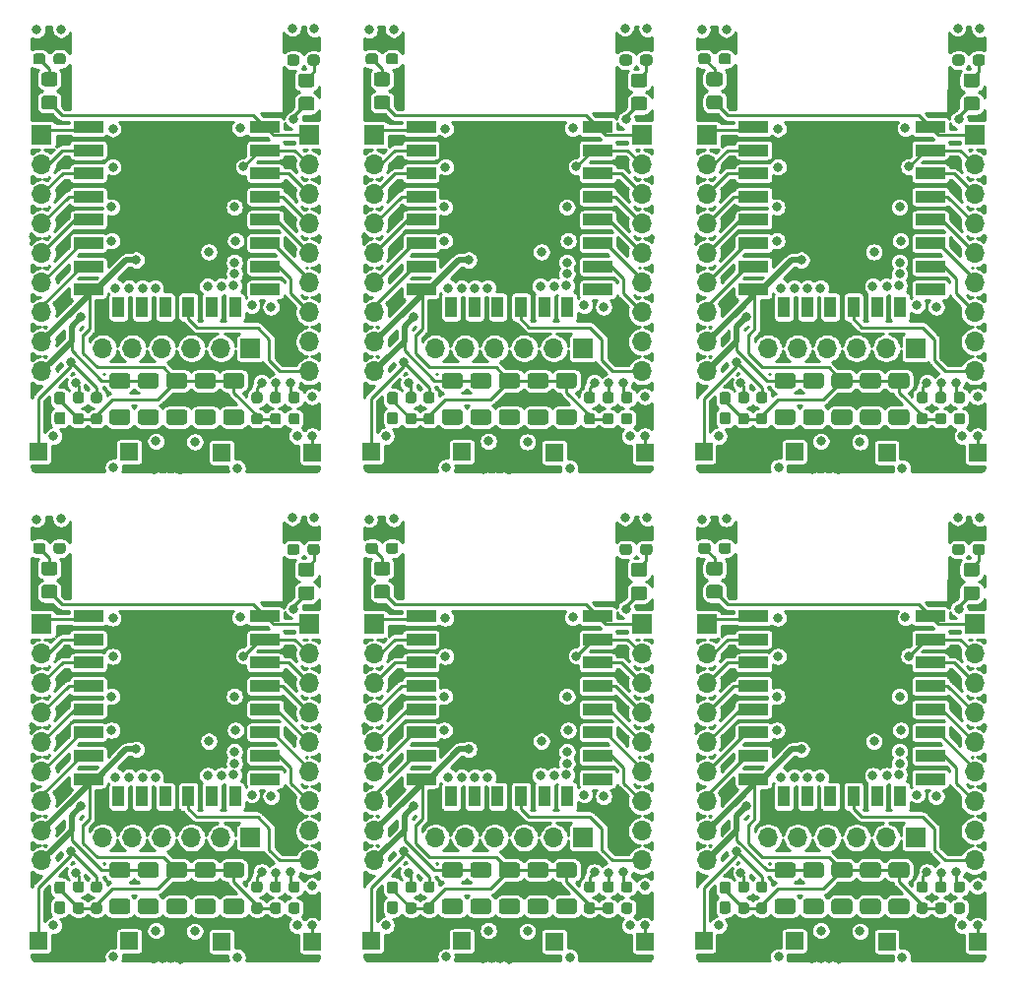
<source format=gbr>
%TF.GenerationSoftware,KiCad,Pcbnew,5.1.9-73d0e3b20d~88~ubuntu18.04.1*%
%TF.CreationDate,2021-11-28T02:45:39+02:00*%
%TF.ProjectId,ESP8266-Breakout-panel,45535038-3236-4362-9d42-7265616b6f75,rev?*%
%TF.SameCoordinates,Original*%
%TF.FileFunction,Copper,L1,Top*%
%TF.FilePolarity,Positive*%
%FSLAX46Y46*%
G04 Gerber Fmt 4.6, Leading zero omitted, Abs format (unit mm)*
G04 Created by KiCad (PCBNEW 5.1.9-73d0e3b20d~88~ubuntu18.04.1) date 2021-11-28 02:45:39*
%MOMM*%
%LPD*%
G01*
G04 APERTURE LIST*
%TA.AperFunction,ComponentPad*%
%ADD10R,1.700000X1.700000*%
%TD*%
%TA.AperFunction,ComponentPad*%
%ADD11O,1.700000X1.700000*%
%TD*%
%TA.AperFunction,SMDPad,CuDef*%
%ADD12R,1.500000X1.500000*%
%TD*%
%TA.AperFunction,SMDPad,CuDef*%
%ADD13R,2.500000X1.000000*%
%TD*%
%TA.AperFunction,SMDPad,CuDef*%
%ADD14R,1.000000X1.800000*%
%TD*%
%TA.AperFunction,ViaPad*%
%ADD15C,0.800000*%
%TD*%
%TA.AperFunction,Conductor*%
%ADD16C,0.500000*%
%TD*%
%TA.AperFunction,Conductor*%
%ADD17C,0.250000*%
%TD*%
%TA.AperFunction,NonConductor*%
%ADD18C,0.254000*%
%TD*%
%TA.AperFunction,NonConductor*%
%ADD19C,0.100000*%
%TD*%
G04 APERTURE END LIST*
%TO.P,C501,2*%
%TO.N,N/C*%
%TA.AperFunction,SMDPad,CuDef*%
G36*
G01*
X169712500Y-130275000D02*
X170187500Y-130275000D01*
G75*
G02*
X170425000Y-130512500I0J-237500D01*
G01*
X170425000Y-131112500D01*
G75*
G02*
X170187500Y-131350000I-237500J0D01*
G01*
X169712500Y-131350000D01*
G75*
G02*
X169475000Y-131112500I0J237500D01*
G01*
X169475000Y-130512500D01*
G75*
G02*
X169712500Y-130275000I237500J0D01*
G01*
G37*
%TD.AperFunction*%
%TO.P,C501,1*%
%TA.AperFunction,SMDPad,CuDef*%
G36*
G01*
X169712500Y-128550000D02*
X170187500Y-128550000D01*
G75*
G02*
X170425000Y-128787500I0J-237500D01*
G01*
X170425000Y-129387500D01*
G75*
G02*
X170187500Y-129625000I-237500J0D01*
G01*
X169712500Y-129625000D01*
G75*
G02*
X169475000Y-129387500I0J237500D01*
G01*
X169475000Y-128787500D01*
G75*
G02*
X169712500Y-128550000I237500J0D01*
G01*
G37*
%TD.AperFunction*%
%TD*%
%TO.P,C501,2*%
%TO.N,N/C*%
%TA.AperFunction,SMDPad,CuDef*%
G36*
G01*
X141112500Y-130275000D02*
X141587500Y-130275000D01*
G75*
G02*
X141825000Y-130512500I0J-237500D01*
G01*
X141825000Y-131112500D01*
G75*
G02*
X141587500Y-131350000I-237500J0D01*
G01*
X141112500Y-131350000D01*
G75*
G02*
X140875000Y-131112500I0J237500D01*
G01*
X140875000Y-130512500D01*
G75*
G02*
X141112500Y-130275000I237500J0D01*
G01*
G37*
%TD.AperFunction*%
%TO.P,C501,1*%
%TA.AperFunction,SMDPad,CuDef*%
G36*
G01*
X141112500Y-128550000D02*
X141587500Y-128550000D01*
G75*
G02*
X141825000Y-128787500I0J-237500D01*
G01*
X141825000Y-129387500D01*
G75*
G02*
X141587500Y-129625000I-237500J0D01*
G01*
X141112500Y-129625000D01*
G75*
G02*
X140875000Y-129387500I0J237500D01*
G01*
X140875000Y-128787500D01*
G75*
G02*
X141112500Y-128550000I237500J0D01*
G01*
G37*
%TD.AperFunction*%
%TD*%
%TO.P,C501,2*%
%TO.N,N/C*%
%TA.AperFunction,SMDPad,CuDef*%
G36*
G01*
X112512500Y-130275000D02*
X112987500Y-130275000D01*
G75*
G02*
X113225000Y-130512500I0J-237500D01*
G01*
X113225000Y-131112500D01*
G75*
G02*
X112987500Y-131350000I-237500J0D01*
G01*
X112512500Y-131350000D01*
G75*
G02*
X112275000Y-131112500I0J237500D01*
G01*
X112275000Y-130512500D01*
G75*
G02*
X112512500Y-130275000I237500J0D01*
G01*
G37*
%TD.AperFunction*%
%TO.P,C501,1*%
%TA.AperFunction,SMDPad,CuDef*%
G36*
G01*
X112512500Y-128550000D02*
X112987500Y-128550000D01*
G75*
G02*
X113225000Y-128787500I0J-237500D01*
G01*
X113225000Y-129387500D01*
G75*
G02*
X112987500Y-129625000I-237500J0D01*
G01*
X112512500Y-129625000D01*
G75*
G02*
X112275000Y-129387500I0J237500D01*
G01*
X112275000Y-128787500D01*
G75*
G02*
X112512500Y-128550000I237500J0D01*
G01*
G37*
%TD.AperFunction*%
%TD*%
%TO.P,C501,2*%
%TO.N,N/C*%
%TA.AperFunction,SMDPad,CuDef*%
G36*
G01*
X169712500Y-88175000D02*
X170187500Y-88175000D01*
G75*
G02*
X170425000Y-88412500I0J-237500D01*
G01*
X170425000Y-89012500D01*
G75*
G02*
X170187500Y-89250000I-237500J0D01*
G01*
X169712500Y-89250000D01*
G75*
G02*
X169475000Y-89012500I0J237500D01*
G01*
X169475000Y-88412500D01*
G75*
G02*
X169712500Y-88175000I237500J0D01*
G01*
G37*
%TD.AperFunction*%
%TO.P,C501,1*%
%TA.AperFunction,SMDPad,CuDef*%
G36*
G01*
X169712500Y-86450000D02*
X170187500Y-86450000D01*
G75*
G02*
X170425000Y-86687500I0J-237500D01*
G01*
X170425000Y-87287500D01*
G75*
G02*
X170187500Y-87525000I-237500J0D01*
G01*
X169712500Y-87525000D01*
G75*
G02*
X169475000Y-87287500I0J237500D01*
G01*
X169475000Y-86687500D01*
G75*
G02*
X169712500Y-86450000I237500J0D01*
G01*
G37*
%TD.AperFunction*%
%TD*%
%TO.P,C501,2*%
%TO.N,N/C*%
%TA.AperFunction,SMDPad,CuDef*%
G36*
G01*
X141112500Y-88175000D02*
X141587500Y-88175000D01*
G75*
G02*
X141825000Y-88412500I0J-237500D01*
G01*
X141825000Y-89012500D01*
G75*
G02*
X141587500Y-89250000I-237500J0D01*
G01*
X141112500Y-89250000D01*
G75*
G02*
X140875000Y-89012500I0J237500D01*
G01*
X140875000Y-88412500D01*
G75*
G02*
X141112500Y-88175000I237500J0D01*
G01*
G37*
%TD.AperFunction*%
%TO.P,C501,1*%
%TA.AperFunction,SMDPad,CuDef*%
G36*
G01*
X141112500Y-86450000D02*
X141587500Y-86450000D01*
G75*
G02*
X141825000Y-86687500I0J-237500D01*
G01*
X141825000Y-87287500D01*
G75*
G02*
X141587500Y-87525000I-237500J0D01*
G01*
X141112500Y-87525000D01*
G75*
G02*
X140875000Y-87287500I0J237500D01*
G01*
X140875000Y-86687500D01*
G75*
G02*
X141112500Y-86450000I237500J0D01*
G01*
G37*
%TD.AperFunction*%
%TD*%
%TO.P,C103,2*%
%TO.N,N/C*%
%TA.AperFunction,SMDPad,CuDef*%
G36*
G01*
X181799998Y-130050000D02*
X183100002Y-130050000D01*
G75*
G02*
X183350000Y-130299998I0J-249998D01*
G01*
X183350000Y-131125002D01*
G75*
G02*
X183100002Y-131375000I-249998J0D01*
G01*
X181799998Y-131375000D01*
G75*
G02*
X181550000Y-131125002I0J249998D01*
G01*
X181550000Y-130299998D01*
G75*
G02*
X181799998Y-130050000I249998J0D01*
G01*
G37*
%TD.AperFunction*%
%TO.P,C103,1*%
%TA.AperFunction,SMDPad,CuDef*%
G36*
G01*
X181799998Y-126925000D02*
X183100002Y-126925000D01*
G75*
G02*
X183350000Y-127174998I0J-249998D01*
G01*
X183350000Y-128000002D01*
G75*
G02*
X183100002Y-128250000I-249998J0D01*
G01*
X181799998Y-128250000D01*
G75*
G02*
X181550000Y-128000002I0J249998D01*
G01*
X181550000Y-127174998D01*
G75*
G02*
X181799998Y-126925000I249998J0D01*
G01*
G37*
%TD.AperFunction*%
%TD*%
%TO.P,C103,2*%
%TO.N,N/C*%
%TA.AperFunction,SMDPad,CuDef*%
G36*
G01*
X153199998Y-130050000D02*
X154500002Y-130050000D01*
G75*
G02*
X154750000Y-130299998I0J-249998D01*
G01*
X154750000Y-131125002D01*
G75*
G02*
X154500002Y-131375000I-249998J0D01*
G01*
X153199998Y-131375000D01*
G75*
G02*
X152950000Y-131125002I0J249998D01*
G01*
X152950000Y-130299998D01*
G75*
G02*
X153199998Y-130050000I249998J0D01*
G01*
G37*
%TD.AperFunction*%
%TO.P,C103,1*%
%TA.AperFunction,SMDPad,CuDef*%
G36*
G01*
X153199998Y-126925000D02*
X154500002Y-126925000D01*
G75*
G02*
X154750000Y-127174998I0J-249998D01*
G01*
X154750000Y-128000002D01*
G75*
G02*
X154500002Y-128250000I-249998J0D01*
G01*
X153199998Y-128250000D01*
G75*
G02*
X152950000Y-128000002I0J249998D01*
G01*
X152950000Y-127174998D01*
G75*
G02*
X153199998Y-126925000I249998J0D01*
G01*
G37*
%TD.AperFunction*%
%TD*%
%TO.P,C103,2*%
%TO.N,N/C*%
%TA.AperFunction,SMDPad,CuDef*%
G36*
G01*
X124599998Y-130050000D02*
X125900002Y-130050000D01*
G75*
G02*
X126150000Y-130299998I0J-249998D01*
G01*
X126150000Y-131125002D01*
G75*
G02*
X125900002Y-131375000I-249998J0D01*
G01*
X124599998Y-131375000D01*
G75*
G02*
X124350000Y-131125002I0J249998D01*
G01*
X124350000Y-130299998D01*
G75*
G02*
X124599998Y-130050000I249998J0D01*
G01*
G37*
%TD.AperFunction*%
%TO.P,C103,1*%
%TA.AperFunction,SMDPad,CuDef*%
G36*
G01*
X124599998Y-126925000D02*
X125900002Y-126925000D01*
G75*
G02*
X126150000Y-127174998I0J-249998D01*
G01*
X126150000Y-128000002D01*
G75*
G02*
X125900002Y-128250000I-249998J0D01*
G01*
X124599998Y-128250000D01*
G75*
G02*
X124350000Y-128000002I0J249998D01*
G01*
X124350000Y-127174998D01*
G75*
G02*
X124599998Y-126925000I249998J0D01*
G01*
G37*
%TD.AperFunction*%
%TD*%
%TO.P,C103,2*%
%TO.N,N/C*%
%TA.AperFunction,SMDPad,CuDef*%
G36*
G01*
X181799998Y-87950000D02*
X183100002Y-87950000D01*
G75*
G02*
X183350000Y-88199998I0J-249998D01*
G01*
X183350000Y-89025002D01*
G75*
G02*
X183100002Y-89275000I-249998J0D01*
G01*
X181799998Y-89275000D01*
G75*
G02*
X181550000Y-89025002I0J249998D01*
G01*
X181550000Y-88199998D01*
G75*
G02*
X181799998Y-87950000I249998J0D01*
G01*
G37*
%TD.AperFunction*%
%TO.P,C103,1*%
%TA.AperFunction,SMDPad,CuDef*%
G36*
G01*
X181799998Y-84825000D02*
X183100002Y-84825000D01*
G75*
G02*
X183350000Y-85074998I0J-249998D01*
G01*
X183350000Y-85900002D01*
G75*
G02*
X183100002Y-86150000I-249998J0D01*
G01*
X181799998Y-86150000D01*
G75*
G02*
X181550000Y-85900002I0J249998D01*
G01*
X181550000Y-85074998D01*
G75*
G02*
X181799998Y-84825000I249998J0D01*
G01*
G37*
%TD.AperFunction*%
%TD*%
%TO.P,C103,2*%
%TO.N,N/C*%
%TA.AperFunction,SMDPad,CuDef*%
G36*
G01*
X153199998Y-87950000D02*
X154500002Y-87950000D01*
G75*
G02*
X154750000Y-88199998I0J-249998D01*
G01*
X154750000Y-89025002D01*
G75*
G02*
X154500002Y-89275000I-249998J0D01*
G01*
X153199998Y-89275000D01*
G75*
G02*
X152950000Y-89025002I0J249998D01*
G01*
X152950000Y-88199998D01*
G75*
G02*
X153199998Y-87950000I249998J0D01*
G01*
G37*
%TD.AperFunction*%
%TO.P,C103,1*%
%TA.AperFunction,SMDPad,CuDef*%
G36*
G01*
X153199998Y-84825000D02*
X154500002Y-84825000D01*
G75*
G02*
X154750000Y-85074998I0J-249998D01*
G01*
X154750000Y-85900002D01*
G75*
G02*
X154500002Y-86150000I-249998J0D01*
G01*
X153199998Y-86150000D01*
G75*
G02*
X152950000Y-85900002I0J249998D01*
G01*
X152950000Y-85074998D01*
G75*
G02*
X153199998Y-84825000I249998J0D01*
G01*
G37*
%TD.AperFunction*%
%TD*%
%TO.P,R501,2*%
%TO.N,N/C*%
%TA.AperFunction,SMDPad,CuDef*%
G36*
G01*
X186662500Y-130375000D02*
X187137500Y-130375000D01*
G75*
G02*
X187375000Y-130612500I0J-237500D01*
G01*
X187375000Y-131112500D01*
G75*
G02*
X187137500Y-131350000I-237500J0D01*
G01*
X186662500Y-131350000D01*
G75*
G02*
X186425000Y-131112500I0J237500D01*
G01*
X186425000Y-130612500D01*
G75*
G02*
X186662500Y-130375000I237500J0D01*
G01*
G37*
%TD.AperFunction*%
%TO.P,R501,1*%
%TA.AperFunction,SMDPad,CuDef*%
G36*
G01*
X186662500Y-128550000D02*
X187137500Y-128550000D01*
G75*
G02*
X187375000Y-128787500I0J-237500D01*
G01*
X187375000Y-129287500D01*
G75*
G02*
X187137500Y-129525000I-237500J0D01*
G01*
X186662500Y-129525000D01*
G75*
G02*
X186425000Y-129287500I0J237500D01*
G01*
X186425000Y-128787500D01*
G75*
G02*
X186662500Y-128550000I237500J0D01*
G01*
G37*
%TD.AperFunction*%
%TD*%
%TO.P,R501,2*%
%TO.N,N/C*%
%TA.AperFunction,SMDPad,CuDef*%
G36*
G01*
X158062500Y-130375000D02*
X158537500Y-130375000D01*
G75*
G02*
X158775000Y-130612500I0J-237500D01*
G01*
X158775000Y-131112500D01*
G75*
G02*
X158537500Y-131350000I-237500J0D01*
G01*
X158062500Y-131350000D01*
G75*
G02*
X157825000Y-131112500I0J237500D01*
G01*
X157825000Y-130612500D01*
G75*
G02*
X158062500Y-130375000I237500J0D01*
G01*
G37*
%TD.AperFunction*%
%TO.P,R501,1*%
%TA.AperFunction,SMDPad,CuDef*%
G36*
G01*
X158062500Y-128550000D02*
X158537500Y-128550000D01*
G75*
G02*
X158775000Y-128787500I0J-237500D01*
G01*
X158775000Y-129287500D01*
G75*
G02*
X158537500Y-129525000I-237500J0D01*
G01*
X158062500Y-129525000D01*
G75*
G02*
X157825000Y-129287500I0J237500D01*
G01*
X157825000Y-128787500D01*
G75*
G02*
X158062500Y-128550000I237500J0D01*
G01*
G37*
%TD.AperFunction*%
%TD*%
%TO.P,R501,2*%
%TO.N,N/C*%
%TA.AperFunction,SMDPad,CuDef*%
G36*
G01*
X129462500Y-130375000D02*
X129937500Y-130375000D01*
G75*
G02*
X130175000Y-130612500I0J-237500D01*
G01*
X130175000Y-131112500D01*
G75*
G02*
X129937500Y-131350000I-237500J0D01*
G01*
X129462500Y-131350000D01*
G75*
G02*
X129225000Y-131112500I0J237500D01*
G01*
X129225000Y-130612500D01*
G75*
G02*
X129462500Y-130375000I237500J0D01*
G01*
G37*
%TD.AperFunction*%
%TO.P,R501,1*%
%TA.AperFunction,SMDPad,CuDef*%
G36*
G01*
X129462500Y-128550000D02*
X129937500Y-128550000D01*
G75*
G02*
X130175000Y-128787500I0J-237500D01*
G01*
X130175000Y-129287500D01*
G75*
G02*
X129937500Y-129525000I-237500J0D01*
G01*
X129462500Y-129525000D01*
G75*
G02*
X129225000Y-129287500I0J237500D01*
G01*
X129225000Y-128787500D01*
G75*
G02*
X129462500Y-128550000I237500J0D01*
G01*
G37*
%TD.AperFunction*%
%TD*%
%TO.P,R501,2*%
%TO.N,N/C*%
%TA.AperFunction,SMDPad,CuDef*%
G36*
G01*
X186662500Y-88275000D02*
X187137500Y-88275000D01*
G75*
G02*
X187375000Y-88512500I0J-237500D01*
G01*
X187375000Y-89012500D01*
G75*
G02*
X187137500Y-89250000I-237500J0D01*
G01*
X186662500Y-89250000D01*
G75*
G02*
X186425000Y-89012500I0J237500D01*
G01*
X186425000Y-88512500D01*
G75*
G02*
X186662500Y-88275000I237500J0D01*
G01*
G37*
%TD.AperFunction*%
%TO.P,R501,1*%
%TA.AperFunction,SMDPad,CuDef*%
G36*
G01*
X186662500Y-86450000D02*
X187137500Y-86450000D01*
G75*
G02*
X187375000Y-86687500I0J-237500D01*
G01*
X187375000Y-87187500D01*
G75*
G02*
X187137500Y-87425000I-237500J0D01*
G01*
X186662500Y-87425000D01*
G75*
G02*
X186425000Y-87187500I0J237500D01*
G01*
X186425000Y-86687500D01*
G75*
G02*
X186662500Y-86450000I237500J0D01*
G01*
G37*
%TD.AperFunction*%
%TD*%
%TO.P,R501,2*%
%TO.N,N/C*%
%TA.AperFunction,SMDPad,CuDef*%
G36*
G01*
X158062500Y-88275000D02*
X158537500Y-88275000D01*
G75*
G02*
X158775000Y-88512500I0J-237500D01*
G01*
X158775000Y-89012500D01*
G75*
G02*
X158537500Y-89250000I-237500J0D01*
G01*
X158062500Y-89250000D01*
G75*
G02*
X157825000Y-89012500I0J237500D01*
G01*
X157825000Y-88512500D01*
G75*
G02*
X158062500Y-88275000I237500J0D01*
G01*
G37*
%TD.AperFunction*%
%TO.P,R501,1*%
%TA.AperFunction,SMDPad,CuDef*%
G36*
G01*
X158062500Y-86450000D02*
X158537500Y-86450000D01*
G75*
G02*
X158775000Y-86687500I0J-237500D01*
G01*
X158775000Y-87187500D01*
G75*
G02*
X158537500Y-87425000I-237500J0D01*
G01*
X158062500Y-87425000D01*
G75*
G02*
X157825000Y-87187500I0J237500D01*
G01*
X157825000Y-86687500D01*
G75*
G02*
X158062500Y-86450000I237500J0D01*
G01*
G37*
%TD.AperFunction*%
%TD*%
%TO.P,C101,2*%
%TO.N,N/C*%
%TA.AperFunction,SMDPad,CuDef*%
G36*
G01*
X176899998Y-130050000D02*
X178200002Y-130050000D01*
G75*
G02*
X178450000Y-130299998I0J-249998D01*
G01*
X178450000Y-131125002D01*
G75*
G02*
X178200002Y-131375000I-249998J0D01*
G01*
X176899998Y-131375000D01*
G75*
G02*
X176650000Y-131125002I0J249998D01*
G01*
X176650000Y-130299998D01*
G75*
G02*
X176899998Y-130050000I249998J0D01*
G01*
G37*
%TD.AperFunction*%
%TO.P,C101,1*%
%TA.AperFunction,SMDPad,CuDef*%
G36*
G01*
X176899998Y-126925000D02*
X178200002Y-126925000D01*
G75*
G02*
X178450000Y-127174998I0J-249998D01*
G01*
X178450000Y-128000002D01*
G75*
G02*
X178200002Y-128250000I-249998J0D01*
G01*
X176899998Y-128250000D01*
G75*
G02*
X176650000Y-128000002I0J249998D01*
G01*
X176650000Y-127174998D01*
G75*
G02*
X176899998Y-126925000I249998J0D01*
G01*
G37*
%TD.AperFunction*%
%TD*%
%TO.P,C101,2*%
%TO.N,N/C*%
%TA.AperFunction,SMDPad,CuDef*%
G36*
G01*
X148299998Y-130050000D02*
X149600002Y-130050000D01*
G75*
G02*
X149850000Y-130299998I0J-249998D01*
G01*
X149850000Y-131125002D01*
G75*
G02*
X149600002Y-131375000I-249998J0D01*
G01*
X148299998Y-131375000D01*
G75*
G02*
X148050000Y-131125002I0J249998D01*
G01*
X148050000Y-130299998D01*
G75*
G02*
X148299998Y-130050000I249998J0D01*
G01*
G37*
%TD.AperFunction*%
%TO.P,C101,1*%
%TA.AperFunction,SMDPad,CuDef*%
G36*
G01*
X148299998Y-126925000D02*
X149600002Y-126925000D01*
G75*
G02*
X149850000Y-127174998I0J-249998D01*
G01*
X149850000Y-128000002D01*
G75*
G02*
X149600002Y-128250000I-249998J0D01*
G01*
X148299998Y-128250000D01*
G75*
G02*
X148050000Y-128000002I0J249998D01*
G01*
X148050000Y-127174998D01*
G75*
G02*
X148299998Y-126925000I249998J0D01*
G01*
G37*
%TD.AperFunction*%
%TD*%
%TO.P,C101,2*%
%TO.N,N/C*%
%TA.AperFunction,SMDPad,CuDef*%
G36*
G01*
X119699998Y-130050000D02*
X121000002Y-130050000D01*
G75*
G02*
X121250000Y-130299998I0J-249998D01*
G01*
X121250000Y-131125002D01*
G75*
G02*
X121000002Y-131375000I-249998J0D01*
G01*
X119699998Y-131375000D01*
G75*
G02*
X119450000Y-131125002I0J249998D01*
G01*
X119450000Y-130299998D01*
G75*
G02*
X119699998Y-130050000I249998J0D01*
G01*
G37*
%TD.AperFunction*%
%TO.P,C101,1*%
%TA.AperFunction,SMDPad,CuDef*%
G36*
G01*
X119699998Y-126925000D02*
X121000002Y-126925000D01*
G75*
G02*
X121250000Y-127174998I0J-249998D01*
G01*
X121250000Y-128000002D01*
G75*
G02*
X121000002Y-128250000I-249998J0D01*
G01*
X119699998Y-128250000D01*
G75*
G02*
X119450000Y-128000002I0J249998D01*
G01*
X119450000Y-127174998D01*
G75*
G02*
X119699998Y-126925000I249998J0D01*
G01*
G37*
%TD.AperFunction*%
%TD*%
%TO.P,C101,2*%
%TO.N,N/C*%
%TA.AperFunction,SMDPad,CuDef*%
G36*
G01*
X176899998Y-87950000D02*
X178200002Y-87950000D01*
G75*
G02*
X178450000Y-88199998I0J-249998D01*
G01*
X178450000Y-89025002D01*
G75*
G02*
X178200002Y-89275000I-249998J0D01*
G01*
X176899998Y-89275000D01*
G75*
G02*
X176650000Y-89025002I0J249998D01*
G01*
X176650000Y-88199998D01*
G75*
G02*
X176899998Y-87950000I249998J0D01*
G01*
G37*
%TD.AperFunction*%
%TO.P,C101,1*%
%TA.AperFunction,SMDPad,CuDef*%
G36*
G01*
X176899998Y-84825000D02*
X178200002Y-84825000D01*
G75*
G02*
X178450000Y-85074998I0J-249998D01*
G01*
X178450000Y-85900002D01*
G75*
G02*
X178200002Y-86150000I-249998J0D01*
G01*
X176899998Y-86150000D01*
G75*
G02*
X176650000Y-85900002I0J249998D01*
G01*
X176650000Y-85074998D01*
G75*
G02*
X176899998Y-84825000I249998J0D01*
G01*
G37*
%TD.AperFunction*%
%TD*%
%TO.P,C101,2*%
%TO.N,N/C*%
%TA.AperFunction,SMDPad,CuDef*%
G36*
G01*
X148299998Y-87950000D02*
X149600002Y-87950000D01*
G75*
G02*
X149850000Y-88199998I0J-249998D01*
G01*
X149850000Y-89025002D01*
G75*
G02*
X149600002Y-89275000I-249998J0D01*
G01*
X148299998Y-89275000D01*
G75*
G02*
X148050000Y-89025002I0J249998D01*
G01*
X148050000Y-88199998D01*
G75*
G02*
X148299998Y-87950000I249998J0D01*
G01*
G37*
%TD.AperFunction*%
%TO.P,C101,1*%
%TA.AperFunction,SMDPad,CuDef*%
G36*
G01*
X148299998Y-84825000D02*
X149600002Y-84825000D01*
G75*
G02*
X149850000Y-85074998I0J-249998D01*
G01*
X149850000Y-85900002D01*
G75*
G02*
X149600002Y-86150000I-249998J0D01*
G01*
X148299998Y-86150000D01*
G75*
G02*
X148050000Y-85900002I0J249998D01*
G01*
X148050000Y-85074998D01*
G75*
G02*
X148299998Y-84825000I249998J0D01*
G01*
G37*
%TD.AperFunction*%
%TD*%
%TO.P,R502,2*%
%TO.N,N/C*%
%TA.AperFunction,SMDPad,CuDef*%
G36*
G01*
X172862500Y-130375000D02*
X173337500Y-130375000D01*
G75*
G02*
X173575000Y-130612500I0J-237500D01*
G01*
X173575000Y-131112500D01*
G75*
G02*
X173337500Y-131350000I-237500J0D01*
G01*
X172862500Y-131350000D01*
G75*
G02*
X172625000Y-131112500I0J237500D01*
G01*
X172625000Y-130612500D01*
G75*
G02*
X172862500Y-130375000I237500J0D01*
G01*
G37*
%TD.AperFunction*%
%TO.P,R502,1*%
%TA.AperFunction,SMDPad,CuDef*%
G36*
G01*
X172862500Y-128550000D02*
X173337500Y-128550000D01*
G75*
G02*
X173575000Y-128787500I0J-237500D01*
G01*
X173575000Y-129287500D01*
G75*
G02*
X173337500Y-129525000I-237500J0D01*
G01*
X172862500Y-129525000D01*
G75*
G02*
X172625000Y-129287500I0J237500D01*
G01*
X172625000Y-128787500D01*
G75*
G02*
X172862500Y-128550000I237500J0D01*
G01*
G37*
%TD.AperFunction*%
%TD*%
%TO.P,R502,2*%
%TO.N,N/C*%
%TA.AperFunction,SMDPad,CuDef*%
G36*
G01*
X144262500Y-130375000D02*
X144737500Y-130375000D01*
G75*
G02*
X144975000Y-130612500I0J-237500D01*
G01*
X144975000Y-131112500D01*
G75*
G02*
X144737500Y-131350000I-237500J0D01*
G01*
X144262500Y-131350000D01*
G75*
G02*
X144025000Y-131112500I0J237500D01*
G01*
X144025000Y-130612500D01*
G75*
G02*
X144262500Y-130375000I237500J0D01*
G01*
G37*
%TD.AperFunction*%
%TO.P,R502,1*%
%TA.AperFunction,SMDPad,CuDef*%
G36*
G01*
X144262500Y-128550000D02*
X144737500Y-128550000D01*
G75*
G02*
X144975000Y-128787500I0J-237500D01*
G01*
X144975000Y-129287500D01*
G75*
G02*
X144737500Y-129525000I-237500J0D01*
G01*
X144262500Y-129525000D01*
G75*
G02*
X144025000Y-129287500I0J237500D01*
G01*
X144025000Y-128787500D01*
G75*
G02*
X144262500Y-128550000I237500J0D01*
G01*
G37*
%TD.AperFunction*%
%TD*%
%TO.P,R502,2*%
%TO.N,N/C*%
%TA.AperFunction,SMDPad,CuDef*%
G36*
G01*
X115662500Y-130375000D02*
X116137500Y-130375000D01*
G75*
G02*
X116375000Y-130612500I0J-237500D01*
G01*
X116375000Y-131112500D01*
G75*
G02*
X116137500Y-131350000I-237500J0D01*
G01*
X115662500Y-131350000D01*
G75*
G02*
X115425000Y-131112500I0J237500D01*
G01*
X115425000Y-130612500D01*
G75*
G02*
X115662500Y-130375000I237500J0D01*
G01*
G37*
%TD.AperFunction*%
%TO.P,R502,1*%
%TA.AperFunction,SMDPad,CuDef*%
G36*
G01*
X115662500Y-128550000D02*
X116137500Y-128550000D01*
G75*
G02*
X116375000Y-128787500I0J-237500D01*
G01*
X116375000Y-129287500D01*
G75*
G02*
X116137500Y-129525000I-237500J0D01*
G01*
X115662500Y-129525000D01*
G75*
G02*
X115425000Y-129287500I0J237500D01*
G01*
X115425000Y-128787500D01*
G75*
G02*
X115662500Y-128550000I237500J0D01*
G01*
G37*
%TD.AperFunction*%
%TD*%
%TO.P,R502,2*%
%TO.N,N/C*%
%TA.AperFunction,SMDPad,CuDef*%
G36*
G01*
X172862500Y-88275000D02*
X173337500Y-88275000D01*
G75*
G02*
X173575000Y-88512500I0J-237500D01*
G01*
X173575000Y-89012500D01*
G75*
G02*
X173337500Y-89250000I-237500J0D01*
G01*
X172862500Y-89250000D01*
G75*
G02*
X172625000Y-89012500I0J237500D01*
G01*
X172625000Y-88512500D01*
G75*
G02*
X172862500Y-88275000I237500J0D01*
G01*
G37*
%TD.AperFunction*%
%TO.P,R502,1*%
%TA.AperFunction,SMDPad,CuDef*%
G36*
G01*
X172862500Y-86450000D02*
X173337500Y-86450000D01*
G75*
G02*
X173575000Y-86687500I0J-237500D01*
G01*
X173575000Y-87187500D01*
G75*
G02*
X173337500Y-87425000I-237500J0D01*
G01*
X172862500Y-87425000D01*
G75*
G02*
X172625000Y-87187500I0J237500D01*
G01*
X172625000Y-86687500D01*
G75*
G02*
X172862500Y-86450000I237500J0D01*
G01*
G37*
%TD.AperFunction*%
%TD*%
%TO.P,R502,2*%
%TO.N,N/C*%
%TA.AperFunction,SMDPad,CuDef*%
G36*
G01*
X144262500Y-88275000D02*
X144737500Y-88275000D01*
G75*
G02*
X144975000Y-88512500I0J-237500D01*
G01*
X144975000Y-89012500D01*
G75*
G02*
X144737500Y-89250000I-237500J0D01*
G01*
X144262500Y-89250000D01*
G75*
G02*
X144025000Y-89012500I0J237500D01*
G01*
X144025000Y-88512500D01*
G75*
G02*
X144262500Y-88275000I237500J0D01*
G01*
G37*
%TD.AperFunction*%
%TO.P,R502,1*%
%TA.AperFunction,SMDPad,CuDef*%
G36*
G01*
X144262500Y-86450000D02*
X144737500Y-86450000D01*
G75*
G02*
X144975000Y-86687500I0J-237500D01*
G01*
X144975000Y-87187500D01*
G75*
G02*
X144737500Y-87425000I-237500J0D01*
G01*
X144262500Y-87425000D01*
G75*
G02*
X144025000Y-87187500I0J237500D01*
G01*
X144025000Y-86687500D01*
G75*
G02*
X144262500Y-86450000I237500J0D01*
G01*
G37*
%TD.AperFunction*%
%TD*%
D10*
%TO.P,J101,1*%
%TO.N,N/C*%
X168400000Y-106450000D03*
D11*
%TO.P,J101,2*%
X168400000Y-108990000D03*
%TO.P,J101,3*%
X168400000Y-111530000D03*
%TO.P,J101,4*%
X168400000Y-114070000D03*
%TO.P,J101,5*%
X168400000Y-116610000D03*
%TO.P,J101,6*%
X168400000Y-119150000D03*
%TO.P,J101,7*%
X168400000Y-121690000D03*
%TO.P,J101,8*%
X168400000Y-124230000D03*
%TO.P,J101,9*%
X168400000Y-126770000D03*
%TD*%
D10*
%TO.P,J101,1*%
%TO.N,N/C*%
X139800000Y-106450000D03*
D11*
%TO.P,J101,2*%
X139800000Y-108990000D03*
%TO.P,J101,3*%
X139800000Y-111530000D03*
%TO.P,J101,4*%
X139800000Y-114070000D03*
%TO.P,J101,5*%
X139800000Y-116610000D03*
%TO.P,J101,6*%
X139800000Y-119150000D03*
%TO.P,J101,7*%
X139800000Y-121690000D03*
%TO.P,J101,8*%
X139800000Y-124230000D03*
%TO.P,J101,9*%
X139800000Y-126770000D03*
%TD*%
D10*
%TO.P,J101,1*%
%TO.N,N/C*%
X111200000Y-106450000D03*
D11*
%TO.P,J101,2*%
X111200000Y-108990000D03*
%TO.P,J101,3*%
X111200000Y-111530000D03*
%TO.P,J101,4*%
X111200000Y-114070000D03*
%TO.P,J101,5*%
X111200000Y-116610000D03*
%TO.P,J101,6*%
X111200000Y-119150000D03*
%TO.P,J101,7*%
X111200000Y-121690000D03*
%TO.P,J101,8*%
X111200000Y-124230000D03*
%TO.P,J101,9*%
X111200000Y-126770000D03*
%TD*%
D10*
%TO.P,J101,1*%
%TO.N,N/C*%
X168400000Y-64350000D03*
D11*
%TO.P,J101,2*%
X168400000Y-66890000D03*
%TO.P,J101,3*%
X168400000Y-69430000D03*
%TO.P,J101,4*%
X168400000Y-71970000D03*
%TO.P,J101,5*%
X168400000Y-74510000D03*
%TO.P,J101,6*%
X168400000Y-77050000D03*
%TO.P,J101,7*%
X168400000Y-79590000D03*
%TO.P,J101,8*%
X168400000Y-82130000D03*
%TO.P,J101,9*%
X168400000Y-84670000D03*
%TD*%
D10*
%TO.P,J101,1*%
%TO.N,N/C*%
X139800000Y-64350000D03*
D11*
%TO.P,J101,2*%
X139800000Y-66890000D03*
%TO.P,J101,3*%
X139800000Y-69430000D03*
%TO.P,J101,4*%
X139800000Y-71970000D03*
%TO.P,J101,5*%
X139800000Y-74510000D03*
%TO.P,J101,6*%
X139800000Y-77050000D03*
%TO.P,J101,7*%
X139800000Y-79590000D03*
%TO.P,J101,8*%
X139800000Y-82130000D03*
%TO.P,J101,9*%
X139800000Y-84670000D03*
%TD*%
%TO.P,C104,2*%
%TO.N,N/C*%
%TA.AperFunction,SMDPad,CuDef*%
G36*
G01*
X184249998Y-130050000D02*
X185550002Y-130050000D01*
G75*
G02*
X185800000Y-130299998I0J-249998D01*
G01*
X185800000Y-131125002D01*
G75*
G02*
X185550002Y-131375000I-249998J0D01*
G01*
X184249998Y-131375000D01*
G75*
G02*
X184000000Y-131125002I0J249998D01*
G01*
X184000000Y-130299998D01*
G75*
G02*
X184249998Y-130050000I249998J0D01*
G01*
G37*
%TD.AperFunction*%
%TO.P,C104,1*%
%TA.AperFunction,SMDPad,CuDef*%
G36*
G01*
X184249998Y-126925000D02*
X185550002Y-126925000D01*
G75*
G02*
X185800000Y-127174998I0J-249998D01*
G01*
X185800000Y-128000002D01*
G75*
G02*
X185550002Y-128250000I-249998J0D01*
G01*
X184249998Y-128250000D01*
G75*
G02*
X184000000Y-128000002I0J249998D01*
G01*
X184000000Y-127174998D01*
G75*
G02*
X184249998Y-126925000I249998J0D01*
G01*
G37*
%TD.AperFunction*%
%TD*%
%TO.P,C104,2*%
%TO.N,N/C*%
%TA.AperFunction,SMDPad,CuDef*%
G36*
G01*
X155649998Y-130050000D02*
X156950002Y-130050000D01*
G75*
G02*
X157200000Y-130299998I0J-249998D01*
G01*
X157200000Y-131125002D01*
G75*
G02*
X156950002Y-131375000I-249998J0D01*
G01*
X155649998Y-131375000D01*
G75*
G02*
X155400000Y-131125002I0J249998D01*
G01*
X155400000Y-130299998D01*
G75*
G02*
X155649998Y-130050000I249998J0D01*
G01*
G37*
%TD.AperFunction*%
%TO.P,C104,1*%
%TA.AperFunction,SMDPad,CuDef*%
G36*
G01*
X155649998Y-126925000D02*
X156950002Y-126925000D01*
G75*
G02*
X157200000Y-127174998I0J-249998D01*
G01*
X157200000Y-128000002D01*
G75*
G02*
X156950002Y-128250000I-249998J0D01*
G01*
X155649998Y-128250000D01*
G75*
G02*
X155400000Y-128000002I0J249998D01*
G01*
X155400000Y-127174998D01*
G75*
G02*
X155649998Y-126925000I249998J0D01*
G01*
G37*
%TD.AperFunction*%
%TD*%
%TO.P,C104,2*%
%TO.N,N/C*%
%TA.AperFunction,SMDPad,CuDef*%
G36*
G01*
X127049998Y-130050000D02*
X128350002Y-130050000D01*
G75*
G02*
X128600000Y-130299998I0J-249998D01*
G01*
X128600000Y-131125002D01*
G75*
G02*
X128350002Y-131375000I-249998J0D01*
G01*
X127049998Y-131375000D01*
G75*
G02*
X126800000Y-131125002I0J249998D01*
G01*
X126800000Y-130299998D01*
G75*
G02*
X127049998Y-130050000I249998J0D01*
G01*
G37*
%TD.AperFunction*%
%TO.P,C104,1*%
%TA.AperFunction,SMDPad,CuDef*%
G36*
G01*
X127049998Y-126925000D02*
X128350002Y-126925000D01*
G75*
G02*
X128600000Y-127174998I0J-249998D01*
G01*
X128600000Y-128000002D01*
G75*
G02*
X128350002Y-128250000I-249998J0D01*
G01*
X127049998Y-128250000D01*
G75*
G02*
X126800000Y-128000002I0J249998D01*
G01*
X126800000Y-127174998D01*
G75*
G02*
X127049998Y-126925000I249998J0D01*
G01*
G37*
%TD.AperFunction*%
%TD*%
%TO.P,C104,2*%
%TO.N,N/C*%
%TA.AperFunction,SMDPad,CuDef*%
G36*
G01*
X184249998Y-87950000D02*
X185550002Y-87950000D01*
G75*
G02*
X185800000Y-88199998I0J-249998D01*
G01*
X185800000Y-89025002D01*
G75*
G02*
X185550002Y-89275000I-249998J0D01*
G01*
X184249998Y-89275000D01*
G75*
G02*
X184000000Y-89025002I0J249998D01*
G01*
X184000000Y-88199998D01*
G75*
G02*
X184249998Y-87950000I249998J0D01*
G01*
G37*
%TD.AperFunction*%
%TO.P,C104,1*%
%TA.AperFunction,SMDPad,CuDef*%
G36*
G01*
X184249998Y-84825000D02*
X185550002Y-84825000D01*
G75*
G02*
X185800000Y-85074998I0J-249998D01*
G01*
X185800000Y-85900002D01*
G75*
G02*
X185550002Y-86150000I-249998J0D01*
G01*
X184249998Y-86150000D01*
G75*
G02*
X184000000Y-85900002I0J249998D01*
G01*
X184000000Y-85074998D01*
G75*
G02*
X184249998Y-84825000I249998J0D01*
G01*
G37*
%TD.AperFunction*%
%TD*%
%TO.P,C104,2*%
%TO.N,N/C*%
%TA.AperFunction,SMDPad,CuDef*%
G36*
G01*
X155649998Y-87950000D02*
X156950002Y-87950000D01*
G75*
G02*
X157200000Y-88199998I0J-249998D01*
G01*
X157200000Y-89025002D01*
G75*
G02*
X156950002Y-89275000I-249998J0D01*
G01*
X155649998Y-89275000D01*
G75*
G02*
X155400000Y-89025002I0J249998D01*
G01*
X155400000Y-88199998D01*
G75*
G02*
X155649998Y-87950000I249998J0D01*
G01*
G37*
%TD.AperFunction*%
%TO.P,C104,1*%
%TA.AperFunction,SMDPad,CuDef*%
G36*
G01*
X155649998Y-84825000D02*
X156950002Y-84825000D01*
G75*
G02*
X157200000Y-85074998I0J-249998D01*
G01*
X157200000Y-85900002D01*
G75*
G02*
X156950002Y-86150000I-249998J0D01*
G01*
X155649998Y-86150000D01*
G75*
G02*
X155400000Y-85900002I0J249998D01*
G01*
X155400000Y-85074998D01*
G75*
G02*
X155649998Y-84825000I249998J0D01*
G01*
G37*
%TD.AperFunction*%
%TD*%
%TO.P,R505,2*%
%TO.N,N/C*%
%TA.AperFunction,SMDPad,CuDef*%
G36*
G01*
X188737500Y-129525000D02*
X188262500Y-129525000D01*
G75*
G02*
X188025000Y-129287500I0J237500D01*
G01*
X188025000Y-128787500D01*
G75*
G02*
X188262500Y-128550000I237500J0D01*
G01*
X188737500Y-128550000D01*
G75*
G02*
X188975000Y-128787500I0J-237500D01*
G01*
X188975000Y-129287500D01*
G75*
G02*
X188737500Y-129525000I-237500J0D01*
G01*
G37*
%TD.AperFunction*%
%TO.P,R505,1*%
%TA.AperFunction,SMDPad,CuDef*%
G36*
G01*
X188737500Y-131350000D02*
X188262500Y-131350000D01*
G75*
G02*
X188025000Y-131112500I0J237500D01*
G01*
X188025000Y-130612500D01*
G75*
G02*
X188262500Y-130375000I237500J0D01*
G01*
X188737500Y-130375000D01*
G75*
G02*
X188975000Y-130612500I0J-237500D01*
G01*
X188975000Y-131112500D01*
G75*
G02*
X188737500Y-131350000I-237500J0D01*
G01*
G37*
%TD.AperFunction*%
%TD*%
%TO.P,R505,2*%
%TO.N,N/C*%
%TA.AperFunction,SMDPad,CuDef*%
G36*
G01*
X160137500Y-129525000D02*
X159662500Y-129525000D01*
G75*
G02*
X159425000Y-129287500I0J237500D01*
G01*
X159425000Y-128787500D01*
G75*
G02*
X159662500Y-128550000I237500J0D01*
G01*
X160137500Y-128550000D01*
G75*
G02*
X160375000Y-128787500I0J-237500D01*
G01*
X160375000Y-129287500D01*
G75*
G02*
X160137500Y-129525000I-237500J0D01*
G01*
G37*
%TD.AperFunction*%
%TO.P,R505,1*%
%TA.AperFunction,SMDPad,CuDef*%
G36*
G01*
X160137500Y-131350000D02*
X159662500Y-131350000D01*
G75*
G02*
X159425000Y-131112500I0J237500D01*
G01*
X159425000Y-130612500D01*
G75*
G02*
X159662500Y-130375000I237500J0D01*
G01*
X160137500Y-130375000D01*
G75*
G02*
X160375000Y-130612500I0J-237500D01*
G01*
X160375000Y-131112500D01*
G75*
G02*
X160137500Y-131350000I-237500J0D01*
G01*
G37*
%TD.AperFunction*%
%TD*%
%TO.P,R505,2*%
%TO.N,N/C*%
%TA.AperFunction,SMDPad,CuDef*%
G36*
G01*
X131537500Y-129525000D02*
X131062500Y-129525000D01*
G75*
G02*
X130825000Y-129287500I0J237500D01*
G01*
X130825000Y-128787500D01*
G75*
G02*
X131062500Y-128550000I237500J0D01*
G01*
X131537500Y-128550000D01*
G75*
G02*
X131775000Y-128787500I0J-237500D01*
G01*
X131775000Y-129287500D01*
G75*
G02*
X131537500Y-129525000I-237500J0D01*
G01*
G37*
%TD.AperFunction*%
%TO.P,R505,1*%
%TA.AperFunction,SMDPad,CuDef*%
G36*
G01*
X131537500Y-131350000D02*
X131062500Y-131350000D01*
G75*
G02*
X130825000Y-131112500I0J237500D01*
G01*
X130825000Y-130612500D01*
G75*
G02*
X131062500Y-130375000I237500J0D01*
G01*
X131537500Y-130375000D01*
G75*
G02*
X131775000Y-130612500I0J-237500D01*
G01*
X131775000Y-131112500D01*
G75*
G02*
X131537500Y-131350000I-237500J0D01*
G01*
G37*
%TD.AperFunction*%
%TD*%
%TO.P,R505,2*%
%TO.N,N/C*%
%TA.AperFunction,SMDPad,CuDef*%
G36*
G01*
X188737500Y-87425000D02*
X188262500Y-87425000D01*
G75*
G02*
X188025000Y-87187500I0J237500D01*
G01*
X188025000Y-86687500D01*
G75*
G02*
X188262500Y-86450000I237500J0D01*
G01*
X188737500Y-86450000D01*
G75*
G02*
X188975000Y-86687500I0J-237500D01*
G01*
X188975000Y-87187500D01*
G75*
G02*
X188737500Y-87425000I-237500J0D01*
G01*
G37*
%TD.AperFunction*%
%TO.P,R505,1*%
%TA.AperFunction,SMDPad,CuDef*%
G36*
G01*
X188737500Y-89250000D02*
X188262500Y-89250000D01*
G75*
G02*
X188025000Y-89012500I0J237500D01*
G01*
X188025000Y-88512500D01*
G75*
G02*
X188262500Y-88275000I237500J0D01*
G01*
X188737500Y-88275000D01*
G75*
G02*
X188975000Y-88512500I0J-237500D01*
G01*
X188975000Y-89012500D01*
G75*
G02*
X188737500Y-89250000I-237500J0D01*
G01*
G37*
%TD.AperFunction*%
%TD*%
%TO.P,R505,2*%
%TO.N,N/C*%
%TA.AperFunction,SMDPad,CuDef*%
G36*
G01*
X160137500Y-87425000D02*
X159662500Y-87425000D01*
G75*
G02*
X159425000Y-87187500I0J237500D01*
G01*
X159425000Y-86687500D01*
G75*
G02*
X159662500Y-86450000I237500J0D01*
G01*
X160137500Y-86450000D01*
G75*
G02*
X160375000Y-86687500I0J-237500D01*
G01*
X160375000Y-87187500D01*
G75*
G02*
X160137500Y-87425000I-237500J0D01*
G01*
G37*
%TD.AperFunction*%
%TO.P,R505,1*%
%TA.AperFunction,SMDPad,CuDef*%
G36*
G01*
X160137500Y-89250000D02*
X159662500Y-89250000D01*
G75*
G02*
X159425000Y-89012500I0J237500D01*
G01*
X159425000Y-88512500D01*
G75*
G02*
X159662500Y-88275000I237500J0D01*
G01*
X160137500Y-88275000D01*
G75*
G02*
X160375000Y-88512500I0J-237500D01*
G01*
X160375000Y-89012500D01*
G75*
G02*
X160137500Y-89250000I-237500J0D01*
G01*
G37*
%TD.AperFunction*%
%TD*%
%TO.P,R507,2*%
%TO.N,N/C*%
%TA.AperFunction,SMDPad,CuDef*%
G36*
G01*
X190699999Y-103150000D02*
X191600001Y-103150000D01*
G75*
G02*
X191850000Y-103399999I0J-249999D01*
G01*
X191850000Y-104100001D01*
G75*
G02*
X191600001Y-104350000I-249999J0D01*
G01*
X190699999Y-104350000D01*
G75*
G02*
X190450000Y-104100001I0J249999D01*
G01*
X190450000Y-103399999D01*
G75*
G02*
X190699999Y-103150000I249999J0D01*
G01*
G37*
%TD.AperFunction*%
%TO.P,R507,1*%
%TA.AperFunction,SMDPad,CuDef*%
G36*
G01*
X190699999Y-101150000D02*
X191600001Y-101150000D01*
G75*
G02*
X191850000Y-101399999I0J-249999D01*
G01*
X191850000Y-102100001D01*
G75*
G02*
X191600001Y-102350000I-249999J0D01*
G01*
X190699999Y-102350000D01*
G75*
G02*
X190450000Y-102100001I0J249999D01*
G01*
X190450000Y-101399999D01*
G75*
G02*
X190699999Y-101150000I249999J0D01*
G01*
G37*
%TD.AperFunction*%
%TD*%
%TO.P,R507,2*%
%TO.N,N/C*%
%TA.AperFunction,SMDPad,CuDef*%
G36*
G01*
X162099999Y-103150000D02*
X163000001Y-103150000D01*
G75*
G02*
X163250000Y-103399999I0J-249999D01*
G01*
X163250000Y-104100001D01*
G75*
G02*
X163000001Y-104350000I-249999J0D01*
G01*
X162099999Y-104350000D01*
G75*
G02*
X161850000Y-104100001I0J249999D01*
G01*
X161850000Y-103399999D01*
G75*
G02*
X162099999Y-103150000I249999J0D01*
G01*
G37*
%TD.AperFunction*%
%TO.P,R507,1*%
%TA.AperFunction,SMDPad,CuDef*%
G36*
G01*
X162099999Y-101150000D02*
X163000001Y-101150000D01*
G75*
G02*
X163250000Y-101399999I0J-249999D01*
G01*
X163250000Y-102100001D01*
G75*
G02*
X163000001Y-102350000I-249999J0D01*
G01*
X162099999Y-102350000D01*
G75*
G02*
X161850000Y-102100001I0J249999D01*
G01*
X161850000Y-101399999D01*
G75*
G02*
X162099999Y-101150000I249999J0D01*
G01*
G37*
%TD.AperFunction*%
%TD*%
%TO.P,R507,2*%
%TO.N,N/C*%
%TA.AperFunction,SMDPad,CuDef*%
G36*
G01*
X133499999Y-103150000D02*
X134400001Y-103150000D01*
G75*
G02*
X134650000Y-103399999I0J-249999D01*
G01*
X134650000Y-104100001D01*
G75*
G02*
X134400001Y-104350000I-249999J0D01*
G01*
X133499999Y-104350000D01*
G75*
G02*
X133250000Y-104100001I0J249999D01*
G01*
X133250000Y-103399999D01*
G75*
G02*
X133499999Y-103150000I249999J0D01*
G01*
G37*
%TD.AperFunction*%
%TO.P,R507,1*%
%TA.AperFunction,SMDPad,CuDef*%
G36*
G01*
X133499999Y-101150000D02*
X134400001Y-101150000D01*
G75*
G02*
X134650000Y-101399999I0J-249999D01*
G01*
X134650000Y-102100001D01*
G75*
G02*
X134400001Y-102350000I-249999J0D01*
G01*
X133499999Y-102350000D01*
G75*
G02*
X133250000Y-102100001I0J249999D01*
G01*
X133250000Y-101399999D01*
G75*
G02*
X133499999Y-101150000I249999J0D01*
G01*
G37*
%TD.AperFunction*%
%TD*%
%TO.P,R507,2*%
%TO.N,N/C*%
%TA.AperFunction,SMDPad,CuDef*%
G36*
G01*
X190699999Y-61050000D02*
X191600001Y-61050000D01*
G75*
G02*
X191850000Y-61299999I0J-249999D01*
G01*
X191850000Y-62000001D01*
G75*
G02*
X191600001Y-62250000I-249999J0D01*
G01*
X190699999Y-62250000D01*
G75*
G02*
X190450000Y-62000001I0J249999D01*
G01*
X190450000Y-61299999D01*
G75*
G02*
X190699999Y-61050000I249999J0D01*
G01*
G37*
%TD.AperFunction*%
%TO.P,R507,1*%
%TA.AperFunction,SMDPad,CuDef*%
G36*
G01*
X190699999Y-59050000D02*
X191600001Y-59050000D01*
G75*
G02*
X191850000Y-59299999I0J-249999D01*
G01*
X191850000Y-60000001D01*
G75*
G02*
X191600001Y-60250000I-249999J0D01*
G01*
X190699999Y-60250000D01*
G75*
G02*
X190450000Y-60000001I0J249999D01*
G01*
X190450000Y-59299999D01*
G75*
G02*
X190699999Y-59050000I249999J0D01*
G01*
G37*
%TD.AperFunction*%
%TD*%
%TO.P,R507,2*%
%TO.N,N/C*%
%TA.AperFunction,SMDPad,CuDef*%
G36*
G01*
X162099999Y-61050000D02*
X163000001Y-61050000D01*
G75*
G02*
X163250000Y-61299999I0J-249999D01*
G01*
X163250000Y-62000001D01*
G75*
G02*
X163000001Y-62250000I-249999J0D01*
G01*
X162099999Y-62250000D01*
G75*
G02*
X161850000Y-62000001I0J249999D01*
G01*
X161850000Y-61299999D01*
G75*
G02*
X162099999Y-61050000I249999J0D01*
G01*
G37*
%TD.AperFunction*%
%TO.P,R507,1*%
%TA.AperFunction,SMDPad,CuDef*%
G36*
G01*
X162099999Y-59050000D02*
X163000001Y-59050000D01*
G75*
G02*
X163250000Y-59299999I0J-249999D01*
G01*
X163250000Y-60000001D01*
G75*
G02*
X163000001Y-60250000I-249999J0D01*
G01*
X162099999Y-60250000D01*
G75*
G02*
X161850000Y-60000001I0J249999D01*
G01*
X161850000Y-59299999D01*
G75*
G02*
X162099999Y-59050000I249999J0D01*
G01*
G37*
%TD.AperFunction*%
%TD*%
%TO.P,C102,2*%
%TO.N,N/C*%
%TA.AperFunction,SMDPad,CuDef*%
G36*
G01*
X174449998Y-130050000D02*
X175750002Y-130050000D01*
G75*
G02*
X176000000Y-130299998I0J-249998D01*
G01*
X176000000Y-131125002D01*
G75*
G02*
X175750002Y-131375000I-249998J0D01*
G01*
X174449998Y-131375000D01*
G75*
G02*
X174200000Y-131125002I0J249998D01*
G01*
X174200000Y-130299998D01*
G75*
G02*
X174449998Y-130050000I249998J0D01*
G01*
G37*
%TD.AperFunction*%
%TO.P,C102,1*%
%TA.AperFunction,SMDPad,CuDef*%
G36*
G01*
X174449998Y-126925000D02*
X175750002Y-126925000D01*
G75*
G02*
X176000000Y-127174998I0J-249998D01*
G01*
X176000000Y-128000002D01*
G75*
G02*
X175750002Y-128250000I-249998J0D01*
G01*
X174449998Y-128250000D01*
G75*
G02*
X174200000Y-128000002I0J249998D01*
G01*
X174200000Y-127174998D01*
G75*
G02*
X174449998Y-126925000I249998J0D01*
G01*
G37*
%TD.AperFunction*%
%TD*%
%TO.P,C102,2*%
%TO.N,N/C*%
%TA.AperFunction,SMDPad,CuDef*%
G36*
G01*
X145849998Y-130050000D02*
X147150002Y-130050000D01*
G75*
G02*
X147400000Y-130299998I0J-249998D01*
G01*
X147400000Y-131125002D01*
G75*
G02*
X147150002Y-131375000I-249998J0D01*
G01*
X145849998Y-131375000D01*
G75*
G02*
X145600000Y-131125002I0J249998D01*
G01*
X145600000Y-130299998D01*
G75*
G02*
X145849998Y-130050000I249998J0D01*
G01*
G37*
%TD.AperFunction*%
%TO.P,C102,1*%
%TA.AperFunction,SMDPad,CuDef*%
G36*
G01*
X145849998Y-126925000D02*
X147150002Y-126925000D01*
G75*
G02*
X147400000Y-127174998I0J-249998D01*
G01*
X147400000Y-128000002D01*
G75*
G02*
X147150002Y-128250000I-249998J0D01*
G01*
X145849998Y-128250000D01*
G75*
G02*
X145600000Y-128000002I0J249998D01*
G01*
X145600000Y-127174998D01*
G75*
G02*
X145849998Y-126925000I249998J0D01*
G01*
G37*
%TD.AperFunction*%
%TD*%
%TO.P,C102,2*%
%TO.N,N/C*%
%TA.AperFunction,SMDPad,CuDef*%
G36*
G01*
X117249998Y-130050000D02*
X118550002Y-130050000D01*
G75*
G02*
X118800000Y-130299998I0J-249998D01*
G01*
X118800000Y-131125002D01*
G75*
G02*
X118550002Y-131375000I-249998J0D01*
G01*
X117249998Y-131375000D01*
G75*
G02*
X117000000Y-131125002I0J249998D01*
G01*
X117000000Y-130299998D01*
G75*
G02*
X117249998Y-130050000I249998J0D01*
G01*
G37*
%TD.AperFunction*%
%TO.P,C102,1*%
%TA.AperFunction,SMDPad,CuDef*%
G36*
G01*
X117249998Y-126925000D02*
X118550002Y-126925000D01*
G75*
G02*
X118800000Y-127174998I0J-249998D01*
G01*
X118800000Y-128000002D01*
G75*
G02*
X118550002Y-128250000I-249998J0D01*
G01*
X117249998Y-128250000D01*
G75*
G02*
X117000000Y-128000002I0J249998D01*
G01*
X117000000Y-127174998D01*
G75*
G02*
X117249998Y-126925000I249998J0D01*
G01*
G37*
%TD.AperFunction*%
%TD*%
%TO.P,C102,2*%
%TO.N,N/C*%
%TA.AperFunction,SMDPad,CuDef*%
G36*
G01*
X174449998Y-87950000D02*
X175750002Y-87950000D01*
G75*
G02*
X176000000Y-88199998I0J-249998D01*
G01*
X176000000Y-89025002D01*
G75*
G02*
X175750002Y-89275000I-249998J0D01*
G01*
X174449998Y-89275000D01*
G75*
G02*
X174200000Y-89025002I0J249998D01*
G01*
X174200000Y-88199998D01*
G75*
G02*
X174449998Y-87950000I249998J0D01*
G01*
G37*
%TD.AperFunction*%
%TO.P,C102,1*%
%TA.AperFunction,SMDPad,CuDef*%
G36*
G01*
X174449998Y-84825000D02*
X175750002Y-84825000D01*
G75*
G02*
X176000000Y-85074998I0J-249998D01*
G01*
X176000000Y-85900002D01*
G75*
G02*
X175750002Y-86150000I-249998J0D01*
G01*
X174449998Y-86150000D01*
G75*
G02*
X174200000Y-85900002I0J249998D01*
G01*
X174200000Y-85074998D01*
G75*
G02*
X174449998Y-84825000I249998J0D01*
G01*
G37*
%TD.AperFunction*%
%TD*%
%TO.P,C102,2*%
%TO.N,N/C*%
%TA.AperFunction,SMDPad,CuDef*%
G36*
G01*
X145849998Y-87950000D02*
X147150002Y-87950000D01*
G75*
G02*
X147400000Y-88199998I0J-249998D01*
G01*
X147400000Y-89025002D01*
G75*
G02*
X147150002Y-89275000I-249998J0D01*
G01*
X145849998Y-89275000D01*
G75*
G02*
X145600000Y-89025002I0J249998D01*
G01*
X145600000Y-88199998D01*
G75*
G02*
X145849998Y-87950000I249998J0D01*
G01*
G37*
%TD.AperFunction*%
%TO.P,C102,1*%
%TA.AperFunction,SMDPad,CuDef*%
G36*
G01*
X145849998Y-84825000D02*
X147150002Y-84825000D01*
G75*
G02*
X147400000Y-85074998I0J-249998D01*
G01*
X147400000Y-85900002D01*
G75*
G02*
X147150002Y-86150000I-249998J0D01*
G01*
X145849998Y-86150000D01*
G75*
G02*
X145600000Y-85900002I0J249998D01*
G01*
X145600000Y-85074998D01*
G75*
G02*
X145849998Y-84825000I249998J0D01*
G01*
G37*
%TD.AperFunction*%
%TD*%
%TO.P,J102,9*%
%TO.N,N/C*%
X191400000Y-126770000D03*
%TO.P,J102,8*%
X191400000Y-124230000D03*
%TO.P,J102,7*%
X191400000Y-121690000D03*
%TO.P,J102,6*%
X191400000Y-119150000D03*
%TO.P,J102,5*%
X191400000Y-116610000D03*
%TO.P,J102,4*%
X191400000Y-114070000D03*
%TO.P,J102,3*%
X191400000Y-111530000D03*
%TO.P,J102,2*%
X191400000Y-108990000D03*
D10*
%TO.P,J102,1*%
X191400000Y-106450000D03*
%TD*%
D11*
%TO.P,J102,9*%
%TO.N,N/C*%
X162800000Y-126770000D03*
%TO.P,J102,8*%
X162800000Y-124230000D03*
%TO.P,J102,7*%
X162800000Y-121690000D03*
%TO.P,J102,6*%
X162800000Y-119150000D03*
%TO.P,J102,5*%
X162800000Y-116610000D03*
%TO.P,J102,4*%
X162800000Y-114070000D03*
%TO.P,J102,3*%
X162800000Y-111530000D03*
%TO.P,J102,2*%
X162800000Y-108990000D03*
D10*
%TO.P,J102,1*%
X162800000Y-106450000D03*
%TD*%
D11*
%TO.P,J102,9*%
%TO.N,N/C*%
X134200000Y-126770000D03*
%TO.P,J102,8*%
X134200000Y-124230000D03*
%TO.P,J102,7*%
X134200000Y-121690000D03*
%TO.P,J102,6*%
X134200000Y-119150000D03*
%TO.P,J102,5*%
X134200000Y-116610000D03*
%TO.P,J102,4*%
X134200000Y-114070000D03*
%TO.P,J102,3*%
X134200000Y-111530000D03*
%TO.P,J102,2*%
X134200000Y-108990000D03*
D10*
%TO.P,J102,1*%
X134200000Y-106450000D03*
%TD*%
D11*
%TO.P,J102,9*%
%TO.N,N/C*%
X191400000Y-84670000D03*
%TO.P,J102,8*%
X191400000Y-82130000D03*
%TO.P,J102,7*%
X191400000Y-79590000D03*
%TO.P,J102,6*%
X191400000Y-77050000D03*
%TO.P,J102,5*%
X191400000Y-74510000D03*
%TO.P,J102,4*%
X191400000Y-71970000D03*
%TO.P,J102,3*%
X191400000Y-69430000D03*
%TO.P,J102,2*%
X191400000Y-66890000D03*
D10*
%TO.P,J102,1*%
X191400000Y-64350000D03*
%TD*%
D11*
%TO.P,J102,9*%
%TO.N,N/C*%
X162800000Y-84670000D03*
%TO.P,J102,8*%
X162800000Y-82130000D03*
%TO.P,J102,7*%
X162800000Y-79590000D03*
%TO.P,J102,6*%
X162800000Y-77050000D03*
%TO.P,J102,5*%
X162800000Y-74510000D03*
%TO.P,J102,4*%
X162800000Y-71970000D03*
%TO.P,J102,3*%
X162800000Y-69430000D03*
%TO.P,J102,2*%
X162800000Y-66890000D03*
D10*
%TO.P,J102,1*%
X162800000Y-64350000D03*
%TD*%
%TO.P,C502,2*%
%TO.N,N/C*%
%TA.AperFunction,SMDPad,CuDef*%
G36*
G01*
X179349998Y-130050000D02*
X180650002Y-130050000D01*
G75*
G02*
X180900000Y-130299998I0J-249998D01*
G01*
X180900000Y-131125002D01*
G75*
G02*
X180650002Y-131375000I-249998J0D01*
G01*
X179349998Y-131375000D01*
G75*
G02*
X179100000Y-131125002I0J249998D01*
G01*
X179100000Y-130299998D01*
G75*
G02*
X179349998Y-130050000I249998J0D01*
G01*
G37*
%TD.AperFunction*%
%TO.P,C502,1*%
%TA.AperFunction,SMDPad,CuDef*%
G36*
G01*
X179349998Y-126925000D02*
X180650002Y-126925000D01*
G75*
G02*
X180900000Y-127174998I0J-249998D01*
G01*
X180900000Y-128000002D01*
G75*
G02*
X180650002Y-128250000I-249998J0D01*
G01*
X179349998Y-128250000D01*
G75*
G02*
X179100000Y-128000002I0J249998D01*
G01*
X179100000Y-127174998D01*
G75*
G02*
X179349998Y-126925000I249998J0D01*
G01*
G37*
%TD.AperFunction*%
%TD*%
%TO.P,C502,2*%
%TO.N,N/C*%
%TA.AperFunction,SMDPad,CuDef*%
G36*
G01*
X150749998Y-130050000D02*
X152050002Y-130050000D01*
G75*
G02*
X152300000Y-130299998I0J-249998D01*
G01*
X152300000Y-131125002D01*
G75*
G02*
X152050002Y-131375000I-249998J0D01*
G01*
X150749998Y-131375000D01*
G75*
G02*
X150500000Y-131125002I0J249998D01*
G01*
X150500000Y-130299998D01*
G75*
G02*
X150749998Y-130050000I249998J0D01*
G01*
G37*
%TD.AperFunction*%
%TO.P,C502,1*%
%TA.AperFunction,SMDPad,CuDef*%
G36*
G01*
X150749998Y-126925000D02*
X152050002Y-126925000D01*
G75*
G02*
X152300000Y-127174998I0J-249998D01*
G01*
X152300000Y-128000002D01*
G75*
G02*
X152050002Y-128250000I-249998J0D01*
G01*
X150749998Y-128250000D01*
G75*
G02*
X150500000Y-128000002I0J249998D01*
G01*
X150500000Y-127174998D01*
G75*
G02*
X150749998Y-126925000I249998J0D01*
G01*
G37*
%TD.AperFunction*%
%TD*%
%TO.P,C502,2*%
%TO.N,N/C*%
%TA.AperFunction,SMDPad,CuDef*%
G36*
G01*
X122149998Y-130050000D02*
X123450002Y-130050000D01*
G75*
G02*
X123700000Y-130299998I0J-249998D01*
G01*
X123700000Y-131125002D01*
G75*
G02*
X123450002Y-131375000I-249998J0D01*
G01*
X122149998Y-131375000D01*
G75*
G02*
X121900000Y-131125002I0J249998D01*
G01*
X121900000Y-130299998D01*
G75*
G02*
X122149998Y-130050000I249998J0D01*
G01*
G37*
%TD.AperFunction*%
%TO.P,C502,1*%
%TA.AperFunction,SMDPad,CuDef*%
G36*
G01*
X122149998Y-126925000D02*
X123450002Y-126925000D01*
G75*
G02*
X123700000Y-127174998I0J-249998D01*
G01*
X123700000Y-128000002D01*
G75*
G02*
X123450002Y-128250000I-249998J0D01*
G01*
X122149998Y-128250000D01*
G75*
G02*
X121900000Y-128000002I0J249998D01*
G01*
X121900000Y-127174998D01*
G75*
G02*
X122149998Y-126925000I249998J0D01*
G01*
G37*
%TD.AperFunction*%
%TD*%
%TO.P,C502,2*%
%TO.N,N/C*%
%TA.AperFunction,SMDPad,CuDef*%
G36*
G01*
X179349998Y-87950000D02*
X180650002Y-87950000D01*
G75*
G02*
X180900000Y-88199998I0J-249998D01*
G01*
X180900000Y-89025002D01*
G75*
G02*
X180650002Y-89275000I-249998J0D01*
G01*
X179349998Y-89275000D01*
G75*
G02*
X179100000Y-89025002I0J249998D01*
G01*
X179100000Y-88199998D01*
G75*
G02*
X179349998Y-87950000I249998J0D01*
G01*
G37*
%TD.AperFunction*%
%TO.P,C502,1*%
%TA.AperFunction,SMDPad,CuDef*%
G36*
G01*
X179349998Y-84825000D02*
X180650002Y-84825000D01*
G75*
G02*
X180900000Y-85074998I0J-249998D01*
G01*
X180900000Y-85900002D01*
G75*
G02*
X180650002Y-86150000I-249998J0D01*
G01*
X179349998Y-86150000D01*
G75*
G02*
X179100000Y-85900002I0J249998D01*
G01*
X179100000Y-85074998D01*
G75*
G02*
X179349998Y-84825000I249998J0D01*
G01*
G37*
%TD.AperFunction*%
%TD*%
%TO.P,C502,2*%
%TO.N,N/C*%
%TA.AperFunction,SMDPad,CuDef*%
G36*
G01*
X150749998Y-87950000D02*
X152050002Y-87950000D01*
G75*
G02*
X152300000Y-88199998I0J-249998D01*
G01*
X152300000Y-89025002D01*
G75*
G02*
X152050002Y-89275000I-249998J0D01*
G01*
X150749998Y-89275000D01*
G75*
G02*
X150500000Y-89025002I0J249998D01*
G01*
X150500000Y-88199998D01*
G75*
G02*
X150749998Y-87950000I249998J0D01*
G01*
G37*
%TD.AperFunction*%
%TO.P,C502,1*%
%TA.AperFunction,SMDPad,CuDef*%
G36*
G01*
X150749998Y-84825000D02*
X152050002Y-84825000D01*
G75*
G02*
X152300000Y-85074998I0J-249998D01*
G01*
X152300000Y-85900002D01*
G75*
G02*
X152050002Y-86150000I-249998J0D01*
G01*
X150749998Y-86150000D01*
G75*
G02*
X150500000Y-85900002I0J249998D01*
G01*
X150500000Y-85074998D01*
G75*
G02*
X150749998Y-84825000I249998J0D01*
G01*
G37*
%TD.AperFunction*%
%TD*%
D11*
%TO.P,J501,6*%
%TO.N,N/C*%
X173650000Y-124800000D03*
%TO.P,J501,5*%
X176190000Y-124800000D03*
%TO.P,J501,4*%
X178730000Y-124800000D03*
%TO.P,J501,3*%
X181270000Y-124800000D03*
%TO.P,J501,2*%
X183810000Y-124800000D03*
D10*
%TO.P,J501,1*%
X186350000Y-124800000D03*
%TD*%
D11*
%TO.P,J501,6*%
%TO.N,N/C*%
X145050000Y-124800000D03*
%TO.P,J501,5*%
X147590000Y-124800000D03*
%TO.P,J501,4*%
X150130000Y-124800000D03*
%TO.P,J501,3*%
X152670000Y-124800000D03*
%TO.P,J501,2*%
X155210000Y-124800000D03*
D10*
%TO.P,J501,1*%
X157750000Y-124800000D03*
%TD*%
D11*
%TO.P,J501,6*%
%TO.N,N/C*%
X116450000Y-124800000D03*
%TO.P,J501,5*%
X118990000Y-124800000D03*
%TO.P,J501,4*%
X121530000Y-124800000D03*
%TO.P,J501,3*%
X124070000Y-124800000D03*
%TO.P,J501,2*%
X126610000Y-124800000D03*
D10*
%TO.P,J501,1*%
X129150000Y-124800000D03*
%TD*%
D11*
%TO.P,J501,6*%
%TO.N,N/C*%
X173650000Y-82700000D03*
%TO.P,J501,5*%
X176190000Y-82700000D03*
%TO.P,J501,4*%
X178730000Y-82700000D03*
%TO.P,J501,3*%
X181270000Y-82700000D03*
%TO.P,J501,2*%
X183810000Y-82700000D03*
D10*
%TO.P,J501,1*%
X186350000Y-82700000D03*
%TD*%
D11*
%TO.P,J501,6*%
%TO.N,N/C*%
X145050000Y-82700000D03*
%TO.P,J501,5*%
X147590000Y-82700000D03*
%TO.P,J501,4*%
X150130000Y-82700000D03*
%TO.P,J501,3*%
X152670000Y-82700000D03*
%TO.P,J501,2*%
X155210000Y-82700000D03*
D10*
%TO.P,J501,1*%
X157750000Y-82700000D03*
%TD*%
%TO.P,R506,2*%
%TO.N,N/C*%
%TA.AperFunction,SMDPad,CuDef*%
G36*
G01*
X190337500Y-129525000D02*
X189862500Y-129525000D01*
G75*
G02*
X189625000Y-129287500I0J237500D01*
G01*
X189625000Y-128787500D01*
G75*
G02*
X189862500Y-128550000I237500J0D01*
G01*
X190337500Y-128550000D01*
G75*
G02*
X190575000Y-128787500I0J-237500D01*
G01*
X190575000Y-129287500D01*
G75*
G02*
X190337500Y-129525000I-237500J0D01*
G01*
G37*
%TD.AperFunction*%
%TO.P,R506,1*%
%TA.AperFunction,SMDPad,CuDef*%
G36*
G01*
X190337500Y-131350000D02*
X189862500Y-131350000D01*
G75*
G02*
X189625000Y-131112500I0J237500D01*
G01*
X189625000Y-130612500D01*
G75*
G02*
X189862500Y-130375000I237500J0D01*
G01*
X190337500Y-130375000D01*
G75*
G02*
X190575000Y-130612500I0J-237500D01*
G01*
X190575000Y-131112500D01*
G75*
G02*
X190337500Y-131350000I-237500J0D01*
G01*
G37*
%TD.AperFunction*%
%TD*%
%TO.P,R506,2*%
%TO.N,N/C*%
%TA.AperFunction,SMDPad,CuDef*%
G36*
G01*
X161737500Y-129525000D02*
X161262500Y-129525000D01*
G75*
G02*
X161025000Y-129287500I0J237500D01*
G01*
X161025000Y-128787500D01*
G75*
G02*
X161262500Y-128550000I237500J0D01*
G01*
X161737500Y-128550000D01*
G75*
G02*
X161975000Y-128787500I0J-237500D01*
G01*
X161975000Y-129287500D01*
G75*
G02*
X161737500Y-129525000I-237500J0D01*
G01*
G37*
%TD.AperFunction*%
%TO.P,R506,1*%
%TA.AperFunction,SMDPad,CuDef*%
G36*
G01*
X161737500Y-131350000D02*
X161262500Y-131350000D01*
G75*
G02*
X161025000Y-131112500I0J237500D01*
G01*
X161025000Y-130612500D01*
G75*
G02*
X161262500Y-130375000I237500J0D01*
G01*
X161737500Y-130375000D01*
G75*
G02*
X161975000Y-130612500I0J-237500D01*
G01*
X161975000Y-131112500D01*
G75*
G02*
X161737500Y-131350000I-237500J0D01*
G01*
G37*
%TD.AperFunction*%
%TD*%
%TO.P,R506,2*%
%TO.N,N/C*%
%TA.AperFunction,SMDPad,CuDef*%
G36*
G01*
X133137500Y-129525000D02*
X132662500Y-129525000D01*
G75*
G02*
X132425000Y-129287500I0J237500D01*
G01*
X132425000Y-128787500D01*
G75*
G02*
X132662500Y-128550000I237500J0D01*
G01*
X133137500Y-128550000D01*
G75*
G02*
X133375000Y-128787500I0J-237500D01*
G01*
X133375000Y-129287500D01*
G75*
G02*
X133137500Y-129525000I-237500J0D01*
G01*
G37*
%TD.AperFunction*%
%TO.P,R506,1*%
%TA.AperFunction,SMDPad,CuDef*%
G36*
G01*
X133137500Y-131350000D02*
X132662500Y-131350000D01*
G75*
G02*
X132425000Y-131112500I0J237500D01*
G01*
X132425000Y-130612500D01*
G75*
G02*
X132662500Y-130375000I237500J0D01*
G01*
X133137500Y-130375000D01*
G75*
G02*
X133375000Y-130612500I0J-237500D01*
G01*
X133375000Y-131112500D01*
G75*
G02*
X133137500Y-131350000I-237500J0D01*
G01*
G37*
%TD.AperFunction*%
%TD*%
%TO.P,R506,2*%
%TO.N,N/C*%
%TA.AperFunction,SMDPad,CuDef*%
G36*
G01*
X190337500Y-87425000D02*
X189862500Y-87425000D01*
G75*
G02*
X189625000Y-87187500I0J237500D01*
G01*
X189625000Y-86687500D01*
G75*
G02*
X189862500Y-86450000I237500J0D01*
G01*
X190337500Y-86450000D01*
G75*
G02*
X190575000Y-86687500I0J-237500D01*
G01*
X190575000Y-87187500D01*
G75*
G02*
X190337500Y-87425000I-237500J0D01*
G01*
G37*
%TD.AperFunction*%
%TO.P,R506,1*%
%TA.AperFunction,SMDPad,CuDef*%
G36*
G01*
X190337500Y-89250000D02*
X189862500Y-89250000D01*
G75*
G02*
X189625000Y-89012500I0J237500D01*
G01*
X189625000Y-88512500D01*
G75*
G02*
X189862500Y-88275000I237500J0D01*
G01*
X190337500Y-88275000D01*
G75*
G02*
X190575000Y-88512500I0J-237500D01*
G01*
X190575000Y-89012500D01*
G75*
G02*
X190337500Y-89250000I-237500J0D01*
G01*
G37*
%TD.AperFunction*%
%TD*%
%TO.P,R506,2*%
%TO.N,N/C*%
%TA.AperFunction,SMDPad,CuDef*%
G36*
G01*
X161737500Y-87425000D02*
X161262500Y-87425000D01*
G75*
G02*
X161025000Y-87187500I0J237500D01*
G01*
X161025000Y-86687500D01*
G75*
G02*
X161262500Y-86450000I237500J0D01*
G01*
X161737500Y-86450000D01*
G75*
G02*
X161975000Y-86687500I0J-237500D01*
G01*
X161975000Y-87187500D01*
G75*
G02*
X161737500Y-87425000I-237500J0D01*
G01*
G37*
%TD.AperFunction*%
%TO.P,R506,1*%
%TA.AperFunction,SMDPad,CuDef*%
G36*
G01*
X161737500Y-89250000D02*
X161262500Y-89250000D01*
G75*
G02*
X161025000Y-89012500I0J237500D01*
G01*
X161025000Y-88512500D01*
G75*
G02*
X161262500Y-88275000I237500J0D01*
G01*
X161737500Y-88275000D01*
G75*
G02*
X161975000Y-88512500I0J-237500D01*
G01*
X161975000Y-89012500D01*
G75*
G02*
X161737500Y-89250000I-237500J0D01*
G01*
G37*
%TD.AperFunction*%
%TD*%
D12*
%TO.P,SW501,2*%
%TO.N,N/C*%
X191650000Y-133750000D03*
%TO.P,SW501,1*%
X183850000Y-133750000D03*
%TD*%
%TO.P,SW501,2*%
%TO.N,N/C*%
X163050000Y-133750000D03*
%TO.P,SW501,1*%
X155250000Y-133750000D03*
%TD*%
%TO.P,SW501,2*%
%TO.N,N/C*%
X134450000Y-133750000D03*
%TO.P,SW501,1*%
X126650000Y-133750000D03*
%TD*%
%TO.P,SW501,2*%
%TO.N,N/C*%
X191650000Y-91650000D03*
%TO.P,SW501,1*%
X183850000Y-91650000D03*
%TD*%
%TO.P,SW501,2*%
%TO.N,N/C*%
X163050000Y-91650000D03*
%TO.P,SW501,1*%
X155250000Y-91650000D03*
%TD*%
%TO.P,D501,2*%
%TO.N,N/C*%
%TA.AperFunction,SMDPad,CuDef*%
G36*
G01*
X168700000Y-99662500D02*
X168700000Y-100137500D01*
G75*
G02*
X168462500Y-100375000I-237500J0D01*
G01*
X167887500Y-100375000D01*
G75*
G02*
X167650000Y-100137500I0J237500D01*
G01*
X167650000Y-99662500D01*
G75*
G02*
X167887500Y-99425000I237500J0D01*
G01*
X168462500Y-99425000D01*
G75*
G02*
X168700000Y-99662500I0J-237500D01*
G01*
G37*
%TD.AperFunction*%
%TO.P,D501,1*%
%TA.AperFunction,SMDPad,CuDef*%
G36*
G01*
X170450000Y-99662500D02*
X170450000Y-100137500D01*
G75*
G02*
X170212500Y-100375000I-237500J0D01*
G01*
X169637500Y-100375000D01*
G75*
G02*
X169400000Y-100137500I0J237500D01*
G01*
X169400000Y-99662500D01*
G75*
G02*
X169637500Y-99425000I237500J0D01*
G01*
X170212500Y-99425000D01*
G75*
G02*
X170450000Y-99662500I0J-237500D01*
G01*
G37*
%TD.AperFunction*%
%TD*%
%TO.P,D501,2*%
%TO.N,N/C*%
%TA.AperFunction,SMDPad,CuDef*%
G36*
G01*
X140100000Y-99662500D02*
X140100000Y-100137500D01*
G75*
G02*
X139862500Y-100375000I-237500J0D01*
G01*
X139287500Y-100375000D01*
G75*
G02*
X139050000Y-100137500I0J237500D01*
G01*
X139050000Y-99662500D01*
G75*
G02*
X139287500Y-99425000I237500J0D01*
G01*
X139862500Y-99425000D01*
G75*
G02*
X140100000Y-99662500I0J-237500D01*
G01*
G37*
%TD.AperFunction*%
%TO.P,D501,1*%
%TA.AperFunction,SMDPad,CuDef*%
G36*
G01*
X141850000Y-99662500D02*
X141850000Y-100137500D01*
G75*
G02*
X141612500Y-100375000I-237500J0D01*
G01*
X141037500Y-100375000D01*
G75*
G02*
X140800000Y-100137500I0J237500D01*
G01*
X140800000Y-99662500D01*
G75*
G02*
X141037500Y-99425000I237500J0D01*
G01*
X141612500Y-99425000D01*
G75*
G02*
X141850000Y-99662500I0J-237500D01*
G01*
G37*
%TD.AperFunction*%
%TD*%
%TO.P,D501,2*%
%TO.N,N/C*%
%TA.AperFunction,SMDPad,CuDef*%
G36*
G01*
X111500000Y-99662500D02*
X111500000Y-100137500D01*
G75*
G02*
X111262500Y-100375000I-237500J0D01*
G01*
X110687500Y-100375000D01*
G75*
G02*
X110450000Y-100137500I0J237500D01*
G01*
X110450000Y-99662500D01*
G75*
G02*
X110687500Y-99425000I237500J0D01*
G01*
X111262500Y-99425000D01*
G75*
G02*
X111500000Y-99662500I0J-237500D01*
G01*
G37*
%TD.AperFunction*%
%TO.P,D501,1*%
%TA.AperFunction,SMDPad,CuDef*%
G36*
G01*
X113250000Y-99662500D02*
X113250000Y-100137500D01*
G75*
G02*
X113012500Y-100375000I-237500J0D01*
G01*
X112437500Y-100375000D01*
G75*
G02*
X112200000Y-100137500I0J237500D01*
G01*
X112200000Y-99662500D01*
G75*
G02*
X112437500Y-99425000I237500J0D01*
G01*
X113012500Y-99425000D01*
G75*
G02*
X113250000Y-99662500I0J-237500D01*
G01*
G37*
%TD.AperFunction*%
%TD*%
%TO.P,D501,2*%
%TO.N,N/C*%
%TA.AperFunction,SMDPad,CuDef*%
G36*
G01*
X168700000Y-57562500D02*
X168700000Y-58037500D01*
G75*
G02*
X168462500Y-58275000I-237500J0D01*
G01*
X167887500Y-58275000D01*
G75*
G02*
X167650000Y-58037500I0J237500D01*
G01*
X167650000Y-57562500D01*
G75*
G02*
X167887500Y-57325000I237500J0D01*
G01*
X168462500Y-57325000D01*
G75*
G02*
X168700000Y-57562500I0J-237500D01*
G01*
G37*
%TD.AperFunction*%
%TO.P,D501,1*%
%TA.AperFunction,SMDPad,CuDef*%
G36*
G01*
X170450000Y-57562500D02*
X170450000Y-58037500D01*
G75*
G02*
X170212500Y-58275000I-237500J0D01*
G01*
X169637500Y-58275000D01*
G75*
G02*
X169400000Y-58037500I0J237500D01*
G01*
X169400000Y-57562500D01*
G75*
G02*
X169637500Y-57325000I237500J0D01*
G01*
X170212500Y-57325000D01*
G75*
G02*
X170450000Y-57562500I0J-237500D01*
G01*
G37*
%TD.AperFunction*%
%TD*%
%TO.P,D501,2*%
%TO.N,N/C*%
%TA.AperFunction,SMDPad,CuDef*%
G36*
G01*
X140100000Y-57562500D02*
X140100000Y-58037500D01*
G75*
G02*
X139862500Y-58275000I-237500J0D01*
G01*
X139287500Y-58275000D01*
G75*
G02*
X139050000Y-58037500I0J237500D01*
G01*
X139050000Y-57562500D01*
G75*
G02*
X139287500Y-57325000I237500J0D01*
G01*
X139862500Y-57325000D01*
G75*
G02*
X140100000Y-57562500I0J-237500D01*
G01*
G37*
%TD.AperFunction*%
%TO.P,D501,1*%
%TA.AperFunction,SMDPad,CuDef*%
G36*
G01*
X141850000Y-57562500D02*
X141850000Y-58037500D01*
G75*
G02*
X141612500Y-58275000I-237500J0D01*
G01*
X141037500Y-58275000D01*
G75*
G02*
X140800000Y-58037500I0J237500D01*
G01*
X140800000Y-57562500D01*
G75*
G02*
X141037500Y-57325000I237500J0D01*
G01*
X141612500Y-57325000D01*
G75*
G02*
X141850000Y-57562500I0J-237500D01*
G01*
G37*
%TD.AperFunction*%
%TD*%
D13*
%TO.P,U501,22*%
%TO.N,N/C*%
X187600000Y-105750000D03*
%TO.P,U501,21*%
X187600000Y-107750000D03*
%TO.P,U501,20*%
X187600000Y-109750000D03*
%TO.P,U501,19*%
X187600000Y-111750000D03*
%TO.P,U501,18*%
X187600000Y-113750000D03*
%TO.P,U501,17*%
X187600000Y-115750000D03*
%TO.P,U501,16*%
X187600000Y-117750000D03*
%TO.P,U501,15*%
X187600000Y-119750000D03*
D14*
%TO.P,U501,14*%
X185000000Y-121250000D03*
%TO.P,U501,13*%
X183000000Y-121250000D03*
%TO.P,U501,12*%
X181000000Y-121250000D03*
%TO.P,U501,11*%
X179000000Y-121250000D03*
%TO.P,U501,10*%
X177000000Y-121250000D03*
%TO.P,U501,9*%
X175000000Y-121250000D03*
D13*
%TO.P,U501,8*%
X172400000Y-119750000D03*
%TO.P,U501,7*%
X172400000Y-117750000D03*
%TO.P,U501,6*%
X172400000Y-115750000D03*
%TO.P,U501,5*%
X172400000Y-113750000D03*
%TO.P,U501,4*%
X172400000Y-111750000D03*
%TO.P,U501,3*%
X172400000Y-109750000D03*
%TO.P,U501,2*%
X172400000Y-107750000D03*
%TO.P,U501,1*%
X172400000Y-105750000D03*
%TD*%
%TO.P,U501,22*%
%TO.N,N/C*%
X159000000Y-105750000D03*
%TO.P,U501,21*%
X159000000Y-107750000D03*
%TO.P,U501,20*%
X159000000Y-109750000D03*
%TO.P,U501,19*%
X159000000Y-111750000D03*
%TO.P,U501,18*%
X159000000Y-113750000D03*
%TO.P,U501,17*%
X159000000Y-115750000D03*
%TO.P,U501,16*%
X159000000Y-117750000D03*
%TO.P,U501,15*%
X159000000Y-119750000D03*
D14*
%TO.P,U501,14*%
X156400000Y-121250000D03*
%TO.P,U501,13*%
X154400000Y-121250000D03*
%TO.P,U501,12*%
X152400000Y-121250000D03*
%TO.P,U501,11*%
X150400000Y-121250000D03*
%TO.P,U501,10*%
X148400000Y-121250000D03*
%TO.P,U501,9*%
X146400000Y-121250000D03*
D13*
%TO.P,U501,8*%
X143800000Y-119750000D03*
%TO.P,U501,7*%
X143800000Y-117750000D03*
%TO.P,U501,6*%
X143800000Y-115750000D03*
%TO.P,U501,5*%
X143800000Y-113750000D03*
%TO.P,U501,4*%
X143800000Y-111750000D03*
%TO.P,U501,3*%
X143800000Y-109750000D03*
%TO.P,U501,2*%
X143800000Y-107750000D03*
%TO.P,U501,1*%
X143800000Y-105750000D03*
%TD*%
%TO.P,U501,22*%
%TO.N,N/C*%
X130400000Y-105750000D03*
%TO.P,U501,21*%
X130400000Y-107750000D03*
%TO.P,U501,20*%
X130400000Y-109750000D03*
%TO.P,U501,19*%
X130400000Y-111750000D03*
%TO.P,U501,18*%
X130400000Y-113750000D03*
%TO.P,U501,17*%
X130400000Y-115750000D03*
%TO.P,U501,16*%
X130400000Y-117750000D03*
%TO.P,U501,15*%
X130400000Y-119750000D03*
D14*
%TO.P,U501,14*%
X127800000Y-121250000D03*
%TO.P,U501,13*%
X125800000Y-121250000D03*
%TO.P,U501,12*%
X123800000Y-121250000D03*
%TO.P,U501,11*%
X121800000Y-121250000D03*
%TO.P,U501,10*%
X119800000Y-121250000D03*
%TO.P,U501,9*%
X117800000Y-121250000D03*
D13*
%TO.P,U501,8*%
X115200000Y-119750000D03*
%TO.P,U501,7*%
X115200000Y-117750000D03*
%TO.P,U501,6*%
X115200000Y-115750000D03*
%TO.P,U501,5*%
X115200000Y-113750000D03*
%TO.P,U501,4*%
X115200000Y-111750000D03*
%TO.P,U501,3*%
X115200000Y-109750000D03*
%TO.P,U501,2*%
X115200000Y-107750000D03*
%TO.P,U501,1*%
X115200000Y-105750000D03*
%TD*%
%TO.P,U501,22*%
%TO.N,N/C*%
X187600000Y-63650000D03*
%TO.P,U501,21*%
X187600000Y-65650000D03*
%TO.P,U501,20*%
X187600000Y-67650000D03*
%TO.P,U501,19*%
X187600000Y-69650000D03*
%TO.P,U501,18*%
X187600000Y-71650000D03*
%TO.P,U501,17*%
X187600000Y-73650000D03*
%TO.P,U501,16*%
X187600000Y-75650000D03*
%TO.P,U501,15*%
X187600000Y-77650000D03*
D14*
%TO.P,U501,14*%
X185000000Y-79150000D03*
%TO.P,U501,13*%
X183000000Y-79150000D03*
%TO.P,U501,12*%
X181000000Y-79150000D03*
%TO.P,U501,11*%
X179000000Y-79150000D03*
%TO.P,U501,10*%
X177000000Y-79150000D03*
%TO.P,U501,9*%
X175000000Y-79150000D03*
D13*
%TO.P,U501,8*%
X172400000Y-77650000D03*
%TO.P,U501,7*%
X172400000Y-75650000D03*
%TO.P,U501,6*%
X172400000Y-73650000D03*
%TO.P,U501,5*%
X172400000Y-71650000D03*
%TO.P,U501,4*%
X172400000Y-69650000D03*
%TO.P,U501,3*%
X172400000Y-67650000D03*
%TO.P,U501,2*%
X172400000Y-65650000D03*
%TO.P,U501,1*%
X172400000Y-63650000D03*
%TD*%
%TO.P,U501,22*%
%TO.N,N/C*%
X159000000Y-63650000D03*
%TO.P,U501,21*%
X159000000Y-65650000D03*
%TO.P,U501,20*%
X159000000Y-67650000D03*
%TO.P,U501,19*%
X159000000Y-69650000D03*
%TO.P,U501,18*%
X159000000Y-71650000D03*
%TO.P,U501,17*%
X159000000Y-73650000D03*
%TO.P,U501,16*%
X159000000Y-75650000D03*
%TO.P,U501,15*%
X159000000Y-77650000D03*
D14*
%TO.P,U501,14*%
X156400000Y-79150000D03*
%TO.P,U501,13*%
X154400000Y-79150000D03*
%TO.P,U501,12*%
X152400000Y-79150000D03*
%TO.P,U501,11*%
X150400000Y-79150000D03*
%TO.P,U501,10*%
X148400000Y-79150000D03*
%TO.P,U501,9*%
X146400000Y-79150000D03*
D13*
%TO.P,U501,8*%
X143800000Y-77650000D03*
%TO.P,U501,7*%
X143800000Y-75650000D03*
%TO.P,U501,6*%
X143800000Y-73650000D03*
%TO.P,U501,5*%
X143800000Y-71650000D03*
%TO.P,U501,4*%
X143800000Y-69650000D03*
%TO.P,U501,3*%
X143800000Y-67650000D03*
%TO.P,U501,2*%
X143800000Y-65650000D03*
%TO.P,U501,1*%
X143800000Y-63650000D03*
%TD*%
%TO.P,D502,2*%
%TO.N,N/C*%
%TA.AperFunction,SMDPad,CuDef*%
G36*
G01*
X191250000Y-100237500D02*
X191250000Y-99762500D01*
G75*
G02*
X191487500Y-99525000I237500J0D01*
G01*
X192062500Y-99525000D01*
G75*
G02*
X192300000Y-99762500I0J-237500D01*
G01*
X192300000Y-100237500D01*
G75*
G02*
X192062500Y-100475000I-237500J0D01*
G01*
X191487500Y-100475000D01*
G75*
G02*
X191250000Y-100237500I0J237500D01*
G01*
G37*
%TD.AperFunction*%
%TO.P,D502,1*%
%TA.AperFunction,SMDPad,CuDef*%
G36*
G01*
X189500000Y-100237500D02*
X189500000Y-99762500D01*
G75*
G02*
X189737500Y-99525000I237500J0D01*
G01*
X190312500Y-99525000D01*
G75*
G02*
X190550000Y-99762500I0J-237500D01*
G01*
X190550000Y-100237500D01*
G75*
G02*
X190312500Y-100475000I-237500J0D01*
G01*
X189737500Y-100475000D01*
G75*
G02*
X189500000Y-100237500I0J237500D01*
G01*
G37*
%TD.AperFunction*%
%TD*%
%TO.P,D502,2*%
%TO.N,N/C*%
%TA.AperFunction,SMDPad,CuDef*%
G36*
G01*
X162650000Y-100237500D02*
X162650000Y-99762500D01*
G75*
G02*
X162887500Y-99525000I237500J0D01*
G01*
X163462500Y-99525000D01*
G75*
G02*
X163700000Y-99762500I0J-237500D01*
G01*
X163700000Y-100237500D01*
G75*
G02*
X163462500Y-100475000I-237500J0D01*
G01*
X162887500Y-100475000D01*
G75*
G02*
X162650000Y-100237500I0J237500D01*
G01*
G37*
%TD.AperFunction*%
%TO.P,D502,1*%
%TA.AperFunction,SMDPad,CuDef*%
G36*
G01*
X160900000Y-100237500D02*
X160900000Y-99762500D01*
G75*
G02*
X161137500Y-99525000I237500J0D01*
G01*
X161712500Y-99525000D01*
G75*
G02*
X161950000Y-99762500I0J-237500D01*
G01*
X161950000Y-100237500D01*
G75*
G02*
X161712500Y-100475000I-237500J0D01*
G01*
X161137500Y-100475000D01*
G75*
G02*
X160900000Y-100237500I0J237500D01*
G01*
G37*
%TD.AperFunction*%
%TD*%
%TO.P,D502,2*%
%TO.N,N/C*%
%TA.AperFunction,SMDPad,CuDef*%
G36*
G01*
X134050000Y-100237500D02*
X134050000Y-99762500D01*
G75*
G02*
X134287500Y-99525000I237500J0D01*
G01*
X134862500Y-99525000D01*
G75*
G02*
X135100000Y-99762500I0J-237500D01*
G01*
X135100000Y-100237500D01*
G75*
G02*
X134862500Y-100475000I-237500J0D01*
G01*
X134287500Y-100475000D01*
G75*
G02*
X134050000Y-100237500I0J237500D01*
G01*
G37*
%TD.AperFunction*%
%TO.P,D502,1*%
%TA.AperFunction,SMDPad,CuDef*%
G36*
G01*
X132300000Y-100237500D02*
X132300000Y-99762500D01*
G75*
G02*
X132537500Y-99525000I237500J0D01*
G01*
X133112500Y-99525000D01*
G75*
G02*
X133350000Y-99762500I0J-237500D01*
G01*
X133350000Y-100237500D01*
G75*
G02*
X133112500Y-100475000I-237500J0D01*
G01*
X132537500Y-100475000D01*
G75*
G02*
X132300000Y-100237500I0J237500D01*
G01*
G37*
%TD.AperFunction*%
%TD*%
%TO.P,D502,2*%
%TO.N,N/C*%
%TA.AperFunction,SMDPad,CuDef*%
G36*
G01*
X191250000Y-58137500D02*
X191250000Y-57662500D01*
G75*
G02*
X191487500Y-57425000I237500J0D01*
G01*
X192062500Y-57425000D01*
G75*
G02*
X192300000Y-57662500I0J-237500D01*
G01*
X192300000Y-58137500D01*
G75*
G02*
X192062500Y-58375000I-237500J0D01*
G01*
X191487500Y-58375000D01*
G75*
G02*
X191250000Y-58137500I0J237500D01*
G01*
G37*
%TD.AperFunction*%
%TO.P,D502,1*%
%TA.AperFunction,SMDPad,CuDef*%
G36*
G01*
X189500000Y-58137500D02*
X189500000Y-57662500D01*
G75*
G02*
X189737500Y-57425000I237500J0D01*
G01*
X190312500Y-57425000D01*
G75*
G02*
X190550000Y-57662500I0J-237500D01*
G01*
X190550000Y-58137500D01*
G75*
G02*
X190312500Y-58375000I-237500J0D01*
G01*
X189737500Y-58375000D01*
G75*
G02*
X189500000Y-58137500I0J237500D01*
G01*
G37*
%TD.AperFunction*%
%TD*%
%TO.P,D502,2*%
%TO.N,N/C*%
%TA.AperFunction,SMDPad,CuDef*%
G36*
G01*
X162650000Y-58137500D02*
X162650000Y-57662500D01*
G75*
G02*
X162887500Y-57425000I237500J0D01*
G01*
X163462500Y-57425000D01*
G75*
G02*
X163700000Y-57662500I0J-237500D01*
G01*
X163700000Y-58137500D01*
G75*
G02*
X163462500Y-58375000I-237500J0D01*
G01*
X162887500Y-58375000D01*
G75*
G02*
X162650000Y-58137500I0J237500D01*
G01*
G37*
%TD.AperFunction*%
%TO.P,D502,1*%
%TA.AperFunction,SMDPad,CuDef*%
G36*
G01*
X160900000Y-58137500D02*
X160900000Y-57662500D01*
G75*
G02*
X161137500Y-57425000I237500J0D01*
G01*
X161712500Y-57425000D01*
G75*
G02*
X161950000Y-57662500I0J-237500D01*
G01*
X161950000Y-58137500D01*
G75*
G02*
X161712500Y-58375000I-237500J0D01*
G01*
X161137500Y-58375000D01*
G75*
G02*
X160900000Y-58137500I0J237500D01*
G01*
G37*
%TD.AperFunction*%
%TD*%
D12*
%TO.P,SW502,2*%
%TO.N,N/C*%
X168100000Y-133700000D03*
%TO.P,SW502,1*%
X175900000Y-133700000D03*
%TD*%
%TO.P,SW502,2*%
%TO.N,N/C*%
X139500000Y-133700000D03*
%TO.P,SW502,1*%
X147300000Y-133700000D03*
%TD*%
%TO.P,SW502,2*%
%TO.N,N/C*%
X110900000Y-133700000D03*
%TO.P,SW502,1*%
X118700000Y-133700000D03*
%TD*%
%TO.P,SW502,2*%
%TO.N,N/C*%
X168100000Y-91600000D03*
%TO.P,SW502,1*%
X175900000Y-91600000D03*
%TD*%
%TO.P,SW502,2*%
%TO.N,N/C*%
X139500000Y-91600000D03*
%TO.P,SW502,1*%
X147300000Y-91600000D03*
%TD*%
%TO.P,R504,2*%
%TO.N,N/C*%
%TA.AperFunction,SMDPad,CuDef*%
G36*
G01*
X168599999Y-103050000D02*
X169500001Y-103050000D01*
G75*
G02*
X169750000Y-103299999I0J-249999D01*
G01*
X169750000Y-104000001D01*
G75*
G02*
X169500001Y-104250000I-249999J0D01*
G01*
X168599999Y-104250000D01*
G75*
G02*
X168350000Y-104000001I0J249999D01*
G01*
X168350000Y-103299999D01*
G75*
G02*
X168599999Y-103050000I249999J0D01*
G01*
G37*
%TD.AperFunction*%
%TO.P,R504,1*%
%TA.AperFunction,SMDPad,CuDef*%
G36*
G01*
X168599999Y-101050000D02*
X169500001Y-101050000D01*
G75*
G02*
X169750000Y-101299999I0J-249999D01*
G01*
X169750000Y-102000001D01*
G75*
G02*
X169500001Y-102250000I-249999J0D01*
G01*
X168599999Y-102250000D01*
G75*
G02*
X168350000Y-102000001I0J249999D01*
G01*
X168350000Y-101299999D01*
G75*
G02*
X168599999Y-101050000I249999J0D01*
G01*
G37*
%TD.AperFunction*%
%TD*%
%TO.P,R504,2*%
%TO.N,N/C*%
%TA.AperFunction,SMDPad,CuDef*%
G36*
G01*
X139999999Y-103050000D02*
X140900001Y-103050000D01*
G75*
G02*
X141150000Y-103299999I0J-249999D01*
G01*
X141150000Y-104000001D01*
G75*
G02*
X140900001Y-104250000I-249999J0D01*
G01*
X139999999Y-104250000D01*
G75*
G02*
X139750000Y-104000001I0J249999D01*
G01*
X139750000Y-103299999D01*
G75*
G02*
X139999999Y-103050000I249999J0D01*
G01*
G37*
%TD.AperFunction*%
%TO.P,R504,1*%
%TA.AperFunction,SMDPad,CuDef*%
G36*
G01*
X139999999Y-101050000D02*
X140900001Y-101050000D01*
G75*
G02*
X141150000Y-101299999I0J-249999D01*
G01*
X141150000Y-102000001D01*
G75*
G02*
X140900001Y-102250000I-249999J0D01*
G01*
X139999999Y-102250000D01*
G75*
G02*
X139750000Y-102000001I0J249999D01*
G01*
X139750000Y-101299999D01*
G75*
G02*
X139999999Y-101050000I249999J0D01*
G01*
G37*
%TD.AperFunction*%
%TD*%
%TO.P,R504,2*%
%TO.N,N/C*%
%TA.AperFunction,SMDPad,CuDef*%
G36*
G01*
X111399999Y-103050000D02*
X112300001Y-103050000D01*
G75*
G02*
X112550000Y-103299999I0J-249999D01*
G01*
X112550000Y-104000001D01*
G75*
G02*
X112300001Y-104250000I-249999J0D01*
G01*
X111399999Y-104250000D01*
G75*
G02*
X111150000Y-104000001I0J249999D01*
G01*
X111150000Y-103299999D01*
G75*
G02*
X111399999Y-103050000I249999J0D01*
G01*
G37*
%TD.AperFunction*%
%TO.P,R504,1*%
%TA.AperFunction,SMDPad,CuDef*%
G36*
G01*
X111399999Y-101050000D02*
X112300001Y-101050000D01*
G75*
G02*
X112550000Y-101299999I0J-249999D01*
G01*
X112550000Y-102000001D01*
G75*
G02*
X112300001Y-102250000I-249999J0D01*
G01*
X111399999Y-102250000D01*
G75*
G02*
X111150000Y-102000001I0J249999D01*
G01*
X111150000Y-101299999D01*
G75*
G02*
X111399999Y-101050000I249999J0D01*
G01*
G37*
%TD.AperFunction*%
%TD*%
%TO.P,R504,2*%
%TO.N,N/C*%
%TA.AperFunction,SMDPad,CuDef*%
G36*
G01*
X168599999Y-60950000D02*
X169500001Y-60950000D01*
G75*
G02*
X169750000Y-61199999I0J-249999D01*
G01*
X169750000Y-61900001D01*
G75*
G02*
X169500001Y-62150000I-249999J0D01*
G01*
X168599999Y-62150000D01*
G75*
G02*
X168350000Y-61900001I0J249999D01*
G01*
X168350000Y-61199999D01*
G75*
G02*
X168599999Y-60950000I249999J0D01*
G01*
G37*
%TD.AperFunction*%
%TO.P,R504,1*%
%TA.AperFunction,SMDPad,CuDef*%
G36*
G01*
X168599999Y-58950000D02*
X169500001Y-58950000D01*
G75*
G02*
X169750000Y-59199999I0J-249999D01*
G01*
X169750000Y-59900001D01*
G75*
G02*
X169500001Y-60150000I-249999J0D01*
G01*
X168599999Y-60150000D01*
G75*
G02*
X168350000Y-59900001I0J249999D01*
G01*
X168350000Y-59199999D01*
G75*
G02*
X168599999Y-58950000I249999J0D01*
G01*
G37*
%TD.AperFunction*%
%TD*%
%TO.P,R504,2*%
%TO.N,N/C*%
%TA.AperFunction,SMDPad,CuDef*%
G36*
G01*
X139999999Y-60950000D02*
X140900001Y-60950000D01*
G75*
G02*
X141150000Y-61199999I0J-249999D01*
G01*
X141150000Y-61900001D01*
G75*
G02*
X140900001Y-62150000I-249999J0D01*
G01*
X139999999Y-62150000D01*
G75*
G02*
X139750000Y-61900001I0J249999D01*
G01*
X139750000Y-61199999D01*
G75*
G02*
X139999999Y-60950000I249999J0D01*
G01*
G37*
%TD.AperFunction*%
%TO.P,R504,1*%
%TA.AperFunction,SMDPad,CuDef*%
G36*
G01*
X139999999Y-58950000D02*
X140900001Y-58950000D01*
G75*
G02*
X141150000Y-59199999I0J-249999D01*
G01*
X141150000Y-59900001D01*
G75*
G02*
X140900001Y-60150000I-249999J0D01*
G01*
X139999999Y-60150000D01*
G75*
G02*
X139750000Y-59900001I0J249999D01*
G01*
X139750000Y-59199999D01*
G75*
G02*
X139999999Y-58950000I249999J0D01*
G01*
G37*
%TD.AperFunction*%
%TD*%
%TO.P,R503,2*%
%TO.N,N/C*%
%TA.AperFunction,SMDPad,CuDef*%
G36*
G01*
X171787500Y-129525000D02*
X171312500Y-129525000D01*
G75*
G02*
X171075000Y-129287500I0J237500D01*
G01*
X171075000Y-128787500D01*
G75*
G02*
X171312500Y-128550000I237500J0D01*
G01*
X171787500Y-128550000D01*
G75*
G02*
X172025000Y-128787500I0J-237500D01*
G01*
X172025000Y-129287500D01*
G75*
G02*
X171787500Y-129525000I-237500J0D01*
G01*
G37*
%TD.AperFunction*%
%TO.P,R503,1*%
%TA.AperFunction,SMDPad,CuDef*%
G36*
G01*
X171787500Y-131350000D02*
X171312500Y-131350000D01*
G75*
G02*
X171075000Y-131112500I0J237500D01*
G01*
X171075000Y-130612500D01*
G75*
G02*
X171312500Y-130375000I237500J0D01*
G01*
X171787500Y-130375000D01*
G75*
G02*
X172025000Y-130612500I0J-237500D01*
G01*
X172025000Y-131112500D01*
G75*
G02*
X171787500Y-131350000I-237500J0D01*
G01*
G37*
%TD.AperFunction*%
%TD*%
%TO.P,R503,2*%
%TO.N,N/C*%
%TA.AperFunction,SMDPad,CuDef*%
G36*
G01*
X143187500Y-129525000D02*
X142712500Y-129525000D01*
G75*
G02*
X142475000Y-129287500I0J237500D01*
G01*
X142475000Y-128787500D01*
G75*
G02*
X142712500Y-128550000I237500J0D01*
G01*
X143187500Y-128550000D01*
G75*
G02*
X143425000Y-128787500I0J-237500D01*
G01*
X143425000Y-129287500D01*
G75*
G02*
X143187500Y-129525000I-237500J0D01*
G01*
G37*
%TD.AperFunction*%
%TO.P,R503,1*%
%TA.AperFunction,SMDPad,CuDef*%
G36*
G01*
X143187500Y-131350000D02*
X142712500Y-131350000D01*
G75*
G02*
X142475000Y-131112500I0J237500D01*
G01*
X142475000Y-130612500D01*
G75*
G02*
X142712500Y-130375000I237500J0D01*
G01*
X143187500Y-130375000D01*
G75*
G02*
X143425000Y-130612500I0J-237500D01*
G01*
X143425000Y-131112500D01*
G75*
G02*
X143187500Y-131350000I-237500J0D01*
G01*
G37*
%TD.AperFunction*%
%TD*%
%TO.P,R503,2*%
%TO.N,N/C*%
%TA.AperFunction,SMDPad,CuDef*%
G36*
G01*
X114587500Y-129525000D02*
X114112500Y-129525000D01*
G75*
G02*
X113875000Y-129287500I0J237500D01*
G01*
X113875000Y-128787500D01*
G75*
G02*
X114112500Y-128550000I237500J0D01*
G01*
X114587500Y-128550000D01*
G75*
G02*
X114825000Y-128787500I0J-237500D01*
G01*
X114825000Y-129287500D01*
G75*
G02*
X114587500Y-129525000I-237500J0D01*
G01*
G37*
%TD.AperFunction*%
%TO.P,R503,1*%
%TA.AperFunction,SMDPad,CuDef*%
G36*
G01*
X114587500Y-131350000D02*
X114112500Y-131350000D01*
G75*
G02*
X113875000Y-131112500I0J237500D01*
G01*
X113875000Y-130612500D01*
G75*
G02*
X114112500Y-130375000I237500J0D01*
G01*
X114587500Y-130375000D01*
G75*
G02*
X114825000Y-130612500I0J-237500D01*
G01*
X114825000Y-131112500D01*
G75*
G02*
X114587500Y-131350000I-237500J0D01*
G01*
G37*
%TD.AperFunction*%
%TD*%
%TO.P,R503,2*%
%TO.N,N/C*%
%TA.AperFunction,SMDPad,CuDef*%
G36*
G01*
X171787500Y-87425000D02*
X171312500Y-87425000D01*
G75*
G02*
X171075000Y-87187500I0J237500D01*
G01*
X171075000Y-86687500D01*
G75*
G02*
X171312500Y-86450000I237500J0D01*
G01*
X171787500Y-86450000D01*
G75*
G02*
X172025000Y-86687500I0J-237500D01*
G01*
X172025000Y-87187500D01*
G75*
G02*
X171787500Y-87425000I-237500J0D01*
G01*
G37*
%TD.AperFunction*%
%TO.P,R503,1*%
%TA.AperFunction,SMDPad,CuDef*%
G36*
G01*
X171787500Y-89250000D02*
X171312500Y-89250000D01*
G75*
G02*
X171075000Y-89012500I0J237500D01*
G01*
X171075000Y-88512500D01*
G75*
G02*
X171312500Y-88275000I237500J0D01*
G01*
X171787500Y-88275000D01*
G75*
G02*
X172025000Y-88512500I0J-237500D01*
G01*
X172025000Y-89012500D01*
G75*
G02*
X171787500Y-89250000I-237500J0D01*
G01*
G37*
%TD.AperFunction*%
%TD*%
%TO.P,R503,2*%
%TO.N,N/C*%
%TA.AperFunction,SMDPad,CuDef*%
G36*
G01*
X143187500Y-87425000D02*
X142712500Y-87425000D01*
G75*
G02*
X142475000Y-87187500I0J237500D01*
G01*
X142475000Y-86687500D01*
G75*
G02*
X142712500Y-86450000I237500J0D01*
G01*
X143187500Y-86450000D01*
G75*
G02*
X143425000Y-86687500I0J-237500D01*
G01*
X143425000Y-87187500D01*
G75*
G02*
X143187500Y-87425000I-237500J0D01*
G01*
G37*
%TD.AperFunction*%
%TO.P,R503,1*%
%TA.AperFunction,SMDPad,CuDef*%
G36*
G01*
X143187500Y-89250000D02*
X142712500Y-89250000D01*
G75*
G02*
X142475000Y-89012500I0J237500D01*
G01*
X142475000Y-88512500D01*
G75*
G02*
X142712500Y-88275000I237500J0D01*
G01*
X143187500Y-88275000D01*
G75*
G02*
X143425000Y-88512500I0J-237500D01*
G01*
X143425000Y-89012500D01*
G75*
G02*
X143187500Y-89250000I-237500J0D01*
G01*
G37*
%TD.AperFunction*%
%TD*%
D10*
%TO.P,J501,1*%
%TO.N,N/C*%
X129150000Y-82700000D03*
D11*
%TO.P,J501,2*%
X126610000Y-82700000D03*
%TO.P,J501,3*%
X124070000Y-82700000D03*
%TO.P,J501,4*%
X121530000Y-82700000D03*
%TO.P,J501,5*%
X118990000Y-82700000D03*
%TO.P,J501,6*%
X116450000Y-82700000D03*
%TD*%
%TO.P,C501,1*%
%TO.N,N/C*%
%TA.AperFunction,SMDPad,CuDef*%
G36*
G01*
X112512500Y-86450000D02*
X112987500Y-86450000D01*
G75*
G02*
X113225000Y-86687500I0J-237500D01*
G01*
X113225000Y-87287500D01*
G75*
G02*
X112987500Y-87525000I-237500J0D01*
G01*
X112512500Y-87525000D01*
G75*
G02*
X112275000Y-87287500I0J237500D01*
G01*
X112275000Y-86687500D01*
G75*
G02*
X112512500Y-86450000I237500J0D01*
G01*
G37*
%TD.AperFunction*%
%TO.P,C501,2*%
%TA.AperFunction,SMDPad,CuDef*%
G36*
G01*
X112512500Y-88175000D02*
X112987500Y-88175000D01*
G75*
G02*
X113225000Y-88412500I0J-237500D01*
G01*
X113225000Y-89012500D01*
G75*
G02*
X112987500Y-89250000I-237500J0D01*
G01*
X112512500Y-89250000D01*
G75*
G02*
X112275000Y-89012500I0J237500D01*
G01*
X112275000Y-88412500D01*
G75*
G02*
X112512500Y-88175000I237500J0D01*
G01*
G37*
%TD.AperFunction*%
%TD*%
D12*
%TO.P,SW501,1*%
%TO.N,N/C*%
X126650000Y-91650000D03*
%TO.P,SW501,2*%
X134450000Y-91650000D03*
%TD*%
%TO.P,C502,1*%
%TO.N,N/C*%
%TA.AperFunction,SMDPad,CuDef*%
G36*
G01*
X122149998Y-84825000D02*
X123450002Y-84825000D01*
G75*
G02*
X123700000Y-85074998I0J-249998D01*
G01*
X123700000Y-85900002D01*
G75*
G02*
X123450002Y-86150000I-249998J0D01*
G01*
X122149998Y-86150000D01*
G75*
G02*
X121900000Y-85900002I0J249998D01*
G01*
X121900000Y-85074998D01*
G75*
G02*
X122149998Y-84825000I249998J0D01*
G01*
G37*
%TD.AperFunction*%
%TO.P,C502,2*%
%TA.AperFunction,SMDPad,CuDef*%
G36*
G01*
X122149998Y-87950000D02*
X123450002Y-87950000D01*
G75*
G02*
X123700000Y-88199998I0J-249998D01*
G01*
X123700000Y-89025002D01*
G75*
G02*
X123450002Y-89275000I-249998J0D01*
G01*
X122149998Y-89275000D01*
G75*
G02*
X121900000Y-89025002I0J249998D01*
G01*
X121900000Y-88199998D01*
G75*
G02*
X122149998Y-87950000I249998J0D01*
G01*
G37*
%TD.AperFunction*%
%TD*%
%TO.P,D502,1*%
%TO.N,N/C*%
%TA.AperFunction,SMDPad,CuDef*%
G36*
G01*
X132300000Y-58137500D02*
X132300000Y-57662500D01*
G75*
G02*
X132537500Y-57425000I237500J0D01*
G01*
X133112500Y-57425000D01*
G75*
G02*
X133350000Y-57662500I0J-237500D01*
G01*
X133350000Y-58137500D01*
G75*
G02*
X133112500Y-58375000I-237500J0D01*
G01*
X132537500Y-58375000D01*
G75*
G02*
X132300000Y-58137500I0J237500D01*
G01*
G37*
%TD.AperFunction*%
%TO.P,D502,2*%
%TA.AperFunction,SMDPad,CuDef*%
G36*
G01*
X134050000Y-58137500D02*
X134050000Y-57662500D01*
G75*
G02*
X134287500Y-57425000I237500J0D01*
G01*
X134862500Y-57425000D01*
G75*
G02*
X135100000Y-57662500I0J-237500D01*
G01*
X135100000Y-58137500D01*
G75*
G02*
X134862500Y-58375000I-237500J0D01*
G01*
X134287500Y-58375000D01*
G75*
G02*
X134050000Y-58137500I0J237500D01*
G01*
G37*
%TD.AperFunction*%
%TD*%
%TO.P,D501,1*%
%TO.N,N/C*%
%TA.AperFunction,SMDPad,CuDef*%
G36*
G01*
X113250000Y-57562500D02*
X113250000Y-58037500D01*
G75*
G02*
X113012500Y-58275000I-237500J0D01*
G01*
X112437500Y-58275000D01*
G75*
G02*
X112200000Y-58037500I0J237500D01*
G01*
X112200000Y-57562500D01*
G75*
G02*
X112437500Y-57325000I237500J0D01*
G01*
X113012500Y-57325000D01*
G75*
G02*
X113250000Y-57562500I0J-237500D01*
G01*
G37*
%TD.AperFunction*%
%TO.P,D501,2*%
%TA.AperFunction,SMDPad,CuDef*%
G36*
G01*
X111500000Y-57562500D02*
X111500000Y-58037500D01*
G75*
G02*
X111262500Y-58275000I-237500J0D01*
G01*
X110687500Y-58275000D01*
G75*
G02*
X110450000Y-58037500I0J237500D01*
G01*
X110450000Y-57562500D01*
G75*
G02*
X110687500Y-57325000I237500J0D01*
G01*
X111262500Y-57325000D01*
G75*
G02*
X111500000Y-57562500I0J-237500D01*
G01*
G37*
%TD.AperFunction*%
%TD*%
%TO.P,C104,1*%
%TO.N,N/C*%
%TA.AperFunction,SMDPad,CuDef*%
G36*
G01*
X127049998Y-84825000D02*
X128350002Y-84825000D01*
G75*
G02*
X128600000Y-85074998I0J-249998D01*
G01*
X128600000Y-85900002D01*
G75*
G02*
X128350002Y-86150000I-249998J0D01*
G01*
X127049998Y-86150000D01*
G75*
G02*
X126800000Y-85900002I0J249998D01*
G01*
X126800000Y-85074998D01*
G75*
G02*
X127049998Y-84825000I249998J0D01*
G01*
G37*
%TD.AperFunction*%
%TO.P,C104,2*%
%TA.AperFunction,SMDPad,CuDef*%
G36*
G01*
X127049998Y-87950000D02*
X128350002Y-87950000D01*
G75*
G02*
X128600000Y-88199998I0J-249998D01*
G01*
X128600000Y-89025002D01*
G75*
G02*
X128350002Y-89275000I-249998J0D01*
G01*
X127049998Y-89275000D01*
G75*
G02*
X126800000Y-89025002I0J249998D01*
G01*
X126800000Y-88199998D01*
G75*
G02*
X127049998Y-87950000I249998J0D01*
G01*
G37*
%TD.AperFunction*%
%TD*%
D11*
%TO.P,J101,9*%
%TO.N,N/C*%
X111200000Y-84670000D03*
%TO.P,J101,8*%
X111200000Y-82130000D03*
%TO.P,J101,7*%
X111200000Y-79590000D03*
%TO.P,J101,6*%
X111200000Y-77050000D03*
%TO.P,J101,5*%
X111200000Y-74510000D03*
%TO.P,J101,4*%
X111200000Y-71970000D03*
%TO.P,J101,3*%
X111200000Y-69430000D03*
%TO.P,J101,2*%
X111200000Y-66890000D03*
D10*
%TO.P,J101,1*%
X111200000Y-64350000D03*
%TD*%
%TO.P,R501,1*%
%TO.N,N/C*%
%TA.AperFunction,SMDPad,CuDef*%
G36*
G01*
X129462500Y-86450000D02*
X129937500Y-86450000D01*
G75*
G02*
X130175000Y-86687500I0J-237500D01*
G01*
X130175000Y-87187500D01*
G75*
G02*
X129937500Y-87425000I-237500J0D01*
G01*
X129462500Y-87425000D01*
G75*
G02*
X129225000Y-87187500I0J237500D01*
G01*
X129225000Y-86687500D01*
G75*
G02*
X129462500Y-86450000I237500J0D01*
G01*
G37*
%TD.AperFunction*%
%TO.P,R501,2*%
%TA.AperFunction,SMDPad,CuDef*%
G36*
G01*
X129462500Y-88275000D02*
X129937500Y-88275000D01*
G75*
G02*
X130175000Y-88512500I0J-237500D01*
G01*
X130175000Y-89012500D01*
G75*
G02*
X129937500Y-89250000I-237500J0D01*
G01*
X129462500Y-89250000D01*
G75*
G02*
X129225000Y-89012500I0J237500D01*
G01*
X129225000Y-88512500D01*
G75*
G02*
X129462500Y-88275000I237500J0D01*
G01*
G37*
%TD.AperFunction*%
%TD*%
%TO.P,C101,1*%
%TO.N,N/C*%
%TA.AperFunction,SMDPad,CuDef*%
G36*
G01*
X119699998Y-84825000D02*
X121000002Y-84825000D01*
G75*
G02*
X121250000Y-85074998I0J-249998D01*
G01*
X121250000Y-85900002D01*
G75*
G02*
X121000002Y-86150000I-249998J0D01*
G01*
X119699998Y-86150000D01*
G75*
G02*
X119450000Y-85900002I0J249998D01*
G01*
X119450000Y-85074998D01*
G75*
G02*
X119699998Y-84825000I249998J0D01*
G01*
G37*
%TD.AperFunction*%
%TO.P,C101,2*%
%TA.AperFunction,SMDPad,CuDef*%
G36*
G01*
X119699998Y-87950000D02*
X121000002Y-87950000D01*
G75*
G02*
X121250000Y-88199998I0J-249998D01*
G01*
X121250000Y-89025002D01*
G75*
G02*
X121000002Y-89275000I-249998J0D01*
G01*
X119699998Y-89275000D01*
G75*
G02*
X119450000Y-89025002I0J249998D01*
G01*
X119450000Y-88199998D01*
G75*
G02*
X119699998Y-87950000I249998J0D01*
G01*
G37*
%TD.AperFunction*%
%TD*%
%TO.P,R504,1*%
%TO.N,N/C*%
%TA.AperFunction,SMDPad,CuDef*%
G36*
G01*
X111399999Y-58950000D02*
X112300001Y-58950000D01*
G75*
G02*
X112550000Y-59199999I0J-249999D01*
G01*
X112550000Y-59900001D01*
G75*
G02*
X112300001Y-60150000I-249999J0D01*
G01*
X111399999Y-60150000D01*
G75*
G02*
X111150000Y-59900001I0J249999D01*
G01*
X111150000Y-59199999D01*
G75*
G02*
X111399999Y-58950000I249999J0D01*
G01*
G37*
%TD.AperFunction*%
%TO.P,R504,2*%
%TA.AperFunction,SMDPad,CuDef*%
G36*
G01*
X111399999Y-60950000D02*
X112300001Y-60950000D01*
G75*
G02*
X112550000Y-61199999I0J-249999D01*
G01*
X112550000Y-61900001D01*
G75*
G02*
X112300001Y-62150000I-249999J0D01*
G01*
X111399999Y-62150000D01*
G75*
G02*
X111150000Y-61900001I0J249999D01*
G01*
X111150000Y-61199999D01*
G75*
G02*
X111399999Y-60950000I249999J0D01*
G01*
G37*
%TD.AperFunction*%
%TD*%
%TO.P,R502,1*%
%TO.N,N/C*%
%TA.AperFunction,SMDPad,CuDef*%
G36*
G01*
X115662500Y-86450000D02*
X116137500Y-86450000D01*
G75*
G02*
X116375000Y-86687500I0J-237500D01*
G01*
X116375000Y-87187500D01*
G75*
G02*
X116137500Y-87425000I-237500J0D01*
G01*
X115662500Y-87425000D01*
G75*
G02*
X115425000Y-87187500I0J237500D01*
G01*
X115425000Y-86687500D01*
G75*
G02*
X115662500Y-86450000I237500J0D01*
G01*
G37*
%TD.AperFunction*%
%TO.P,R502,2*%
%TA.AperFunction,SMDPad,CuDef*%
G36*
G01*
X115662500Y-88275000D02*
X116137500Y-88275000D01*
G75*
G02*
X116375000Y-88512500I0J-237500D01*
G01*
X116375000Y-89012500D01*
G75*
G02*
X116137500Y-89250000I-237500J0D01*
G01*
X115662500Y-89250000D01*
G75*
G02*
X115425000Y-89012500I0J237500D01*
G01*
X115425000Y-88512500D01*
G75*
G02*
X115662500Y-88275000I237500J0D01*
G01*
G37*
%TD.AperFunction*%
%TD*%
%TO.P,J102,1*%
%TO.N,N/C*%
X134200000Y-64350000D03*
D11*
%TO.P,J102,2*%
X134200000Y-66890000D03*
%TO.P,J102,3*%
X134200000Y-69430000D03*
%TO.P,J102,4*%
X134200000Y-71970000D03*
%TO.P,J102,5*%
X134200000Y-74510000D03*
%TO.P,J102,6*%
X134200000Y-77050000D03*
%TO.P,J102,7*%
X134200000Y-79590000D03*
%TO.P,J102,8*%
X134200000Y-82130000D03*
%TO.P,J102,9*%
X134200000Y-84670000D03*
%TD*%
%TO.P,R503,1*%
%TO.N,N/C*%
%TA.AperFunction,SMDPad,CuDef*%
G36*
G01*
X114587500Y-89250000D02*
X114112500Y-89250000D01*
G75*
G02*
X113875000Y-89012500I0J237500D01*
G01*
X113875000Y-88512500D01*
G75*
G02*
X114112500Y-88275000I237500J0D01*
G01*
X114587500Y-88275000D01*
G75*
G02*
X114825000Y-88512500I0J-237500D01*
G01*
X114825000Y-89012500D01*
G75*
G02*
X114587500Y-89250000I-237500J0D01*
G01*
G37*
%TD.AperFunction*%
%TO.P,R503,2*%
%TA.AperFunction,SMDPad,CuDef*%
G36*
G01*
X114587500Y-87425000D02*
X114112500Y-87425000D01*
G75*
G02*
X113875000Y-87187500I0J237500D01*
G01*
X113875000Y-86687500D01*
G75*
G02*
X114112500Y-86450000I237500J0D01*
G01*
X114587500Y-86450000D01*
G75*
G02*
X114825000Y-86687500I0J-237500D01*
G01*
X114825000Y-87187500D01*
G75*
G02*
X114587500Y-87425000I-237500J0D01*
G01*
G37*
%TD.AperFunction*%
%TD*%
%TO.P,C103,1*%
%TO.N,N/C*%
%TA.AperFunction,SMDPad,CuDef*%
G36*
G01*
X124599998Y-84825000D02*
X125900002Y-84825000D01*
G75*
G02*
X126150000Y-85074998I0J-249998D01*
G01*
X126150000Y-85900002D01*
G75*
G02*
X125900002Y-86150000I-249998J0D01*
G01*
X124599998Y-86150000D01*
G75*
G02*
X124350000Y-85900002I0J249998D01*
G01*
X124350000Y-85074998D01*
G75*
G02*
X124599998Y-84825000I249998J0D01*
G01*
G37*
%TD.AperFunction*%
%TO.P,C103,2*%
%TA.AperFunction,SMDPad,CuDef*%
G36*
G01*
X124599998Y-87950000D02*
X125900002Y-87950000D01*
G75*
G02*
X126150000Y-88199998I0J-249998D01*
G01*
X126150000Y-89025002D01*
G75*
G02*
X125900002Y-89275000I-249998J0D01*
G01*
X124599998Y-89275000D01*
G75*
G02*
X124350000Y-89025002I0J249998D01*
G01*
X124350000Y-88199998D01*
G75*
G02*
X124599998Y-87950000I249998J0D01*
G01*
G37*
%TD.AperFunction*%
%TD*%
%TO.P,C102,1*%
%TO.N,N/C*%
%TA.AperFunction,SMDPad,CuDef*%
G36*
G01*
X117249998Y-84825000D02*
X118550002Y-84825000D01*
G75*
G02*
X118800000Y-85074998I0J-249998D01*
G01*
X118800000Y-85900002D01*
G75*
G02*
X118550002Y-86150000I-249998J0D01*
G01*
X117249998Y-86150000D01*
G75*
G02*
X117000000Y-85900002I0J249998D01*
G01*
X117000000Y-85074998D01*
G75*
G02*
X117249998Y-84825000I249998J0D01*
G01*
G37*
%TD.AperFunction*%
%TO.P,C102,2*%
%TA.AperFunction,SMDPad,CuDef*%
G36*
G01*
X117249998Y-87950000D02*
X118550002Y-87950000D01*
G75*
G02*
X118800000Y-88199998I0J-249998D01*
G01*
X118800000Y-89025002D01*
G75*
G02*
X118550002Y-89275000I-249998J0D01*
G01*
X117249998Y-89275000D01*
G75*
G02*
X117000000Y-89025002I0J249998D01*
G01*
X117000000Y-88199998D01*
G75*
G02*
X117249998Y-87950000I249998J0D01*
G01*
G37*
%TD.AperFunction*%
%TD*%
D13*
%TO.P,U501,1*%
%TO.N,N/C*%
X115200000Y-63650000D03*
%TO.P,U501,2*%
X115200000Y-65650000D03*
%TO.P,U501,3*%
X115200000Y-67650000D03*
%TO.P,U501,4*%
X115200000Y-69650000D03*
%TO.P,U501,5*%
X115200000Y-71650000D03*
%TO.P,U501,6*%
X115200000Y-73650000D03*
%TO.P,U501,7*%
X115200000Y-75650000D03*
%TO.P,U501,8*%
X115200000Y-77650000D03*
D14*
%TO.P,U501,9*%
X117800000Y-79150000D03*
%TO.P,U501,10*%
X119800000Y-79150000D03*
%TO.P,U501,11*%
X121800000Y-79150000D03*
%TO.P,U501,12*%
X123800000Y-79150000D03*
%TO.P,U501,13*%
X125800000Y-79150000D03*
%TO.P,U501,14*%
X127800000Y-79150000D03*
D13*
%TO.P,U501,15*%
X130400000Y-77650000D03*
%TO.P,U501,16*%
X130400000Y-75650000D03*
%TO.P,U501,17*%
X130400000Y-73650000D03*
%TO.P,U501,18*%
X130400000Y-71650000D03*
%TO.P,U501,19*%
X130400000Y-69650000D03*
%TO.P,U501,20*%
X130400000Y-67650000D03*
%TO.P,U501,21*%
X130400000Y-65650000D03*
%TO.P,U501,22*%
X130400000Y-63650000D03*
%TD*%
%TO.P,R507,1*%
%TO.N,N/C*%
%TA.AperFunction,SMDPad,CuDef*%
G36*
G01*
X133499999Y-59050000D02*
X134400001Y-59050000D01*
G75*
G02*
X134650000Y-59299999I0J-249999D01*
G01*
X134650000Y-60000001D01*
G75*
G02*
X134400001Y-60250000I-249999J0D01*
G01*
X133499999Y-60250000D01*
G75*
G02*
X133250000Y-60000001I0J249999D01*
G01*
X133250000Y-59299999D01*
G75*
G02*
X133499999Y-59050000I249999J0D01*
G01*
G37*
%TD.AperFunction*%
%TO.P,R507,2*%
%TA.AperFunction,SMDPad,CuDef*%
G36*
G01*
X133499999Y-61050000D02*
X134400001Y-61050000D01*
G75*
G02*
X134650000Y-61299999I0J-249999D01*
G01*
X134650000Y-62000001D01*
G75*
G02*
X134400001Y-62250000I-249999J0D01*
G01*
X133499999Y-62250000D01*
G75*
G02*
X133250000Y-62000001I0J249999D01*
G01*
X133250000Y-61299999D01*
G75*
G02*
X133499999Y-61050000I249999J0D01*
G01*
G37*
%TD.AperFunction*%
%TD*%
D12*
%TO.P,SW502,1*%
%TO.N,N/C*%
X118700000Y-91600000D03*
%TO.P,SW502,2*%
X110900000Y-91600000D03*
%TD*%
%TO.P,R506,1*%
%TO.N,N/C*%
%TA.AperFunction,SMDPad,CuDef*%
G36*
G01*
X133137500Y-89250000D02*
X132662500Y-89250000D01*
G75*
G02*
X132425000Y-89012500I0J237500D01*
G01*
X132425000Y-88512500D01*
G75*
G02*
X132662500Y-88275000I237500J0D01*
G01*
X133137500Y-88275000D01*
G75*
G02*
X133375000Y-88512500I0J-237500D01*
G01*
X133375000Y-89012500D01*
G75*
G02*
X133137500Y-89250000I-237500J0D01*
G01*
G37*
%TD.AperFunction*%
%TO.P,R506,2*%
%TA.AperFunction,SMDPad,CuDef*%
G36*
G01*
X133137500Y-87425000D02*
X132662500Y-87425000D01*
G75*
G02*
X132425000Y-87187500I0J237500D01*
G01*
X132425000Y-86687500D01*
G75*
G02*
X132662500Y-86450000I237500J0D01*
G01*
X133137500Y-86450000D01*
G75*
G02*
X133375000Y-86687500I0J-237500D01*
G01*
X133375000Y-87187500D01*
G75*
G02*
X133137500Y-87425000I-237500J0D01*
G01*
G37*
%TD.AperFunction*%
%TD*%
%TO.P,R505,1*%
%TO.N,N/C*%
%TA.AperFunction,SMDPad,CuDef*%
G36*
G01*
X131537500Y-89250000D02*
X131062500Y-89250000D01*
G75*
G02*
X130825000Y-89012500I0J237500D01*
G01*
X130825000Y-88512500D01*
G75*
G02*
X131062500Y-88275000I237500J0D01*
G01*
X131537500Y-88275000D01*
G75*
G02*
X131775000Y-88512500I0J-237500D01*
G01*
X131775000Y-89012500D01*
G75*
G02*
X131537500Y-89250000I-237500J0D01*
G01*
G37*
%TD.AperFunction*%
%TO.P,R505,2*%
%TA.AperFunction,SMDPad,CuDef*%
G36*
G01*
X131537500Y-87425000D02*
X131062500Y-87425000D01*
G75*
G02*
X130825000Y-87187500I0J237500D01*
G01*
X130825000Y-86687500D01*
G75*
G02*
X131062500Y-86450000I237500J0D01*
G01*
X131537500Y-86450000D01*
G75*
G02*
X131775000Y-86687500I0J-237500D01*
G01*
X131775000Y-87187500D01*
G75*
G02*
X131537500Y-87425000I-237500J0D01*
G01*
G37*
%TD.AperFunction*%
%TD*%
D15*
%TO.N,*%
X120950000Y-77500000D03*
X118700000Y-77500000D03*
X117550000Y-77500000D03*
X125450000Y-77350000D03*
X117200000Y-73450000D03*
X117200000Y-70550000D03*
X117300000Y-67100000D03*
X117300000Y-63800000D03*
X128250000Y-63750000D03*
X127850000Y-73450000D03*
X127750000Y-70550000D03*
X124350000Y-90750000D03*
X112200000Y-90250000D03*
X117350000Y-92950000D03*
X121000000Y-90700000D03*
X133150000Y-90250000D03*
X128000000Y-93000000D03*
X132750000Y-55150000D03*
X112850000Y-55250000D03*
X129250000Y-79000000D03*
X110750000Y-55300000D03*
X134650000Y-55200000D03*
X119850000Y-77500000D03*
X127700000Y-77300000D03*
X126650000Y-77350000D03*
X127750000Y-76300000D03*
X127750000Y-75300000D03*
X130900000Y-79150000D03*
X125550000Y-74400000D03*
X134450000Y-86850000D03*
X114574990Y-80000000D03*
X119300000Y-75100000D03*
X114100000Y-85700000D03*
X131350000Y-85700000D03*
X132600000Y-85650000D03*
X113712340Y-83887660D03*
X130100000Y-85650000D03*
X134450000Y-90250000D03*
X132850000Y-63000000D03*
X128556019Y-67065146D03*
X158700000Y-85650000D03*
X187300000Y-85650000D03*
X130100000Y-127750000D03*
X158700000Y-127750000D03*
X187300000Y-127750000D03*
X140800000Y-90250000D03*
X169400000Y-90250000D03*
X112200000Y-132350000D03*
X140800000Y-132350000D03*
X169400000Y-132350000D03*
X145950000Y-92950000D03*
X174550000Y-92950000D03*
X117350000Y-135050000D03*
X145950000Y-135050000D03*
X174550000Y-135050000D03*
X163250000Y-55200000D03*
X191850000Y-55200000D03*
X134650000Y-97300000D03*
X163250000Y-97300000D03*
X191850000Y-97300000D03*
X148450000Y-77500000D03*
X177050000Y-77500000D03*
X119850000Y-119600000D03*
X148450000Y-119600000D03*
X177050000Y-119600000D03*
X147300000Y-77500000D03*
X175900000Y-77500000D03*
X118700000Y-119600000D03*
X147300000Y-119600000D03*
X175900000Y-119600000D03*
X157156019Y-67065146D03*
X185756019Y-67065146D03*
X128556019Y-109165146D03*
X157156019Y-109165146D03*
X185756019Y-109165146D03*
X156300000Y-77300000D03*
X184900000Y-77300000D03*
X127700000Y-119400000D03*
X156300000Y-119400000D03*
X184900000Y-119400000D03*
X155250000Y-77350000D03*
X183850000Y-77350000D03*
X126650000Y-119450000D03*
X155250000Y-119450000D03*
X183850000Y-119450000D03*
X156350000Y-76300000D03*
X184950000Y-76300000D03*
X127750000Y-118400000D03*
X156350000Y-118400000D03*
X184950000Y-118400000D03*
X161750000Y-90250000D03*
X190350000Y-90250000D03*
X133150000Y-132350000D03*
X161750000Y-132350000D03*
X190350000Y-132350000D03*
X156600000Y-93000000D03*
X185200000Y-93000000D03*
X128000000Y-135100000D03*
X156600000Y-135100000D03*
X185200000Y-135100000D03*
X145800000Y-73450000D03*
X174400000Y-73450000D03*
X117200000Y-115550000D03*
X145800000Y-115550000D03*
X174400000Y-115550000D03*
X163050000Y-90250000D03*
X191650000Y-90250000D03*
X134450000Y-132350000D03*
X163050000Y-132350000D03*
X191650000Y-132350000D03*
X142700000Y-85700000D03*
X171300000Y-85700000D03*
X114100000Y-127800000D03*
X142700000Y-127800000D03*
X171300000Y-127800000D03*
X154150000Y-74400000D03*
X182750000Y-74400000D03*
X125550000Y-116500000D03*
X154150000Y-116500000D03*
X182750000Y-116500000D03*
X159500000Y-79150000D03*
X188100000Y-79150000D03*
X130900000Y-121250000D03*
X159500000Y-121250000D03*
X188100000Y-121250000D03*
X161350000Y-55150000D03*
X189950000Y-55150000D03*
X132750000Y-97250000D03*
X161350000Y-97250000D03*
X189950000Y-97250000D03*
X141450000Y-55250000D03*
X170050000Y-55250000D03*
X112850000Y-97350000D03*
X141450000Y-97350000D03*
X170050000Y-97350000D03*
X157850000Y-79000000D03*
X186450000Y-79000000D03*
X129250000Y-121100000D03*
X157850000Y-121100000D03*
X186450000Y-121100000D03*
X156850000Y-63750000D03*
X185450000Y-63750000D03*
X128250000Y-105850000D03*
X156850000Y-105850000D03*
X185450000Y-105850000D03*
X156450000Y-73450000D03*
X185050000Y-73450000D03*
X127850000Y-115550000D03*
X156450000Y-115550000D03*
X185050000Y-115550000D03*
X156350000Y-70550000D03*
X184950000Y-70550000D03*
X127750000Y-112650000D03*
X156350000Y-112650000D03*
X184950000Y-112650000D03*
X152950000Y-90750000D03*
X181550000Y-90750000D03*
X124350000Y-132850000D03*
X152950000Y-132850000D03*
X181550000Y-132850000D03*
X163050000Y-86850000D03*
X191650000Y-86850000D03*
X134450000Y-128950000D03*
X163050000Y-128950000D03*
X191650000Y-128950000D03*
X139350000Y-55300000D03*
X167950000Y-55300000D03*
X110750000Y-97400000D03*
X139350000Y-97400000D03*
X167950000Y-97400000D03*
X161450000Y-63000000D03*
X190050000Y-63000000D03*
X132850000Y-105100000D03*
X161450000Y-105100000D03*
X190050000Y-105100000D03*
X154050000Y-77350000D03*
X182650000Y-77350000D03*
X125450000Y-119450000D03*
X154050000Y-119450000D03*
X182650000Y-119450000D03*
X149550000Y-77500000D03*
X178150000Y-77500000D03*
X120950000Y-119600000D03*
X149550000Y-119600000D03*
X178150000Y-119600000D03*
X142312340Y-83887660D03*
X170912340Y-83887660D03*
X113712340Y-125987660D03*
X142312340Y-125987660D03*
X170912340Y-125987660D03*
X156350000Y-75300000D03*
X184950000Y-75300000D03*
X127750000Y-117400000D03*
X156350000Y-117400000D03*
X184950000Y-117400000D03*
X161200000Y-85650000D03*
X189800000Y-85650000D03*
X132600000Y-127750000D03*
X161200000Y-127750000D03*
X189800000Y-127750000D03*
X145900000Y-63800000D03*
X174500000Y-63800000D03*
X117300000Y-105900000D03*
X145900000Y-105900000D03*
X174500000Y-105900000D03*
X147900000Y-75100000D03*
X176500000Y-75100000D03*
X119300000Y-117200000D03*
X147900000Y-117200000D03*
X176500000Y-117200000D03*
X149600000Y-90700000D03*
X178200000Y-90700000D03*
X121000000Y-132800000D03*
X149600000Y-132800000D03*
X178200000Y-132800000D03*
X146150000Y-77500000D03*
X174750000Y-77500000D03*
X117550000Y-119600000D03*
X146150000Y-119600000D03*
X174750000Y-119600000D03*
X145800000Y-70550000D03*
X174400000Y-70550000D03*
X117200000Y-112650000D03*
X145800000Y-112650000D03*
X174400000Y-112650000D03*
X145900000Y-67100000D03*
X174500000Y-67100000D03*
X117300000Y-109200000D03*
X145900000Y-109200000D03*
X174500000Y-109200000D03*
X143174990Y-80000000D03*
X171774990Y-80000000D03*
X114574990Y-122100000D03*
X143174990Y-122100000D03*
X171774990Y-122100000D03*
X159950000Y-85700000D03*
X188550000Y-85700000D03*
X131350000Y-127800000D03*
X159950000Y-127800000D03*
X188550000Y-127800000D03*
%TD*%
D16*
%TO.N,*%
X113760000Y-80814990D02*
X114574990Y-80000000D01*
X112049999Y-83820001D02*
X113760000Y-82110000D01*
D17*
X116337500Y-85487500D02*
X113760000Y-82910000D01*
X117900000Y-85487500D02*
X116337500Y-85487500D01*
D16*
X113760000Y-82110000D02*
X113760000Y-80814990D01*
D17*
X113760000Y-82910000D02*
X113760000Y-82110000D01*
X120350000Y-85487500D02*
X117900000Y-85487500D01*
D16*
X111200000Y-84670000D02*
X112049999Y-83820001D01*
D17*
X113610000Y-82260000D02*
X111200000Y-84670000D01*
D16*
X115200000Y-78130000D02*
X115200000Y-77650000D01*
D17*
X121187500Y-87100000D02*
X122800000Y-85487500D01*
X117250000Y-87100000D02*
X121187500Y-87100000D01*
X115900000Y-88762500D02*
X115900000Y-88450000D01*
X115900000Y-88450000D02*
X117250000Y-87100000D01*
X127700000Y-85487500D02*
X127700000Y-86500000D01*
X129700000Y-88500000D02*
X129700000Y-88762500D01*
X127700000Y-86500000D02*
X129700000Y-88500000D01*
D16*
X114115000Y-79215000D02*
X115200000Y-78130000D01*
X111200000Y-82130000D02*
X114115000Y-79215000D01*
X118450000Y-75100000D02*
X119300000Y-75100000D01*
X115200000Y-77650000D02*
X115900000Y-77650000D01*
X115900000Y-77650000D02*
X118450000Y-75100000D01*
D17*
X122800000Y-85487500D02*
X125250000Y-85487500D01*
X125250000Y-85487500D02*
X127700000Y-85487500D01*
X129700000Y-88762500D02*
X131300000Y-88762500D01*
X114300000Y-88712500D02*
X114350000Y-88762500D01*
X114350000Y-88762500D02*
X115900000Y-88762500D01*
X112750000Y-87162500D02*
X114350000Y-88762500D01*
X112750000Y-86987500D02*
X112750000Y-87162500D01*
X115300000Y-81050000D02*
X115300000Y-77750000D01*
X114750000Y-81550000D02*
X114800000Y-81550000D01*
X115950000Y-84350000D02*
X114750000Y-83150000D01*
X121662500Y-84350000D02*
X115950000Y-84350000D01*
X115300000Y-77750000D02*
X115200000Y-77650000D01*
X114750000Y-83150000D02*
X114750000Y-81550000D01*
X122800000Y-85487500D02*
X121662500Y-84350000D01*
X114800000Y-81550000D02*
X115300000Y-81050000D01*
X114600000Y-75650000D02*
X115200000Y-75650000D01*
X111200000Y-79590000D02*
X111200000Y-79050000D01*
X111200000Y-79050000D02*
X114600000Y-75650000D01*
X114600000Y-73650000D02*
X115200000Y-73650000D01*
X111200000Y-77050000D02*
X114600000Y-73650000D01*
X114060000Y-71650000D02*
X115200000Y-71650000D01*
X111200000Y-74510000D02*
X114060000Y-71650000D01*
X113520000Y-69650000D02*
X115200000Y-69650000D01*
X111200000Y-71970000D02*
X113520000Y-69650000D01*
X114350000Y-85950000D02*
X114100000Y-85700000D01*
X112980000Y-67650000D02*
X115200000Y-67650000D01*
X111200000Y-69430000D02*
X112980000Y-67650000D01*
X114350000Y-86937500D02*
X114350000Y-85950000D01*
X112950000Y-65650000D02*
X115200000Y-65650000D01*
X111200000Y-66890000D02*
X111710000Y-66890000D01*
X111710000Y-66890000D02*
X112950000Y-65650000D01*
X134200000Y-69430000D02*
X132420000Y-67650000D01*
X132420000Y-67650000D02*
X130400000Y-67650000D01*
X131880000Y-69650000D02*
X130400000Y-69650000D01*
X134200000Y-71970000D02*
X131880000Y-69650000D01*
X131300000Y-86937500D02*
X131300000Y-85750000D01*
X131300000Y-85750000D02*
X131350000Y-85700000D01*
X134200000Y-77050000D02*
X134200000Y-76800000D01*
X131050000Y-73650000D02*
X130400000Y-73650000D01*
X134200000Y-76800000D02*
X131050000Y-73650000D01*
X132600000Y-86637500D02*
X132900000Y-86937500D01*
X132600000Y-85650000D02*
X132600000Y-86637500D01*
X131600000Y-75650000D02*
X130400000Y-75650000D01*
X132600000Y-76650000D02*
X131600000Y-75650000D01*
X134200000Y-79590000D02*
X132600000Y-77990000D01*
X132600000Y-77990000D02*
X132600000Y-76650000D01*
X111850000Y-58675000D02*
X110975000Y-57800000D01*
X111850000Y-59550000D02*
X111850000Y-58675000D01*
X134575000Y-58875000D02*
X134575000Y-57900000D01*
X133950000Y-59650000D02*
X133950000Y-59500000D01*
X133950000Y-59500000D02*
X134575000Y-58875000D01*
X113712340Y-84187660D02*
X113712340Y-83887660D01*
X110900000Y-91600000D02*
X110900000Y-87000000D01*
X110900000Y-87000000D02*
X113712340Y-84187660D01*
X111050000Y-91450000D02*
X110900000Y-91600000D01*
X111200000Y-64350000D02*
X111650000Y-63900000D01*
X114950000Y-63900000D02*
X115200000Y-63650000D01*
X111650000Y-63900000D02*
X114950000Y-63900000D01*
X115900000Y-86937500D02*
X115900000Y-86075320D01*
X115900000Y-86075320D02*
X113712340Y-83887660D01*
X123800000Y-80200000D02*
X123800000Y-79150000D01*
X131670000Y-84670000D02*
X130750000Y-83750000D01*
X130750000Y-83750000D02*
X130750000Y-81900000D01*
X134200000Y-84670000D02*
X131670000Y-84670000D01*
X130750000Y-81900000D02*
X129750000Y-80900000D01*
X129750000Y-80900000D02*
X124500000Y-80900000D01*
X124500000Y-80900000D02*
X123800000Y-80200000D01*
X131340000Y-71650000D02*
X130400000Y-71650000D01*
X134200000Y-74510000D02*
X131340000Y-71650000D01*
X129700000Y-86937500D02*
X129700001Y-86049999D01*
X129700001Y-86049999D02*
X130100000Y-85650000D01*
X134450000Y-91650000D02*
X134450000Y-90250000D01*
X130400000Y-65650000D02*
X129971165Y-65650000D01*
X133950000Y-61650000D02*
X132850000Y-62750000D01*
X132850000Y-62750000D02*
X132850000Y-63000000D01*
X129971165Y-65650000D02*
X128556019Y-67065146D01*
X132960000Y-65650000D02*
X130400000Y-65650000D01*
X134200000Y-66890000D02*
X132960000Y-65650000D01*
X112950000Y-62650000D02*
X111850000Y-61550000D01*
X130400000Y-63650000D02*
X129400000Y-62650000D01*
X129400000Y-62650000D02*
X112950000Y-62650000D01*
X131100000Y-64350000D02*
X130400000Y-63650000D01*
X134200000Y-64350000D02*
X131100000Y-64350000D01*
X162800000Y-84670000D02*
X160270000Y-84670000D01*
X191400000Y-84670000D02*
X188870000Y-84670000D01*
X134200000Y-126770000D02*
X131670000Y-126770000D01*
X162800000Y-126770000D02*
X160270000Y-126770000D01*
X191400000Y-126770000D02*
X188870000Y-126770000D01*
D16*
X142360000Y-82110000D02*
X142360000Y-80814990D01*
X170960000Y-82110000D02*
X170960000Y-80814990D01*
X113760000Y-124210000D02*
X113760000Y-122914990D01*
X142360000Y-124210000D02*
X142360000Y-122914990D01*
X170960000Y-124210000D02*
X170960000Y-122914990D01*
D17*
X158300000Y-86937500D02*
X158300001Y-86049999D01*
X186900000Y-86937500D02*
X186900001Y-86049999D01*
X129700000Y-129037500D02*
X129700001Y-128149999D01*
X158300000Y-129037500D02*
X158300001Y-128149999D01*
X186900000Y-129037500D02*
X186900001Y-128149999D01*
X139500000Y-87000000D02*
X142312340Y-84187660D01*
X168100000Y-87000000D02*
X170912340Y-84187660D01*
X110900000Y-129100000D02*
X113712340Y-126287660D01*
X139500000Y-129100000D02*
X142312340Y-126287660D01*
X168100000Y-129100000D02*
X170912340Y-126287660D01*
X162800000Y-77050000D02*
X162800000Y-76800000D01*
X191400000Y-77050000D02*
X191400000Y-76800000D01*
X134200000Y-119150000D02*
X134200000Y-118900000D01*
X162800000Y-119150000D02*
X162800000Y-118900000D01*
X191400000Y-119150000D02*
X191400000Y-118900000D01*
X159650000Y-73650000D02*
X159000000Y-73650000D01*
X188250000Y-73650000D02*
X187600000Y-73650000D01*
X131050000Y-115750000D02*
X130400000Y-115750000D01*
X159650000Y-115750000D02*
X159000000Y-115750000D01*
X188250000Y-115750000D02*
X187600000Y-115750000D01*
X141350000Y-87162500D02*
X142950000Y-88762500D01*
X169950000Y-87162500D02*
X171550000Y-88762500D01*
X112750000Y-129262500D02*
X114350000Y-130862500D01*
X141350000Y-129262500D02*
X142950000Y-130862500D01*
X169950000Y-129262500D02*
X171550000Y-130862500D01*
X141350000Y-86987500D02*
X141350000Y-87162500D01*
X169950000Y-86987500D02*
X169950000Y-87162500D01*
X112750000Y-129087500D02*
X112750000Y-129262500D01*
X141350000Y-129087500D02*
X141350000Y-129262500D01*
X169950000Y-129087500D02*
X169950000Y-129262500D01*
X152400000Y-80200000D02*
X152400000Y-79150000D01*
X181000000Y-80200000D02*
X181000000Y-79150000D01*
X123800000Y-122300000D02*
X123800000Y-121250000D01*
X152400000Y-122300000D02*
X152400000Y-121250000D01*
X181000000Y-122300000D02*
X181000000Y-121250000D01*
X160270000Y-84670000D02*
X159350000Y-83750000D01*
X188870000Y-84670000D02*
X187950000Y-83750000D01*
X131670000Y-126770000D02*
X130750000Y-125850000D01*
X160270000Y-126770000D02*
X159350000Y-125850000D01*
X188870000Y-126770000D02*
X187950000Y-125850000D01*
X159350000Y-83750000D02*
X159350000Y-81900000D01*
X187950000Y-83750000D02*
X187950000Y-81900000D01*
X130750000Y-125850000D02*
X130750000Y-124000000D01*
X159350000Y-125850000D02*
X159350000Y-124000000D01*
X187950000Y-125850000D02*
X187950000Y-124000000D01*
X143900000Y-77750000D02*
X143800000Y-77650000D01*
X172500000Y-77750000D02*
X172400000Y-77650000D01*
X115300000Y-119850000D02*
X115200000Y-119750000D01*
X143900000Y-119850000D02*
X143800000Y-119750000D01*
X172500000Y-119850000D02*
X172400000Y-119750000D01*
X143350000Y-83150000D02*
X143350000Y-81550000D01*
X171950000Y-83150000D02*
X171950000Y-81550000D01*
X114750000Y-125250000D02*
X114750000Y-123650000D01*
X143350000Y-125250000D02*
X143350000Y-123650000D01*
X171950000Y-125250000D02*
X171950000Y-123650000D01*
X158300000Y-88762500D02*
X159900000Y-88762500D01*
X186900000Y-88762500D02*
X188500000Y-88762500D01*
X129700000Y-130862500D02*
X131300000Y-130862500D01*
X158300000Y-130862500D02*
X159900000Y-130862500D01*
X186900000Y-130862500D02*
X188500000Y-130862500D01*
X142900000Y-88712500D02*
X142950000Y-88762500D01*
X171500000Y-88712500D02*
X171550000Y-88762500D01*
X114300000Y-130812500D02*
X114350000Y-130862500D01*
X142900000Y-130812500D02*
X142950000Y-130862500D01*
X171500000Y-130812500D02*
X171550000Y-130862500D01*
X161450000Y-62750000D02*
X161450000Y-63000000D01*
X190050000Y-62750000D02*
X190050000Y-63000000D01*
X132850000Y-104850000D02*
X132850000Y-105100000D01*
X161450000Y-104850000D02*
X161450000Y-105100000D01*
X190050000Y-104850000D02*
X190050000Y-105100000D01*
D16*
X142360000Y-80814990D02*
X143174990Y-80000000D01*
X170960000Y-80814990D02*
X171774990Y-80000000D01*
X113760000Y-122914990D02*
X114574990Y-122100000D01*
X142360000Y-122914990D02*
X143174990Y-122100000D01*
X170960000Y-122914990D02*
X171774990Y-122100000D01*
D17*
X163050000Y-91650000D02*
X163050000Y-90250000D01*
X191650000Y-91650000D02*
X191650000Y-90250000D01*
X134450000Y-133750000D02*
X134450000Y-132350000D01*
X163050000Y-133750000D02*
X163050000Y-132350000D01*
X191650000Y-133750000D02*
X191650000Y-132350000D01*
X161560000Y-65650000D02*
X159000000Y-65650000D01*
X190160000Y-65650000D02*
X187600000Y-65650000D01*
X132960000Y-107750000D02*
X130400000Y-107750000D01*
X161560000Y-107750000D02*
X159000000Y-107750000D01*
X190160000Y-107750000D02*
X187600000Y-107750000D01*
X162800000Y-66890000D02*
X161560000Y-65650000D01*
X191400000Y-66890000D02*
X190160000Y-65650000D01*
X134200000Y-108990000D02*
X132960000Y-107750000D01*
X162800000Y-108990000D02*
X161560000Y-107750000D01*
X191400000Y-108990000D02*
X190160000Y-107750000D01*
X142660000Y-71650000D02*
X143800000Y-71650000D01*
X171260000Y-71650000D02*
X172400000Y-71650000D01*
X114060000Y-113750000D02*
X115200000Y-113750000D01*
X142660000Y-113750000D02*
X143800000Y-113750000D01*
X171260000Y-113750000D02*
X172400000Y-113750000D01*
X161020000Y-67650000D02*
X159000000Y-67650000D01*
X189620000Y-67650000D02*
X187600000Y-67650000D01*
X132420000Y-109750000D02*
X130400000Y-109750000D01*
X161020000Y-109750000D02*
X159000000Y-109750000D01*
X189620000Y-109750000D02*
X187600000Y-109750000D01*
X141580000Y-67650000D02*
X143800000Y-67650000D01*
X170180000Y-67650000D02*
X172400000Y-67650000D01*
X112980000Y-109750000D02*
X115200000Y-109750000D01*
X141580000Y-109750000D02*
X143800000Y-109750000D01*
X170180000Y-109750000D02*
X172400000Y-109750000D01*
X139800000Y-69430000D02*
X141580000Y-67650000D01*
X168400000Y-69430000D02*
X170180000Y-67650000D01*
X111200000Y-111530000D02*
X112980000Y-109750000D01*
X139800000Y-111530000D02*
X141580000Y-109750000D01*
X168400000Y-111530000D02*
X170180000Y-109750000D01*
X144937500Y-85487500D02*
X142360000Y-82910000D01*
X173537500Y-85487500D02*
X170960000Y-82910000D01*
X116337500Y-127587500D02*
X113760000Y-125010000D01*
X144937500Y-127587500D02*
X142360000Y-125010000D01*
X173537500Y-127587500D02*
X170960000Y-125010000D01*
X139800000Y-74510000D02*
X142660000Y-71650000D01*
X168400000Y-74510000D02*
X171260000Y-71650000D01*
X111200000Y-116610000D02*
X114060000Y-113750000D01*
X139800000Y-116610000D02*
X142660000Y-113750000D01*
X168400000Y-116610000D02*
X171260000Y-113750000D01*
X142120000Y-69650000D02*
X143800000Y-69650000D01*
X170720000Y-69650000D02*
X172400000Y-69650000D01*
X113520000Y-111750000D02*
X115200000Y-111750000D01*
X142120000Y-111750000D02*
X143800000Y-111750000D01*
X170720000Y-111750000D02*
X172400000Y-111750000D01*
X139800000Y-71970000D02*
X142120000Y-69650000D01*
X168400000Y-71970000D02*
X170720000Y-69650000D01*
X111200000Y-114070000D02*
X113520000Y-111750000D01*
X139800000Y-114070000D02*
X142120000Y-111750000D01*
X168400000Y-114070000D02*
X170720000Y-111750000D01*
X142210000Y-82260000D02*
X139800000Y-84670000D01*
X170810000Y-82260000D02*
X168400000Y-84670000D01*
X113610000Y-124360000D02*
X111200000Y-126770000D01*
X142210000Y-124360000D02*
X139800000Y-126770000D01*
X170810000Y-124360000D02*
X168400000Y-126770000D01*
X148950000Y-85487500D02*
X146500000Y-85487500D01*
X177550000Y-85487500D02*
X175100000Y-85487500D01*
X120350000Y-127587500D02*
X117900000Y-127587500D01*
X148950000Y-127587500D02*
X146500000Y-127587500D01*
X177550000Y-127587500D02*
X175100000Y-127587500D01*
D16*
X139800000Y-84670000D02*
X140649999Y-83820001D01*
X168400000Y-84670000D02*
X169249999Y-83820001D01*
X111200000Y-126770000D02*
X112049999Y-125920001D01*
X139800000Y-126770000D02*
X140649999Y-125920001D01*
X168400000Y-126770000D02*
X169249999Y-125920001D01*
D17*
X143350000Y-81550000D02*
X143400000Y-81550000D01*
X171950000Y-81550000D02*
X172000000Y-81550000D01*
X114750000Y-123650000D02*
X114800000Y-123650000D01*
X143350000Y-123650000D02*
X143400000Y-123650000D01*
X171950000Y-123650000D02*
X172000000Y-123650000D01*
X144550000Y-84350000D02*
X143350000Y-83150000D01*
X173150000Y-84350000D02*
X171950000Y-83150000D01*
X115950000Y-126450000D02*
X114750000Y-125250000D01*
X144550000Y-126450000D02*
X143350000Y-125250000D01*
X173150000Y-126450000D02*
X171950000Y-125250000D01*
X141550000Y-65650000D02*
X143800000Y-65650000D01*
X170150000Y-65650000D02*
X172400000Y-65650000D01*
X112950000Y-107750000D02*
X115200000Y-107750000D01*
X141550000Y-107750000D02*
X143800000Y-107750000D01*
X170150000Y-107750000D02*
X172400000Y-107750000D01*
X142950000Y-86937500D02*
X142950000Y-85950000D01*
X171550000Y-86937500D02*
X171550000Y-85950000D01*
X114350000Y-129037500D02*
X114350000Y-128050000D01*
X142950000Y-129037500D02*
X142950000Y-128050000D01*
X171550000Y-129037500D02*
X171550000Y-128050000D01*
X142950000Y-85950000D02*
X142700000Y-85700000D01*
X171550000Y-85950000D02*
X171300000Y-85700000D01*
X114350000Y-128050000D02*
X114100000Y-127800000D01*
X142950000Y-128050000D02*
X142700000Y-127800000D01*
X171550000Y-128050000D02*
X171300000Y-127800000D01*
X142360000Y-82910000D02*
X142360000Y-82110000D01*
X170960000Y-82910000D02*
X170960000Y-82110000D01*
X113760000Y-125010000D02*
X113760000Y-124210000D01*
X142360000Y-125010000D02*
X142360000Y-124210000D01*
X170960000Y-125010000D02*
X170960000Y-124210000D01*
X151400000Y-85487500D02*
X150262500Y-84350000D01*
X180000000Y-85487500D02*
X178862500Y-84350000D01*
X122800000Y-127587500D02*
X121662500Y-126450000D01*
X151400000Y-127587500D02*
X150262500Y-126450000D01*
X180000000Y-127587500D02*
X178862500Y-126450000D01*
X143400000Y-81550000D02*
X143900000Y-81050000D01*
X172000000Y-81550000D02*
X172500000Y-81050000D01*
X114800000Y-123650000D02*
X115300000Y-123150000D01*
X143400000Y-123650000D02*
X143900000Y-123150000D01*
X172000000Y-123650000D02*
X172500000Y-123150000D01*
X158300001Y-86049999D02*
X158700000Y-85650000D01*
X186900001Y-86049999D02*
X187300000Y-85650000D01*
X129700001Y-128149999D02*
X130100000Y-127750000D01*
X158300001Y-128149999D02*
X158700000Y-127750000D01*
X186900001Y-128149999D02*
X187300000Y-127750000D01*
X143900000Y-81050000D02*
X143900000Y-77750000D01*
X172500000Y-81050000D02*
X172500000Y-77750000D01*
X115300000Y-123150000D02*
X115300000Y-119850000D01*
X143900000Y-123150000D02*
X143900000Y-119850000D01*
X172500000Y-123150000D02*
X172500000Y-119850000D01*
X139800000Y-66890000D02*
X140310000Y-66890000D01*
X168400000Y-66890000D02*
X168910000Y-66890000D01*
X111200000Y-108990000D02*
X111710000Y-108990000D01*
X139800000Y-108990000D02*
X140310000Y-108990000D01*
X168400000Y-108990000D02*
X168910000Y-108990000D01*
X140310000Y-66890000D02*
X141550000Y-65650000D01*
X168910000Y-66890000D02*
X170150000Y-65650000D01*
X111710000Y-108990000D02*
X112950000Y-107750000D01*
X140310000Y-108990000D02*
X141550000Y-107750000D01*
X168910000Y-108990000D02*
X170150000Y-107750000D01*
X142312340Y-84187660D02*
X142312340Y-83887660D01*
X170912340Y-84187660D02*
X170912340Y-83887660D01*
X113712340Y-126287660D02*
X113712340Y-125987660D01*
X142312340Y-126287660D02*
X142312340Y-125987660D01*
X170912340Y-126287660D02*
X170912340Y-125987660D01*
X139500000Y-91600000D02*
X139500000Y-87000000D01*
X168100000Y-91600000D02*
X168100000Y-87000000D01*
X110900000Y-133700000D02*
X110900000Y-129100000D01*
X139500000Y-133700000D02*
X139500000Y-129100000D01*
X168100000Y-133700000D02*
X168100000Y-129100000D01*
X158571165Y-65650000D02*
X157156019Y-67065146D01*
X187171165Y-65650000D02*
X185756019Y-67065146D01*
X129971165Y-107750000D02*
X128556019Y-109165146D01*
X158571165Y-107750000D02*
X157156019Y-109165146D01*
X187171165Y-107750000D02*
X185756019Y-109165146D01*
X162800000Y-69430000D02*
X161020000Y-67650000D01*
X191400000Y-69430000D02*
X189620000Y-67650000D01*
X134200000Y-111530000D02*
X132420000Y-109750000D01*
X162800000Y-111530000D02*
X161020000Y-109750000D01*
X191400000Y-111530000D02*
X189620000Y-109750000D01*
X159350000Y-81900000D02*
X158350000Y-80900000D01*
X187950000Y-81900000D02*
X186950000Y-80900000D01*
X130750000Y-124000000D02*
X129750000Y-123000000D01*
X159350000Y-124000000D02*
X158350000Y-123000000D01*
X187950000Y-124000000D02*
X186950000Y-123000000D01*
X158350000Y-80900000D02*
X153100000Y-80900000D01*
X186950000Y-80900000D02*
X181700000Y-80900000D01*
X129750000Y-123000000D02*
X124500000Y-123000000D01*
X158350000Y-123000000D02*
X153100000Y-123000000D01*
X186950000Y-123000000D02*
X181700000Y-123000000D01*
X162800000Y-76800000D02*
X159650000Y-73650000D01*
X191400000Y-76800000D02*
X188250000Y-73650000D01*
X134200000Y-118900000D02*
X131050000Y-115750000D01*
X162800000Y-118900000D02*
X159650000Y-115750000D01*
X191400000Y-118900000D02*
X188250000Y-115750000D01*
X162550000Y-61650000D02*
X161450000Y-62750000D01*
X191150000Y-61650000D02*
X190050000Y-62750000D01*
X133950000Y-103750000D02*
X132850000Y-104850000D01*
X162550000Y-103750000D02*
X161450000Y-104850000D01*
X191150000Y-103750000D02*
X190050000Y-104850000D01*
X161200000Y-76650000D02*
X160200000Y-75650000D01*
X189800000Y-76650000D02*
X188800000Y-75650000D01*
X132600000Y-118750000D02*
X131600000Y-117750000D01*
X161200000Y-118750000D02*
X160200000Y-117750000D01*
X189800000Y-118750000D02*
X188800000Y-117750000D01*
X159000000Y-65650000D02*
X158571165Y-65650000D01*
X187600000Y-65650000D02*
X187171165Y-65650000D01*
X130400000Y-107750000D02*
X129971165Y-107750000D01*
X159000000Y-107750000D02*
X158571165Y-107750000D01*
X187600000Y-107750000D02*
X187171165Y-107750000D01*
X161200000Y-86637500D02*
X161500000Y-86937500D01*
X189800000Y-86637500D02*
X190100000Y-86937500D01*
X132600000Y-128737500D02*
X132900000Y-129037500D01*
X161200000Y-128737500D02*
X161500000Y-129037500D01*
X189800000Y-128737500D02*
X190100000Y-129037500D01*
X161200000Y-85650000D02*
X161200000Y-86637500D01*
X189800000Y-85650000D02*
X189800000Y-86637500D01*
X132600000Y-127750000D02*
X132600000Y-128737500D01*
X161200000Y-127750000D02*
X161200000Y-128737500D01*
X189800000Y-127750000D02*
X189800000Y-128737500D01*
X140450000Y-58675000D02*
X139575000Y-57800000D01*
X169050000Y-58675000D02*
X168175000Y-57800000D01*
X111850000Y-100775000D02*
X110975000Y-99900000D01*
X140450000Y-100775000D02*
X139575000Y-99900000D01*
X169050000Y-100775000D02*
X168175000Y-99900000D01*
X140450000Y-59550000D02*
X140450000Y-58675000D01*
X169050000Y-59550000D02*
X169050000Y-58675000D01*
X111850000Y-101650000D02*
X111850000Y-100775000D01*
X140450000Y-101650000D02*
X140450000Y-100775000D01*
X169050000Y-101650000D02*
X169050000Y-100775000D01*
X158300000Y-88500000D02*
X158300000Y-88762500D01*
X186900000Y-88500000D02*
X186900000Y-88762500D01*
X129700000Y-130600000D02*
X129700000Y-130862500D01*
X158300000Y-130600000D02*
X158300000Y-130862500D01*
X186900000Y-130600000D02*
X186900000Y-130862500D01*
X156300000Y-86500000D02*
X158300000Y-88500000D01*
X184900000Y-86500000D02*
X186900000Y-88500000D01*
X127700000Y-128600000D02*
X129700000Y-130600000D01*
X156300000Y-128600000D02*
X158300000Y-130600000D01*
X184900000Y-128600000D02*
X186900000Y-130600000D01*
X139800000Y-79050000D02*
X143200000Y-75650000D01*
X168400000Y-79050000D02*
X171800000Y-75650000D01*
X111200000Y-121150000D02*
X114600000Y-117750000D01*
X139800000Y-121150000D02*
X143200000Y-117750000D01*
X168400000Y-121150000D02*
X171800000Y-117750000D01*
D16*
X143800000Y-78130000D02*
X143800000Y-77650000D01*
X172400000Y-78130000D02*
X172400000Y-77650000D01*
X115200000Y-120230000D02*
X115200000Y-119750000D01*
X143800000Y-120230000D02*
X143800000Y-119750000D01*
X172400000Y-120230000D02*
X172400000Y-119750000D01*
D17*
X162800000Y-79590000D02*
X161200000Y-77990000D01*
X191400000Y-79590000D02*
X189800000Y-77990000D01*
X134200000Y-121690000D02*
X132600000Y-120090000D01*
X162800000Y-121690000D02*
X161200000Y-120090000D01*
X191400000Y-121690000D02*
X189800000Y-120090000D01*
X161200000Y-77990000D02*
X161200000Y-76650000D01*
X189800000Y-77990000D02*
X189800000Y-76650000D01*
X132600000Y-120090000D02*
X132600000Y-118750000D01*
X161200000Y-120090000D02*
X161200000Y-118750000D01*
X189800000Y-120090000D02*
X189800000Y-118750000D01*
X144500000Y-86075320D02*
X142312340Y-83887660D01*
X173100000Y-86075320D02*
X170912340Y-83887660D01*
X115900000Y-128175320D02*
X113712340Y-125987660D01*
X144500000Y-128175320D02*
X142312340Y-125987660D01*
X173100000Y-128175320D02*
X170912340Y-125987660D01*
X153100000Y-80900000D02*
X152400000Y-80200000D01*
X181700000Y-80900000D02*
X181000000Y-80200000D01*
X124500000Y-123000000D02*
X123800000Y-122300000D01*
X153100000Y-123000000D02*
X152400000Y-122300000D01*
X181700000Y-123000000D02*
X181000000Y-122300000D01*
X149787500Y-87100000D02*
X151400000Y-85487500D01*
X178387500Y-87100000D02*
X180000000Y-85487500D01*
X121187500Y-129200000D02*
X122800000Y-127587500D01*
X149787500Y-129200000D02*
X151400000Y-127587500D01*
X178387500Y-129200000D02*
X180000000Y-127587500D01*
X145850000Y-87100000D02*
X149787500Y-87100000D01*
X174450000Y-87100000D02*
X178387500Y-87100000D01*
X117250000Y-129200000D02*
X121187500Y-129200000D01*
X145850000Y-129200000D02*
X149787500Y-129200000D01*
X174450000Y-129200000D02*
X178387500Y-129200000D01*
X143550000Y-63900000D02*
X143800000Y-63650000D01*
X172150000Y-63900000D02*
X172400000Y-63650000D01*
X114950000Y-106000000D02*
X115200000Y-105750000D01*
X143550000Y-106000000D02*
X143800000Y-105750000D01*
X172150000Y-106000000D02*
X172400000Y-105750000D01*
X140250000Y-63900000D02*
X143550000Y-63900000D01*
X168850000Y-63900000D02*
X172150000Y-63900000D01*
X111650000Y-106000000D02*
X114950000Y-106000000D01*
X140250000Y-106000000D02*
X143550000Y-106000000D01*
X168850000Y-106000000D02*
X172150000Y-106000000D01*
X144500000Y-86937500D02*
X144500000Y-86075320D01*
X173100000Y-86937500D02*
X173100000Y-86075320D01*
X115900000Y-129037500D02*
X115900000Y-128175320D01*
X144500000Y-129037500D02*
X144500000Y-128175320D01*
X173100000Y-129037500D02*
X173100000Y-128175320D01*
D16*
X140649999Y-83820001D02*
X142360000Y-82110000D01*
X169249999Y-83820001D02*
X170960000Y-82110000D01*
X112049999Y-125920001D02*
X113760000Y-124210000D01*
X140649999Y-125920001D02*
X142360000Y-124210000D01*
X169249999Y-125920001D02*
X170960000Y-124210000D01*
D17*
X163175000Y-58875000D02*
X163175000Y-57900000D01*
X191775000Y-58875000D02*
X191775000Y-57900000D01*
X134575000Y-100975000D02*
X134575000Y-100000000D01*
X163175000Y-100975000D02*
X163175000Y-100000000D01*
X191775000Y-100975000D02*
X191775000Y-100000000D01*
X162550000Y-59650000D02*
X162550000Y-59500000D01*
X191150000Y-59650000D02*
X191150000Y-59500000D01*
X133950000Y-101750000D02*
X133950000Y-101600000D01*
X162550000Y-101750000D02*
X162550000Y-101600000D01*
X191150000Y-101750000D02*
X191150000Y-101600000D01*
X162550000Y-59500000D02*
X163175000Y-58875000D01*
X191150000Y-59500000D02*
X191775000Y-58875000D01*
X133950000Y-101600000D02*
X134575000Y-100975000D01*
X162550000Y-101600000D02*
X163175000Y-100975000D01*
X191150000Y-101600000D02*
X191775000Y-100975000D01*
X150262500Y-84350000D02*
X144550000Y-84350000D01*
X178862500Y-84350000D02*
X173150000Y-84350000D01*
X121662500Y-126450000D02*
X115950000Y-126450000D01*
X150262500Y-126450000D02*
X144550000Y-126450000D01*
X178862500Y-126450000D02*
X173150000Y-126450000D01*
X139650000Y-91450000D02*
X139500000Y-91600000D01*
X168250000Y-91450000D02*
X168100000Y-91600000D01*
X111050000Y-133550000D02*
X110900000Y-133700000D01*
X139650000Y-133550000D02*
X139500000Y-133700000D01*
X168250000Y-133550000D02*
X168100000Y-133700000D01*
X139800000Y-64350000D02*
X140250000Y-63900000D01*
X168400000Y-64350000D02*
X168850000Y-63900000D01*
X111200000Y-106450000D02*
X111650000Y-106000000D01*
X139800000Y-106450000D02*
X140250000Y-106000000D01*
X168400000Y-106450000D02*
X168850000Y-106000000D01*
D16*
X139800000Y-82130000D02*
X142715000Y-79215000D01*
X168400000Y-82130000D02*
X171315000Y-79215000D01*
X111200000Y-124230000D02*
X114115000Y-121315000D01*
X139800000Y-124230000D02*
X142715000Y-121315000D01*
X168400000Y-124230000D02*
X171315000Y-121315000D01*
D17*
X160200000Y-75650000D02*
X159000000Y-75650000D01*
X188800000Y-75650000D02*
X187600000Y-75650000D01*
X131600000Y-117750000D02*
X130400000Y-117750000D01*
X160200000Y-117750000D02*
X159000000Y-117750000D01*
X188800000Y-117750000D02*
X187600000Y-117750000D01*
X160480000Y-69650000D02*
X159000000Y-69650000D01*
X189080000Y-69650000D02*
X187600000Y-69650000D01*
X131880000Y-111750000D02*
X130400000Y-111750000D01*
X160480000Y-111750000D02*
X159000000Y-111750000D01*
X189080000Y-111750000D02*
X187600000Y-111750000D01*
X162800000Y-71970000D02*
X160480000Y-69650000D01*
X191400000Y-71970000D02*
X189080000Y-69650000D01*
X134200000Y-114070000D02*
X131880000Y-111750000D01*
X162800000Y-114070000D02*
X160480000Y-111750000D01*
X191400000Y-114070000D02*
X189080000Y-111750000D01*
X141550000Y-62650000D02*
X140450000Y-61550000D01*
X170150000Y-62650000D02*
X169050000Y-61550000D01*
X112950000Y-104750000D02*
X111850000Y-103650000D01*
X141550000Y-104750000D02*
X140450000Y-103650000D01*
X170150000Y-104750000D02*
X169050000Y-103650000D01*
D16*
X147050000Y-75100000D02*
X147900000Y-75100000D01*
X175650000Y-75100000D02*
X176500000Y-75100000D01*
X118450000Y-117200000D02*
X119300000Y-117200000D01*
X147050000Y-117200000D02*
X147900000Y-117200000D01*
X175650000Y-117200000D02*
X176500000Y-117200000D01*
X143800000Y-77650000D02*
X144500000Y-77650000D01*
X172400000Y-77650000D02*
X173100000Y-77650000D01*
X115200000Y-119750000D02*
X115900000Y-119750000D01*
X143800000Y-119750000D02*
X144500000Y-119750000D01*
X172400000Y-119750000D02*
X173100000Y-119750000D01*
D17*
X143200000Y-73650000D02*
X143800000Y-73650000D01*
X171800000Y-73650000D02*
X172400000Y-73650000D01*
X114600000Y-115750000D02*
X115200000Y-115750000D01*
X143200000Y-115750000D02*
X143800000Y-115750000D01*
X171800000Y-115750000D02*
X172400000Y-115750000D01*
X139800000Y-77050000D02*
X143200000Y-73650000D01*
X168400000Y-77050000D02*
X171800000Y-73650000D01*
X111200000Y-119150000D02*
X114600000Y-115750000D01*
X139800000Y-119150000D02*
X143200000Y-115750000D01*
X168400000Y-119150000D02*
X171800000Y-115750000D01*
X159940000Y-71650000D02*
X159000000Y-71650000D01*
X188540000Y-71650000D02*
X187600000Y-71650000D01*
X131340000Y-113750000D02*
X130400000Y-113750000D01*
X159940000Y-113750000D02*
X159000000Y-113750000D01*
X188540000Y-113750000D02*
X187600000Y-113750000D01*
X162800000Y-74510000D02*
X159940000Y-71650000D01*
X191400000Y-74510000D02*
X188540000Y-71650000D01*
X134200000Y-116610000D02*
X131340000Y-113750000D01*
X162800000Y-116610000D02*
X159940000Y-113750000D01*
X191400000Y-116610000D02*
X188540000Y-113750000D01*
X151400000Y-85487500D02*
X153850000Y-85487500D01*
X180000000Y-85487500D02*
X182450000Y-85487500D01*
X122800000Y-127587500D02*
X125250000Y-127587500D01*
X151400000Y-127587500D02*
X153850000Y-127587500D01*
X180000000Y-127587500D02*
X182450000Y-127587500D01*
X153850000Y-85487500D02*
X156300000Y-85487500D01*
X182450000Y-85487500D02*
X184900000Y-85487500D01*
X125250000Y-127587500D02*
X127700000Y-127587500D01*
X153850000Y-127587500D02*
X156300000Y-127587500D01*
X182450000Y-127587500D02*
X184900000Y-127587500D01*
X142950000Y-88762500D02*
X144500000Y-88762500D01*
X171550000Y-88762500D02*
X173100000Y-88762500D01*
X114350000Y-130862500D02*
X115900000Y-130862500D01*
X142950000Y-130862500D02*
X144500000Y-130862500D01*
X171550000Y-130862500D02*
X173100000Y-130862500D01*
X159700000Y-64350000D02*
X159000000Y-63650000D01*
X188300000Y-64350000D02*
X187600000Y-63650000D01*
X131100000Y-106450000D02*
X130400000Y-105750000D01*
X159700000Y-106450000D02*
X159000000Y-105750000D01*
X188300000Y-106450000D02*
X187600000Y-105750000D01*
X162800000Y-64350000D02*
X159700000Y-64350000D01*
X191400000Y-64350000D02*
X188300000Y-64350000D01*
X134200000Y-106450000D02*
X131100000Y-106450000D01*
X162800000Y-106450000D02*
X159700000Y-106450000D01*
X191400000Y-106450000D02*
X188300000Y-106450000D01*
D16*
X142715000Y-79215000D02*
X143800000Y-78130000D01*
X171315000Y-79215000D02*
X172400000Y-78130000D01*
X114115000Y-121315000D02*
X115200000Y-120230000D01*
X142715000Y-121315000D02*
X143800000Y-120230000D01*
X171315000Y-121315000D02*
X172400000Y-120230000D01*
D17*
X159000000Y-63650000D02*
X158000000Y-62650000D01*
X187600000Y-63650000D02*
X186600000Y-62650000D01*
X130400000Y-105750000D02*
X129400000Y-104750000D01*
X159000000Y-105750000D02*
X158000000Y-104750000D01*
X187600000Y-105750000D02*
X186600000Y-104750000D01*
X158000000Y-62650000D02*
X141550000Y-62650000D01*
X186600000Y-62650000D02*
X170150000Y-62650000D01*
X129400000Y-104750000D02*
X112950000Y-104750000D01*
X158000000Y-104750000D02*
X141550000Y-104750000D01*
X186600000Y-104750000D02*
X170150000Y-104750000D01*
X159900000Y-86937500D02*
X159900000Y-85750000D01*
X188500000Y-86937500D02*
X188500000Y-85750000D01*
X131300000Y-129037500D02*
X131300000Y-127850000D01*
X159900000Y-129037500D02*
X159900000Y-127850000D01*
X188500000Y-129037500D02*
X188500000Y-127850000D01*
X159900000Y-85750000D02*
X159950000Y-85700000D01*
X188500000Y-85750000D02*
X188550000Y-85700000D01*
X131300000Y-127850000D02*
X131350000Y-127800000D01*
X159900000Y-127850000D02*
X159950000Y-127800000D01*
X188500000Y-127850000D02*
X188550000Y-127800000D01*
X143200000Y-75650000D02*
X143800000Y-75650000D01*
X171800000Y-75650000D02*
X172400000Y-75650000D01*
X114600000Y-117750000D02*
X115200000Y-117750000D01*
X143200000Y-117750000D02*
X143800000Y-117750000D01*
X171800000Y-117750000D02*
X172400000Y-117750000D01*
X139800000Y-79590000D02*
X139800000Y-79050000D01*
X168400000Y-79590000D02*
X168400000Y-79050000D01*
X111200000Y-121690000D02*
X111200000Y-121150000D01*
X139800000Y-121690000D02*
X139800000Y-121150000D01*
X168400000Y-121690000D02*
X168400000Y-121150000D01*
D16*
X144500000Y-77650000D02*
X147050000Y-75100000D01*
X173100000Y-77650000D02*
X175650000Y-75100000D01*
X115900000Y-119750000D02*
X118450000Y-117200000D01*
X144500000Y-119750000D02*
X147050000Y-117200000D01*
X173100000Y-119750000D02*
X175650000Y-117200000D01*
D17*
X146500000Y-85487500D02*
X144937500Y-85487500D01*
X175100000Y-85487500D02*
X173537500Y-85487500D01*
X117900000Y-127587500D02*
X116337500Y-127587500D01*
X146500000Y-127587500D02*
X144937500Y-127587500D01*
X175100000Y-127587500D02*
X173537500Y-127587500D01*
X144500000Y-88762500D02*
X144500000Y-88450000D01*
X173100000Y-88762500D02*
X173100000Y-88450000D01*
X115900000Y-130862500D02*
X115900000Y-130550000D01*
X144500000Y-130862500D02*
X144500000Y-130550000D01*
X173100000Y-130862500D02*
X173100000Y-130550000D01*
X144500000Y-88450000D02*
X145850000Y-87100000D01*
X173100000Y-88450000D02*
X174450000Y-87100000D01*
X115900000Y-130550000D02*
X117250000Y-129200000D01*
X144500000Y-130550000D02*
X145850000Y-129200000D01*
X173100000Y-130550000D02*
X174450000Y-129200000D01*
X156300000Y-85487500D02*
X156300000Y-86500000D01*
X184900000Y-85487500D02*
X184900000Y-86500000D01*
X127700000Y-127587500D02*
X127700000Y-128600000D01*
X156300000Y-127587500D02*
X156300000Y-128600000D01*
X184900000Y-127587500D02*
X184900000Y-128600000D01*
%TD*%
D18*
X132108271Y-89382824D02*
X132191167Y-89483833D01*
X132292176Y-89566729D01*
X132407416Y-89628327D01*
X132532459Y-89666258D01*
X132561344Y-89669103D01*
X132507628Y-89722819D01*
X132417123Y-89858269D01*
X132354782Y-90008773D01*
X132323000Y-90168548D01*
X132323000Y-90331452D01*
X132354782Y-90491227D01*
X132417123Y-90641731D01*
X132507628Y-90777181D01*
X132622819Y-90892372D01*
X132758269Y-90982877D01*
X132908773Y-91045218D01*
X133068548Y-91077000D01*
X133231452Y-91077000D01*
X133270934Y-91069146D01*
X133270934Y-92400000D01*
X133279178Y-92483707D01*
X133303595Y-92564196D01*
X133343245Y-92638376D01*
X133396605Y-92703395D01*
X133461624Y-92756755D01*
X133535804Y-92796405D01*
X133616293Y-92820822D01*
X133700000Y-92829066D01*
X135048000Y-92829066D01*
X135048000Y-92977893D01*
X135041151Y-93047749D01*
X135027283Y-93093679D01*
X135004758Y-93136043D01*
X134974435Y-93173223D01*
X134937471Y-93203802D01*
X134895261Y-93226625D01*
X134849432Y-93240812D01*
X134781037Y-93248000D01*
X128792412Y-93248001D01*
X128795218Y-93241227D01*
X128827000Y-93081452D01*
X128827000Y-92918548D01*
X128795218Y-92758773D01*
X128732877Y-92608269D01*
X128642372Y-92472819D01*
X128527181Y-92357628D01*
X128391731Y-92267123D01*
X128241227Y-92204782D01*
X128081452Y-92173000D01*
X127918548Y-92173000D01*
X127829066Y-92190800D01*
X127829066Y-90900000D01*
X127820822Y-90816293D01*
X127796405Y-90735804D01*
X127756755Y-90661624D01*
X127703395Y-90596605D01*
X127638376Y-90543245D01*
X127564196Y-90503595D01*
X127483707Y-90479178D01*
X127400000Y-90470934D01*
X125900000Y-90470934D01*
X125816293Y-90479178D01*
X125735804Y-90503595D01*
X125661624Y-90543245D01*
X125596605Y-90596605D01*
X125543245Y-90661624D01*
X125503595Y-90735804D01*
X125479178Y-90816293D01*
X125470934Y-90900000D01*
X125470934Y-92400000D01*
X125479178Y-92483707D01*
X125503595Y-92564196D01*
X125543245Y-92638376D01*
X125596605Y-92703395D01*
X125661624Y-92756755D01*
X125735804Y-92796405D01*
X125816293Y-92820822D01*
X125900000Y-92829066D01*
X127190800Y-92829066D01*
X127173000Y-92918548D01*
X127173000Y-93081452D01*
X127204782Y-93241227D01*
X127207588Y-93248001D01*
X123377796Y-93248002D01*
X123311394Y-93254542D01*
X123226191Y-93280388D01*
X123147668Y-93322359D01*
X123078842Y-93378843D01*
X123064189Y-93396698D01*
X123059172Y-93401749D01*
X123031563Y-93374140D01*
X122920680Y-93300050D01*
X122797474Y-93249016D01*
X122666679Y-93223000D01*
X122533321Y-93223000D01*
X122402526Y-93249016D01*
X122279320Y-93300050D01*
X122250000Y-93319641D01*
X122220680Y-93300050D01*
X122097474Y-93249016D01*
X121966679Y-93223000D01*
X121833321Y-93223000D01*
X121702526Y-93249016D01*
X121579320Y-93300050D01*
X121550000Y-93319641D01*
X121520680Y-93300050D01*
X121397474Y-93249016D01*
X121266679Y-93223000D01*
X121133321Y-93223000D01*
X121002526Y-93249016D01*
X120879320Y-93300050D01*
X120794339Y-93356833D01*
X120752332Y-93322359D01*
X120673809Y-93280388D01*
X120588606Y-93254542D01*
X120522204Y-93248002D01*
X118121701Y-93248002D01*
X118145218Y-93191227D01*
X118177000Y-93031452D01*
X118177000Y-92868548D01*
X118159200Y-92779066D01*
X119450000Y-92779066D01*
X119533707Y-92770822D01*
X119614196Y-92746405D01*
X119688376Y-92706755D01*
X119753395Y-92653395D01*
X119806755Y-92588376D01*
X119846405Y-92514196D01*
X119870822Y-92433707D01*
X119879066Y-92350000D01*
X119879066Y-90850000D01*
X119870822Y-90766293D01*
X119846405Y-90685804D01*
X119810456Y-90618548D01*
X120173000Y-90618548D01*
X120173000Y-90781452D01*
X120204782Y-90941227D01*
X120267123Y-91091731D01*
X120357628Y-91227181D01*
X120472819Y-91342372D01*
X120608269Y-91432877D01*
X120758773Y-91495218D01*
X120918548Y-91527000D01*
X121081452Y-91527000D01*
X121241227Y-91495218D01*
X121391731Y-91432877D01*
X121527181Y-91342372D01*
X121642372Y-91227181D01*
X121732877Y-91091731D01*
X121795218Y-90941227D01*
X121827000Y-90781452D01*
X121827000Y-90668548D01*
X123523000Y-90668548D01*
X123523000Y-90831452D01*
X123554782Y-90991227D01*
X123617123Y-91141731D01*
X123707628Y-91277181D01*
X123822819Y-91392372D01*
X123958269Y-91482877D01*
X124108773Y-91545218D01*
X124268548Y-91577000D01*
X124431452Y-91577000D01*
X124591227Y-91545218D01*
X124741731Y-91482877D01*
X124877181Y-91392372D01*
X124992372Y-91277181D01*
X125082877Y-91141731D01*
X125145218Y-90991227D01*
X125177000Y-90831452D01*
X125177000Y-90668548D01*
X125145218Y-90508773D01*
X125082877Y-90358269D01*
X124992372Y-90222819D01*
X124877181Y-90107628D01*
X124741731Y-90017123D01*
X124591227Y-89954782D01*
X124431452Y-89923000D01*
X124268548Y-89923000D01*
X124108773Y-89954782D01*
X123958269Y-90017123D01*
X123822819Y-90107628D01*
X123707628Y-90222819D01*
X123617123Y-90358269D01*
X123554782Y-90508773D01*
X123523000Y-90668548D01*
X121827000Y-90668548D01*
X121827000Y-90618548D01*
X121795218Y-90458773D01*
X121732877Y-90308269D01*
X121642372Y-90172819D01*
X121527181Y-90057628D01*
X121391731Y-89967123D01*
X121241227Y-89904782D01*
X121081452Y-89873000D01*
X120918548Y-89873000D01*
X120758773Y-89904782D01*
X120608269Y-89967123D01*
X120472819Y-90057628D01*
X120357628Y-90172819D01*
X120267123Y-90308269D01*
X120204782Y-90458773D01*
X120173000Y-90618548D01*
X119810456Y-90618548D01*
X119806755Y-90611624D01*
X119753395Y-90546605D01*
X119688376Y-90493245D01*
X119614196Y-90453595D01*
X119533707Y-90429178D01*
X119450000Y-90420934D01*
X117950000Y-90420934D01*
X117866293Y-90429178D01*
X117785804Y-90453595D01*
X117711624Y-90493245D01*
X117646605Y-90546605D01*
X117593245Y-90611624D01*
X117553595Y-90685804D01*
X117529178Y-90766293D01*
X117520934Y-90850000D01*
X117520934Y-92140800D01*
X117431452Y-92123000D01*
X117268548Y-92123000D01*
X117108773Y-92154782D01*
X116958269Y-92217123D01*
X116822819Y-92307628D01*
X116707628Y-92422819D01*
X116617123Y-92558269D01*
X116554782Y-92708773D01*
X116523000Y-92868548D01*
X116523000Y-93031452D01*
X116554782Y-93191227D01*
X116578299Y-93248001D01*
X110622107Y-93248000D01*
X110552251Y-93241151D01*
X110506321Y-93227283D01*
X110463957Y-93204758D01*
X110426777Y-93174435D01*
X110396198Y-93137471D01*
X110373375Y-93095261D01*
X110359188Y-93049432D01*
X110352000Y-92981037D01*
X110352000Y-92779066D01*
X111650000Y-92779066D01*
X111733707Y-92770822D01*
X111814196Y-92746405D01*
X111888376Y-92706755D01*
X111953395Y-92653395D01*
X112006755Y-92588376D01*
X112046405Y-92514196D01*
X112070822Y-92433707D01*
X112079066Y-92350000D01*
X112079066Y-91069146D01*
X112118548Y-91077000D01*
X112281452Y-91077000D01*
X112441227Y-91045218D01*
X112591731Y-90982877D01*
X112727181Y-90892372D01*
X112842372Y-90777181D01*
X112932877Y-90641731D01*
X112995218Y-90491227D01*
X113027000Y-90331452D01*
X113027000Y-90168548D01*
X112995218Y-90008773D01*
X112932877Y-89858269D01*
X112842372Y-89722819D01*
X112798619Y-89679066D01*
X112987500Y-89679066D01*
X113117541Y-89666258D01*
X113242584Y-89628327D01*
X113357824Y-89566729D01*
X113458833Y-89483833D01*
X113541729Y-89382824D01*
X113550000Y-89367350D01*
X113558271Y-89382824D01*
X113641167Y-89483833D01*
X113742176Y-89566729D01*
X113857416Y-89628327D01*
X113982459Y-89666258D01*
X114112500Y-89679066D01*
X114587500Y-89679066D01*
X114717541Y-89666258D01*
X114842584Y-89628327D01*
X114957824Y-89566729D01*
X115058833Y-89483833D01*
X115125000Y-89403208D01*
X115191167Y-89483833D01*
X115292176Y-89566729D01*
X115407416Y-89628327D01*
X115532459Y-89666258D01*
X115662500Y-89679066D01*
X116137500Y-89679066D01*
X116267541Y-89666258D01*
X116392584Y-89628327D01*
X116507824Y-89566729D01*
X116608833Y-89483833D01*
X116681588Y-89395181D01*
X116685377Y-89402270D01*
X116769827Y-89505173D01*
X116872730Y-89589623D01*
X116990131Y-89652375D01*
X117117519Y-89691018D01*
X117249998Y-89704066D01*
X118550002Y-89704066D01*
X118682481Y-89691018D01*
X118809869Y-89652375D01*
X118927270Y-89589623D01*
X119030173Y-89505173D01*
X119114623Y-89402270D01*
X119125000Y-89382856D01*
X119135377Y-89402270D01*
X119219827Y-89505173D01*
X119322730Y-89589623D01*
X119440131Y-89652375D01*
X119567519Y-89691018D01*
X119699998Y-89704066D01*
X121000002Y-89704066D01*
X121132481Y-89691018D01*
X121259869Y-89652375D01*
X121377270Y-89589623D01*
X121480173Y-89505173D01*
X121564623Y-89402270D01*
X121575000Y-89382856D01*
X121585377Y-89402270D01*
X121669827Y-89505173D01*
X121772730Y-89589623D01*
X121890131Y-89652375D01*
X122017519Y-89691018D01*
X122149998Y-89704066D01*
X123450002Y-89704066D01*
X123582481Y-89691018D01*
X123709869Y-89652375D01*
X123827270Y-89589623D01*
X123930173Y-89505173D01*
X124014623Y-89402270D01*
X124025000Y-89382856D01*
X124035377Y-89402270D01*
X124119827Y-89505173D01*
X124222730Y-89589623D01*
X124340131Y-89652375D01*
X124467519Y-89691018D01*
X124599998Y-89704066D01*
X125900002Y-89704066D01*
X126032481Y-89691018D01*
X126159869Y-89652375D01*
X126277270Y-89589623D01*
X126380173Y-89505173D01*
X126464623Y-89402270D01*
X126475000Y-89382856D01*
X126485377Y-89402270D01*
X126569827Y-89505173D01*
X126672730Y-89589623D01*
X126790131Y-89652375D01*
X126917519Y-89691018D01*
X127049998Y-89704066D01*
X128350002Y-89704066D01*
X128482481Y-89691018D01*
X128609869Y-89652375D01*
X128727270Y-89589623D01*
X128830173Y-89505173D01*
X128914623Y-89402270D01*
X128918412Y-89395181D01*
X128991167Y-89483833D01*
X129092176Y-89566729D01*
X129207416Y-89628327D01*
X129332459Y-89666258D01*
X129462500Y-89679066D01*
X129937500Y-89679066D01*
X130067541Y-89666258D01*
X130192584Y-89628327D01*
X130307824Y-89566729D01*
X130408833Y-89483833D01*
X130491729Y-89382824D01*
X130500000Y-89367350D01*
X130508271Y-89382824D01*
X130591167Y-89483833D01*
X130692176Y-89566729D01*
X130807416Y-89628327D01*
X130932459Y-89666258D01*
X131062500Y-89679066D01*
X131537500Y-89679066D01*
X131667541Y-89666258D01*
X131792584Y-89628327D01*
X131907824Y-89566729D01*
X132008833Y-89483833D01*
X132091729Y-89382824D01*
X132100000Y-89367350D01*
X132108271Y-89382824D01*
%TA.AperFunction,NonConductor*%
D19*
G36*
X132108271Y-89382824D02*
G01*
X132191167Y-89483833D01*
X132292176Y-89566729D01*
X132407416Y-89628327D01*
X132532459Y-89666258D01*
X132561344Y-89669103D01*
X132507628Y-89722819D01*
X132417123Y-89858269D01*
X132354782Y-90008773D01*
X132323000Y-90168548D01*
X132323000Y-90331452D01*
X132354782Y-90491227D01*
X132417123Y-90641731D01*
X132507628Y-90777181D01*
X132622819Y-90892372D01*
X132758269Y-90982877D01*
X132908773Y-91045218D01*
X133068548Y-91077000D01*
X133231452Y-91077000D01*
X133270934Y-91069146D01*
X133270934Y-92400000D01*
X133279178Y-92483707D01*
X133303595Y-92564196D01*
X133343245Y-92638376D01*
X133396605Y-92703395D01*
X133461624Y-92756755D01*
X133535804Y-92796405D01*
X133616293Y-92820822D01*
X133700000Y-92829066D01*
X135048000Y-92829066D01*
X135048000Y-92977893D01*
X135041151Y-93047749D01*
X135027283Y-93093679D01*
X135004758Y-93136043D01*
X134974435Y-93173223D01*
X134937471Y-93203802D01*
X134895261Y-93226625D01*
X134849432Y-93240812D01*
X134781037Y-93248000D01*
X128792412Y-93248001D01*
X128795218Y-93241227D01*
X128827000Y-93081452D01*
X128827000Y-92918548D01*
X128795218Y-92758773D01*
X128732877Y-92608269D01*
X128642372Y-92472819D01*
X128527181Y-92357628D01*
X128391731Y-92267123D01*
X128241227Y-92204782D01*
X128081452Y-92173000D01*
X127918548Y-92173000D01*
X127829066Y-92190800D01*
X127829066Y-90900000D01*
X127820822Y-90816293D01*
X127796405Y-90735804D01*
X127756755Y-90661624D01*
X127703395Y-90596605D01*
X127638376Y-90543245D01*
X127564196Y-90503595D01*
X127483707Y-90479178D01*
X127400000Y-90470934D01*
X125900000Y-90470934D01*
X125816293Y-90479178D01*
X125735804Y-90503595D01*
X125661624Y-90543245D01*
X125596605Y-90596605D01*
X125543245Y-90661624D01*
X125503595Y-90735804D01*
X125479178Y-90816293D01*
X125470934Y-90900000D01*
X125470934Y-92400000D01*
X125479178Y-92483707D01*
X125503595Y-92564196D01*
X125543245Y-92638376D01*
X125596605Y-92703395D01*
X125661624Y-92756755D01*
X125735804Y-92796405D01*
X125816293Y-92820822D01*
X125900000Y-92829066D01*
X127190800Y-92829066D01*
X127173000Y-92918548D01*
X127173000Y-93081452D01*
X127204782Y-93241227D01*
X127207588Y-93248001D01*
X123377796Y-93248002D01*
X123311394Y-93254542D01*
X123226191Y-93280388D01*
X123147668Y-93322359D01*
X123078842Y-93378843D01*
X123064189Y-93396698D01*
X123059172Y-93401749D01*
X123031563Y-93374140D01*
X122920680Y-93300050D01*
X122797474Y-93249016D01*
X122666679Y-93223000D01*
X122533321Y-93223000D01*
X122402526Y-93249016D01*
X122279320Y-93300050D01*
X122250000Y-93319641D01*
X122220680Y-93300050D01*
X122097474Y-93249016D01*
X121966679Y-93223000D01*
X121833321Y-93223000D01*
X121702526Y-93249016D01*
X121579320Y-93300050D01*
X121550000Y-93319641D01*
X121520680Y-93300050D01*
X121397474Y-93249016D01*
X121266679Y-93223000D01*
X121133321Y-93223000D01*
X121002526Y-93249016D01*
X120879320Y-93300050D01*
X120794339Y-93356833D01*
X120752332Y-93322359D01*
X120673809Y-93280388D01*
X120588606Y-93254542D01*
X120522204Y-93248002D01*
X118121701Y-93248002D01*
X118145218Y-93191227D01*
X118177000Y-93031452D01*
X118177000Y-92868548D01*
X118159200Y-92779066D01*
X119450000Y-92779066D01*
X119533707Y-92770822D01*
X119614196Y-92746405D01*
X119688376Y-92706755D01*
X119753395Y-92653395D01*
X119806755Y-92588376D01*
X119846405Y-92514196D01*
X119870822Y-92433707D01*
X119879066Y-92350000D01*
X119879066Y-90850000D01*
X119870822Y-90766293D01*
X119846405Y-90685804D01*
X119810456Y-90618548D01*
X120173000Y-90618548D01*
X120173000Y-90781452D01*
X120204782Y-90941227D01*
X120267123Y-91091731D01*
X120357628Y-91227181D01*
X120472819Y-91342372D01*
X120608269Y-91432877D01*
X120758773Y-91495218D01*
X120918548Y-91527000D01*
X121081452Y-91527000D01*
X121241227Y-91495218D01*
X121391731Y-91432877D01*
X121527181Y-91342372D01*
X121642372Y-91227181D01*
X121732877Y-91091731D01*
X121795218Y-90941227D01*
X121827000Y-90781452D01*
X121827000Y-90668548D01*
X123523000Y-90668548D01*
X123523000Y-90831452D01*
X123554782Y-90991227D01*
X123617123Y-91141731D01*
X123707628Y-91277181D01*
X123822819Y-91392372D01*
X123958269Y-91482877D01*
X124108773Y-91545218D01*
X124268548Y-91577000D01*
X124431452Y-91577000D01*
X124591227Y-91545218D01*
X124741731Y-91482877D01*
X124877181Y-91392372D01*
X124992372Y-91277181D01*
X125082877Y-91141731D01*
X125145218Y-90991227D01*
X125177000Y-90831452D01*
X125177000Y-90668548D01*
X125145218Y-90508773D01*
X125082877Y-90358269D01*
X124992372Y-90222819D01*
X124877181Y-90107628D01*
X124741731Y-90017123D01*
X124591227Y-89954782D01*
X124431452Y-89923000D01*
X124268548Y-89923000D01*
X124108773Y-89954782D01*
X123958269Y-90017123D01*
X123822819Y-90107628D01*
X123707628Y-90222819D01*
X123617123Y-90358269D01*
X123554782Y-90508773D01*
X123523000Y-90668548D01*
X121827000Y-90668548D01*
X121827000Y-90618548D01*
X121795218Y-90458773D01*
X121732877Y-90308269D01*
X121642372Y-90172819D01*
X121527181Y-90057628D01*
X121391731Y-89967123D01*
X121241227Y-89904782D01*
X121081452Y-89873000D01*
X120918548Y-89873000D01*
X120758773Y-89904782D01*
X120608269Y-89967123D01*
X120472819Y-90057628D01*
X120357628Y-90172819D01*
X120267123Y-90308269D01*
X120204782Y-90458773D01*
X120173000Y-90618548D01*
X119810456Y-90618548D01*
X119806755Y-90611624D01*
X119753395Y-90546605D01*
X119688376Y-90493245D01*
X119614196Y-90453595D01*
X119533707Y-90429178D01*
X119450000Y-90420934D01*
X117950000Y-90420934D01*
X117866293Y-90429178D01*
X117785804Y-90453595D01*
X117711624Y-90493245D01*
X117646605Y-90546605D01*
X117593245Y-90611624D01*
X117553595Y-90685804D01*
X117529178Y-90766293D01*
X117520934Y-90850000D01*
X117520934Y-92140800D01*
X117431452Y-92123000D01*
X117268548Y-92123000D01*
X117108773Y-92154782D01*
X116958269Y-92217123D01*
X116822819Y-92307628D01*
X116707628Y-92422819D01*
X116617123Y-92558269D01*
X116554782Y-92708773D01*
X116523000Y-92868548D01*
X116523000Y-93031452D01*
X116554782Y-93191227D01*
X116578299Y-93248001D01*
X110622107Y-93248000D01*
X110552251Y-93241151D01*
X110506321Y-93227283D01*
X110463957Y-93204758D01*
X110426777Y-93174435D01*
X110396198Y-93137471D01*
X110373375Y-93095261D01*
X110359188Y-93049432D01*
X110352000Y-92981037D01*
X110352000Y-92779066D01*
X111650000Y-92779066D01*
X111733707Y-92770822D01*
X111814196Y-92746405D01*
X111888376Y-92706755D01*
X111953395Y-92653395D01*
X112006755Y-92588376D01*
X112046405Y-92514196D01*
X112070822Y-92433707D01*
X112079066Y-92350000D01*
X112079066Y-91069146D01*
X112118548Y-91077000D01*
X112281452Y-91077000D01*
X112441227Y-91045218D01*
X112591731Y-90982877D01*
X112727181Y-90892372D01*
X112842372Y-90777181D01*
X112932877Y-90641731D01*
X112995218Y-90491227D01*
X113027000Y-90331452D01*
X113027000Y-90168548D01*
X112995218Y-90008773D01*
X112932877Y-89858269D01*
X112842372Y-89722819D01*
X112798619Y-89679066D01*
X112987500Y-89679066D01*
X113117541Y-89666258D01*
X113242584Y-89628327D01*
X113357824Y-89566729D01*
X113458833Y-89483833D01*
X113541729Y-89382824D01*
X113550000Y-89367350D01*
X113558271Y-89382824D01*
X113641167Y-89483833D01*
X113742176Y-89566729D01*
X113857416Y-89628327D01*
X113982459Y-89666258D01*
X114112500Y-89679066D01*
X114587500Y-89679066D01*
X114717541Y-89666258D01*
X114842584Y-89628327D01*
X114957824Y-89566729D01*
X115058833Y-89483833D01*
X115125000Y-89403208D01*
X115191167Y-89483833D01*
X115292176Y-89566729D01*
X115407416Y-89628327D01*
X115532459Y-89666258D01*
X115662500Y-89679066D01*
X116137500Y-89679066D01*
X116267541Y-89666258D01*
X116392584Y-89628327D01*
X116507824Y-89566729D01*
X116608833Y-89483833D01*
X116681588Y-89395181D01*
X116685377Y-89402270D01*
X116769827Y-89505173D01*
X116872730Y-89589623D01*
X116990131Y-89652375D01*
X117117519Y-89691018D01*
X117249998Y-89704066D01*
X118550002Y-89704066D01*
X118682481Y-89691018D01*
X118809869Y-89652375D01*
X118927270Y-89589623D01*
X119030173Y-89505173D01*
X119114623Y-89402270D01*
X119125000Y-89382856D01*
X119135377Y-89402270D01*
X119219827Y-89505173D01*
X119322730Y-89589623D01*
X119440131Y-89652375D01*
X119567519Y-89691018D01*
X119699998Y-89704066D01*
X121000002Y-89704066D01*
X121132481Y-89691018D01*
X121259869Y-89652375D01*
X121377270Y-89589623D01*
X121480173Y-89505173D01*
X121564623Y-89402270D01*
X121575000Y-89382856D01*
X121585377Y-89402270D01*
X121669827Y-89505173D01*
X121772730Y-89589623D01*
X121890131Y-89652375D01*
X122017519Y-89691018D01*
X122149998Y-89704066D01*
X123450002Y-89704066D01*
X123582481Y-89691018D01*
X123709869Y-89652375D01*
X123827270Y-89589623D01*
X123930173Y-89505173D01*
X124014623Y-89402270D01*
X124025000Y-89382856D01*
X124035377Y-89402270D01*
X124119827Y-89505173D01*
X124222730Y-89589623D01*
X124340131Y-89652375D01*
X124467519Y-89691018D01*
X124599998Y-89704066D01*
X125900002Y-89704066D01*
X126032481Y-89691018D01*
X126159869Y-89652375D01*
X126277270Y-89589623D01*
X126380173Y-89505173D01*
X126464623Y-89402270D01*
X126475000Y-89382856D01*
X126485377Y-89402270D01*
X126569827Y-89505173D01*
X126672730Y-89589623D01*
X126790131Y-89652375D01*
X126917519Y-89691018D01*
X127049998Y-89704066D01*
X128350002Y-89704066D01*
X128482481Y-89691018D01*
X128609869Y-89652375D01*
X128727270Y-89589623D01*
X128830173Y-89505173D01*
X128914623Y-89402270D01*
X128918412Y-89395181D01*
X128991167Y-89483833D01*
X129092176Y-89566729D01*
X129207416Y-89628327D01*
X129332459Y-89666258D01*
X129462500Y-89679066D01*
X129937500Y-89679066D01*
X130067541Y-89666258D01*
X130192584Y-89628327D01*
X130307824Y-89566729D01*
X130408833Y-89483833D01*
X130491729Y-89382824D01*
X130500000Y-89367350D01*
X130508271Y-89382824D01*
X130591167Y-89483833D01*
X130692176Y-89566729D01*
X130807416Y-89628327D01*
X130932459Y-89666258D01*
X131062500Y-89679066D01*
X131537500Y-89679066D01*
X131667541Y-89666258D01*
X131792584Y-89628327D01*
X131907824Y-89566729D01*
X132008833Y-89483833D01*
X132091729Y-89382824D01*
X132100000Y-89367350D01*
X132108271Y-89382824D01*
G37*
%TD.AperFunction*%
D18*
X111845934Y-87287500D02*
X111858742Y-87417541D01*
X111896673Y-87542584D01*
X111958271Y-87657824D01*
X112041167Y-87758833D01*
X112142176Y-87841729D01*
X112157650Y-87850000D01*
X112142176Y-87858271D01*
X112041167Y-87941167D01*
X111958271Y-88042176D01*
X111896673Y-88157416D01*
X111858742Y-88282459D01*
X111845934Y-88412500D01*
X111845934Y-89012500D01*
X111858742Y-89142541D01*
X111896673Y-89267584D01*
X111958271Y-89382824D01*
X112009108Y-89444769D01*
X111958773Y-89454782D01*
X111808269Y-89517123D01*
X111672819Y-89607628D01*
X111557628Y-89722819D01*
X111467123Y-89858269D01*
X111452000Y-89894779D01*
X111452000Y-87228644D01*
X111845934Y-86834710D01*
X111845934Y-87287500D01*
%TA.AperFunction,NonConductor*%
D19*
G36*
X111845934Y-87287500D02*
G01*
X111858742Y-87417541D01*
X111896673Y-87542584D01*
X111958271Y-87657824D01*
X112041167Y-87758833D01*
X112142176Y-87841729D01*
X112157650Y-87850000D01*
X112142176Y-87858271D01*
X112041167Y-87941167D01*
X111958271Y-88042176D01*
X111896673Y-88157416D01*
X111858742Y-88282459D01*
X111845934Y-88412500D01*
X111845934Y-89012500D01*
X111858742Y-89142541D01*
X111896673Y-89267584D01*
X111958271Y-89382824D01*
X112009108Y-89444769D01*
X111958773Y-89454782D01*
X111808269Y-89517123D01*
X111672819Y-89607628D01*
X111557628Y-89722819D01*
X111467123Y-89858269D01*
X111452000Y-89894779D01*
X111452000Y-87228644D01*
X111845934Y-86834710D01*
X111845934Y-87287500D01*
G37*
%TD.AperFunction*%
D18*
X133807628Y-87377181D02*
X133922819Y-87492372D01*
X134058269Y-87582877D01*
X134208773Y-87645218D01*
X134368548Y-87677000D01*
X134531452Y-87677000D01*
X134691227Y-87645218D01*
X134841731Y-87582877D01*
X134977181Y-87492372D01*
X135048001Y-87421552D01*
X135048000Y-89678447D01*
X134977181Y-89607628D01*
X134841731Y-89517123D01*
X134691227Y-89454782D01*
X134531452Y-89423000D01*
X134368548Y-89423000D01*
X134208773Y-89454782D01*
X134058269Y-89517123D01*
X133922819Y-89607628D01*
X133807628Y-89722819D01*
X133800000Y-89734235D01*
X133792372Y-89722819D01*
X133677181Y-89607628D01*
X133556359Y-89526897D01*
X133608833Y-89483833D01*
X133691729Y-89382824D01*
X133753327Y-89267584D01*
X133791258Y-89142541D01*
X133804066Y-89012500D01*
X133804066Y-88512500D01*
X133791258Y-88382459D01*
X133753327Y-88257416D01*
X133691729Y-88142176D01*
X133608833Y-88041167D01*
X133507824Y-87958271D01*
X133392584Y-87896673D01*
X133267541Y-87858742D01*
X133178783Y-87850000D01*
X133267541Y-87841258D01*
X133392584Y-87803327D01*
X133507824Y-87741729D01*
X133608833Y-87658833D01*
X133691729Y-87557824D01*
X133753327Y-87442584D01*
X133783927Y-87341709D01*
X133807628Y-87377181D01*
%TA.AperFunction,NonConductor*%
D19*
G36*
X133807628Y-87377181D02*
G01*
X133922819Y-87492372D01*
X134058269Y-87582877D01*
X134208773Y-87645218D01*
X134368548Y-87677000D01*
X134531452Y-87677000D01*
X134691227Y-87645218D01*
X134841731Y-87582877D01*
X134977181Y-87492372D01*
X135048001Y-87421552D01*
X135048000Y-89678447D01*
X134977181Y-89607628D01*
X134841731Y-89517123D01*
X134691227Y-89454782D01*
X134531452Y-89423000D01*
X134368548Y-89423000D01*
X134208773Y-89454782D01*
X134058269Y-89517123D01*
X133922819Y-89607628D01*
X133807628Y-89722819D01*
X133800000Y-89734235D01*
X133792372Y-89722819D01*
X133677181Y-89607628D01*
X133556359Y-89526897D01*
X133608833Y-89483833D01*
X133691729Y-89382824D01*
X133753327Y-89267584D01*
X133791258Y-89142541D01*
X133804066Y-89012500D01*
X133804066Y-88512500D01*
X133791258Y-88382459D01*
X133753327Y-88257416D01*
X133691729Y-88142176D01*
X133608833Y-88041167D01*
X133507824Y-87958271D01*
X133392584Y-87896673D01*
X133267541Y-87858742D01*
X133178783Y-87850000D01*
X133267541Y-87841258D01*
X133392584Y-87803327D01*
X133507824Y-87741729D01*
X133608833Y-87658833D01*
X133691729Y-87557824D01*
X133753327Y-87442584D01*
X133783927Y-87341709D01*
X133807628Y-87377181D01*
G37*
%TD.AperFunction*%
D18*
X132108271Y-87557824D02*
X132191167Y-87658833D01*
X132292176Y-87741729D01*
X132407416Y-87803327D01*
X132532459Y-87841258D01*
X132621217Y-87850000D01*
X132532459Y-87858742D01*
X132407416Y-87896673D01*
X132292176Y-87958271D01*
X132191167Y-88041167D01*
X132108271Y-88142176D01*
X132100000Y-88157650D01*
X132091729Y-88142176D01*
X132008833Y-88041167D01*
X131907824Y-87958271D01*
X131792584Y-87896673D01*
X131667541Y-87858742D01*
X131578783Y-87850000D01*
X131667541Y-87841258D01*
X131792584Y-87803327D01*
X131907824Y-87741729D01*
X132008833Y-87658833D01*
X132091729Y-87557824D01*
X132100000Y-87542350D01*
X132108271Y-87557824D01*
%TA.AperFunction,NonConductor*%
D19*
G36*
X132108271Y-87557824D02*
G01*
X132191167Y-87658833D01*
X132292176Y-87741729D01*
X132407416Y-87803327D01*
X132532459Y-87841258D01*
X132621217Y-87850000D01*
X132532459Y-87858742D01*
X132407416Y-87896673D01*
X132292176Y-87958271D01*
X132191167Y-88041167D01*
X132108271Y-88142176D01*
X132100000Y-88157650D01*
X132091729Y-88142176D01*
X132008833Y-88041167D01*
X131907824Y-87958271D01*
X131792584Y-87896673D01*
X131667541Y-87858742D01*
X131578783Y-87850000D01*
X131667541Y-87841258D01*
X131792584Y-87803327D01*
X131907824Y-87741729D01*
X132008833Y-87658833D01*
X132091729Y-87557824D01*
X132100000Y-87542350D01*
X132108271Y-87557824D01*
G37*
%TD.AperFunction*%
D18*
X130508271Y-87557824D02*
X130591167Y-87658833D01*
X130692176Y-87741729D01*
X130807416Y-87803327D01*
X130932459Y-87841258D01*
X131021217Y-87850000D01*
X130932459Y-87858742D01*
X130807416Y-87896673D01*
X130692176Y-87958271D01*
X130591167Y-88041167D01*
X130508271Y-88142176D01*
X130500000Y-88157650D01*
X130491729Y-88142176D01*
X130408833Y-88041167D01*
X130307824Y-87958271D01*
X130192584Y-87896673D01*
X130067541Y-87858742D01*
X129978783Y-87850000D01*
X130067541Y-87841258D01*
X130192584Y-87803327D01*
X130307824Y-87741729D01*
X130408833Y-87658833D01*
X130491729Y-87557824D01*
X130500000Y-87542350D01*
X130508271Y-87557824D01*
%TA.AperFunction,NonConductor*%
D19*
G36*
X130508271Y-87557824D02*
G01*
X130591167Y-87658833D01*
X130692176Y-87741729D01*
X130807416Y-87803327D01*
X130932459Y-87841258D01*
X131021217Y-87850000D01*
X130932459Y-87858742D01*
X130807416Y-87896673D01*
X130692176Y-87958271D01*
X130591167Y-88041167D01*
X130508271Y-88142176D01*
X130500000Y-88157650D01*
X130491729Y-88142176D01*
X130408833Y-88041167D01*
X130307824Y-87958271D01*
X130192584Y-87896673D01*
X130067541Y-87858742D01*
X129978783Y-87850000D01*
X130067541Y-87841258D01*
X130192584Y-87803327D01*
X130307824Y-87741729D01*
X130408833Y-87658833D01*
X130491729Y-87557824D01*
X130500000Y-87542350D01*
X130508271Y-87557824D01*
G37*
%TD.AperFunction*%
D18*
X115191167Y-87658833D02*
X115292176Y-87741729D01*
X115407416Y-87803327D01*
X115532459Y-87841258D01*
X115621217Y-87850000D01*
X115532459Y-87858742D01*
X115407416Y-87896673D01*
X115292176Y-87958271D01*
X115191167Y-88041167D01*
X115125000Y-88121792D01*
X115058833Y-88041167D01*
X114957824Y-87958271D01*
X114842584Y-87896673D01*
X114717541Y-87858742D01*
X114628783Y-87850000D01*
X114717541Y-87841258D01*
X114842584Y-87803327D01*
X114957824Y-87741729D01*
X115058833Y-87658833D01*
X115125000Y-87578208D01*
X115191167Y-87658833D01*
%TA.AperFunction,NonConductor*%
D19*
G36*
X115191167Y-87658833D02*
G01*
X115292176Y-87741729D01*
X115407416Y-87803327D01*
X115532459Y-87841258D01*
X115621217Y-87850000D01*
X115532459Y-87858742D01*
X115407416Y-87896673D01*
X115292176Y-87958271D01*
X115191167Y-88041167D01*
X115125000Y-88121792D01*
X115058833Y-88041167D01*
X114957824Y-87958271D01*
X114842584Y-87896673D01*
X114717541Y-87858742D01*
X114628783Y-87850000D01*
X114717541Y-87841258D01*
X114842584Y-87803327D01*
X114957824Y-87741729D01*
X115058833Y-87658833D01*
X115125000Y-87578208D01*
X115191167Y-87658833D01*
G37*
%TD.AperFunction*%
D18*
X126485377Y-86277270D02*
X126569827Y-86380173D01*
X126672730Y-86464623D01*
X126790131Y-86527375D01*
X126917519Y-86566018D01*
X127049998Y-86579066D01*
X127153118Y-86579066D01*
X127155989Y-86608211D01*
X127159107Y-86618489D01*
X127187552Y-86712262D01*
X127230089Y-86791843D01*
X127238810Y-86808158D01*
X127307790Y-86892211D01*
X127328852Y-86909496D01*
X127940289Y-87520934D01*
X127049998Y-87520934D01*
X126917519Y-87533982D01*
X126790131Y-87572625D01*
X126672730Y-87635377D01*
X126569827Y-87719827D01*
X126485377Y-87822730D01*
X126475000Y-87842144D01*
X126464623Y-87822730D01*
X126380173Y-87719827D01*
X126277270Y-87635377D01*
X126159869Y-87572625D01*
X126032481Y-87533982D01*
X125900002Y-87520934D01*
X124599998Y-87520934D01*
X124467519Y-87533982D01*
X124340131Y-87572625D01*
X124222730Y-87635377D01*
X124119827Y-87719827D01*
X124035377Y-87822730D01*
X124025000Y-87842144D01*
X124014623Y-87822730D01*
X123930173Y-87719827D01*
X123827270Y-87635377D01*
X123709869Y-87572625D01*
X123582481Y-87533982D01*
X123450002Y-87520934D01*
X122149998Y-87520934D01*
X122017519Y-87533982D01*
X121890131Y-87572625D01*
X121772730Y-87635377D01*
X121669827Y-87719827D01*
X121585377Y-87822730D01*
X121575000Y-87842144D01*
X121564623Y-87822730D01*
X121480173Y-87719827D01*
X121377270Y-87635377D01*
X121358047Y-87625102D01*
X121399763Y-87612448D01*
X121495658Y-87561191D01*
X121579711Y-87492211D01*
X121597000Y-87471144D01*
X122489079Y-86579066D01*
X123450002Y-86579066D01*
X123582481Y-86566018D01*
X123709869Y-86527375D01*
X123827270Y-86464623D01*
X123930173Y-86380173D01*
X124014623Y-86277270D01*
X124025000Y-86257856D01*
X124035377Y-86277270D01*
X124119827Y-86380173D01*
X124222730Y-86464623D01*
X124340131Y-86527375D01*
X124467519Y-86566018D01*
X124599998Y-86579066D01*
X125900002Y-86579066D01*
X126032481Y-86566018D01*
X126159869Y-86527375D01*
X126277270Y-86464623D01*
X126380173Y-86380173D01*
X126464623Y-86277270D01*
X126475000Y-86257856D01*
X126485377Y-86277270D01*
%TA.AperFunction,NonConductor*%
D19*
G36*
X126485377Y-86277270D02*
G01*
X126569827Y-86380173D01*
X126672730Y-86464623D01*
X126790131Y-86527375D01*
X126917519Y-86566018D01*
X127049998Y-86579066D01*
X127153118Y-86579066D01*
X127155989Y-86608211D01*
X127159107Y-86618489D01*
X127187552Y-86712262D01*
X127230089Y-86791843D01*
X127238810Y-86808158D01*
X127307790Y-86892211D01*
X127328852Y-86909496D01*
X127940289Y-87520934D01*
X127049998Y-87520934D01*
X126917519Y-87533982D01*
X126790131Y-87572625D01*
X126672730Y-87635377D01*
X126569827Y-87719827D01*
X126485377Y-87822730D01*
X126475000Y-87842144D01*
X126464623Y-87822730D01*
X126380173Y-87719827D01*
X126277270Y-87635377D01*
X126159869Y-87572625D01*
X126032481Y-87533982D01*
X125900002Y-87520934D01*
X124599998Y-87520934D01*
X124467519Y-87533982D01*
X124340131Y-87572625D01*
X124222730Y-87635377D01*
X124119827Y-87719827D01*
X124035377Y-87822730D01*
X124025000Y-87842144D01*
X124014623Y-87822730D01*
X123930173Y-87719827D01*
X123827270Y-87635377D01*
X123709869Y-87572625D01*
X123582481Y-87533982D01*
X123450002Y-87520934D01*
X122149998Y-87520934D01*
X122017519Y-87533982D01*
X121890131Y-87572625D01*
X121772730Y-87635377D01*
X121669827Y-87719827D01*
X121585377Y-87822730D01*
X121575000Y-87842144D01*
X121564623Y-87822730D01*
X121480173Y-87719827D01*
X121377270Y-87635377D01*
X121358047Y-87625102D01*
X121399763Y-87612448D01*
X121495658Y-87561191D01*
X121579711Y-87492211D01*
X121597000Y-87471144D01*
X122489079Y-86579066D01*
X123450002Y-86579066D01*
X123582481Y-86566018D01*
X123709869Y-86527375D01*
X123827270Y-86464623D01*
X123930173Y-86380173D01*
X124014623Y-86277270D01*
X124025000Y-86257856D01*
X124035377Y-86277270D01*
X124119827Y-86380173D01*
X124222730Y-86464623D01*
X124340131Y-86527375D01*
X124467519Y-86566018D01*
X124599998Y-86579066D01*
X125900002Y-86579066D01*
X126032481Y-86566018D01*
X126159869Y-86527375D01*
X126277270Y-86464623D01*
X126380173Y-86380173D01*
X126464623Y-86277270D01*
X126475000Y-86257856D01*
X126485377Y-86277270D01*
G37*
%TD.AperFunction*%
D18*
X119219827Y-87719827D02*
X119135377Y-87822730D01*
X119125000Y-87842144D01*
X119114623Y-87822730D01*
X119030173Y-87719827D01*
X118947525Y-87652000D01*
X119302475Y-87652000D01*
X119219827Y-87719827D01*
%TA.AperFunction,NonConductor*%
D19*
G36*
X119219827Y-87719827D02*
G01*
X119135377Y-87822730D01*
X119125000Y-87842144D01*
X119114623Y-87822730D01*
X119030173Y-87719827D01*
X118947525Y-87652000D01*
X119302475Y-87652000D01*
X119219827Y-87719827D01*
G37*
%TD.AperFunction*%
D18*
X110385960Y-85661911D02*
X110595114Y-85801663D01*
X110827513Y-85897926D01*
X111074226Y-85947000D01*
X111172356Y-85947000D01*
X110528852Y-86590504D01*
X110507790Y-86607789D01*
X110449068Y-86679342D01*
X110438809Y-86691843D01*
X110387552Y-86787738D01*
X110367348Y-86854343D01*
X110355989Y-86891789D01*
X110354984Y-86901991D01*
X110351999Y-86932293D01*
X110351999Y-85627950D01*
X110385960Y-85661911D01*
%TA.AperFunction,NonConductor*%
D19*
G36*
X110385960Y-85661911D02*
G01*
X110595114Y-85801663D01*
X110827513Y-85897926D01*
X111074226Y-85947000D01*
X111172356Y-85947000D01*
X110528852Y-86590504D01*
X110507790Y-86607789D01*
X110449068Y-86679342D01*
X110438809Y-86691843D01*
X110387552Y-86787738D01*
X110367348Y-86854343D01*
X110355989Y-86891789D01*
X110354984Y-86901991D01*
X110351999Y-86932293D01*
X110351999Y-85627950D01*
X110385960Y-85661911D01*
G37*
%TD.AperFunction*%
D18*
X125382074Y-83072487D02*
X125478337Y-83304886D01*
X125618089Y-83514040D01*
X125795960Y-83691911D01*
X126005114Y-83831663D01*
X126237513Y-83927926D01*
X126484226Y-83977000D01*
X126735774Y-83977000D01*
X126982487Y-83927926D01*
X127214886Y-83831663D01*
X127424040Y-83691911D01*
X127601911Y-83514040D01*
X127741663Y-83304886D01*
X127837926Y-83072487D01*
X127870934Y-82906544D01*
X127870934Y-83550000D01*
X127879178Y-83633707D01*
X127903595Y-83714196D01*
X127943245Y-83788376D01*
X127996605Y-83853395D01*
X128061624Y-83906755D01*
X128135804Y-83946405D01*
X128216293Y-83970822D01*
X128300000Y-83979066D01*
X130000000Y-83979066D01*
X130083707Y-83970822D01*
X130164196Y-83946405D01*
X130223178Y-83914878D01*
X130237552Y-83962262D01*
X130288809Y-84058158D01*
X130357789Y-84142211D01*
X130378856Y-84159500D01*
X131121587Y-84902233D01*
X131108773Y-84904782D01*
X130958269Y-84967123D01*
X130822819Y-85057628D01*
X130748483Y-85131964D01*
X130742372Y-85122819D01*
X130627181Y-85007628D01*
X130491731Y-84917123D01*
X130341227Y-84854782D01*
X130181452Y-84823000D01*
X130018548Y-84823000D01*
X129858773Y-84854782D01*
X129708269Y-84917123D01*
X129572819Y-85007628D01*
X129457628Y-85122819D01*
X129367123Y-85258269D01*
X129304782Y-85408773D01*
X129273000Y-85568548D01*
X129273000Y-85700182D01*
X129238810Y-85741842D01*
X129187553Y-85837737D01*
X129155990Y-85941789D01*
X129145331Y-86049999D01*
X129148002Y-86077114D01*
X129148002Y-86103431D01*
X129092176Y-86133271D01*
X128991167Y-86216167D01*
X128908271Y-86317176D01*
X128846673Y-86432416D01*
X128808742Y-86557459D01*
X128795934Y-86687500D01*
X128795934Y-86815289D01*
X128531724Y-86551080D01*
X128609869Y-86527375D01*
X128727270Y-86464623D01*
X128830173Y-86380173D01*
X128914623Y-86277270D01*
X128977375Y-86159869D01*
X129016018Y-86032481D01*
X129029066Y-85900002D01*
X129029066Y-85074998D01*
X129016018Y-84942519D01*
X128977375Y-84815131D01*
X128914623Y-84697730D01*
X128830173Y-84594827D01*
X128727270Y-84510377D01*
X128609869Y-84447625D01*
X128482481Y-84408982D01*
X128350002Y-84395934D01*
X127049998Y-84395934D01*
X126917519Y-84408982D01*
X126790131Y-84447625D01*
X126672730Y-84510377D01*
X126569827Y-84594827D01*
X126485377Y-84697730D01*
X126475000Y-84717144D01*
X126464623Y-84697730D01*
X126380173Y-84594827D01*
X126277270Y-84510377D01*
X126159869Y-84447625D01*
X126032481Y-84408982D01*
X125900002Y-84395934D01*
X124599998Y-84395934D01*
X124467519Y-84408982D01*
X124340131Y-84447625D01*
X124222730Y-84510377D01*
X124119827Y-84594827D01*
X124035377Y-84697730D01*
X124025000Y-84717144D01*
X124014623Y-84697730D01*
X123930173Y-84594827D01*
X123827270Y-84510377D01*
X123709869Y-84447625D01*
X123582481Y-84408982D01*
X123450002Y-84395934D01*
X122489078Y-84395934D01*
X122072000Y-83978856D01*
X122054711Y-83957789D01*
X121979468Y-83896039D01*
X122134886Y-83831663D01*
X122344040Y-83691911D01*
X122521911Y-83514040D01*
X122661663Y-83304886D01*
X122757926Y-83072487D01*
X122800000Y-82860966D01*
X122842074Y-83072487D01*
X122938337Y-83304886D01*
X123078089Y-83514040D01*
X123255960Y-83691911D01*
X123465114Y-83831663D01*
X123697513Y-83927926D01*
X123944226Y-83977000D01*
X124195774Y-83977000D01*
X124442487Y-83927926D01*
X124674886Y-83831663D01*
X124884040Y-83691911D01*
X125061911Y-83514040D01*
X125201663Y-83304886D01*
X125297926Y-83072487D01*
X125340000Y-82860966D01*
X125382074Y-83072487D01*
%TA.AperFunction,NonConductor*%
D19*
G36*
X125382074Y-83072487D02*
G01*
X125478337Y-83304886D01*
X125618089Y-83514040D01*
X125795960Y-83691911D01*
X126005114Y-83831663D01*
X126237513Y-83927926D01*
X126484226Y-83977000D01*
X126735774Y-83977000D01*
X126982487Y-83927926D01*
X127214886Y-83831663D01*
X127424040Y-83691911D01*
X127601911Y-83514040D01*
X127741663Y-83304886D01*
X127837926Y-83072487D01*
X127870934Y-82906544D01*
X127870934Y-83550000D01*
X127879178Y-83633707D01*
X127903595Y-83714196D01*
X127943245Y-83788376D01*
X127996605Y-83853395D01*
X128061624Y-83906755D01*
X128135804Y-83946405D01*
X128216293Y-83970822D01*
X128300000Y-83979066D01*
X130000000Y-83979066D01*
X130083707Y-83970822D01*
X130164196Y-83946405D01*
X130223178Y-83914878D01*
X130237552Y-83962262D01*
X130288809Y-84058158D01*
X130357789Y-84142211D01*
X130378856Y-84159500D01*
X131121587Y-84902233D01*
X131108773Y-84904782D01*
X130958269Y-84967123D01*
X130822819Y-85057628D01*
X130748483Y-85131964D01*
X130742372Y-85122819D01*
X130627181Y-85007628D01*
X130491731Y-84917123D01*
X130341227Y-84854782D01*
X130181452Y-84823000D01*
X130018548Y-84823000D01*
X129858773Y-84854782D01*
X129708269Y-84917123D01*
X129572819Y-85007628D01*
X129457628Y-85122819D01*
X129367123Y-85258269D01*
X129304782Y-85408773D01*
X129273000Y-85568548D01*
X129273000Y-85700182D01*
X129238810Y-85741842D01*
X129187553Y-85837737D01*
X129155990Y-85941789D01*
X129145331Y-86049999D01*
X129148002Y-86077114D01*
X129148002Y-86103431D01*
X129092176Y-86133271D01*
X128991167Y-86216167D01*
X128908271Y-86317176D01*
X128846673Y-86432416D01*
X128808742Y-86557459D01*
X128795934Y-86687500D01*
X128795934Y-86815289D01*
X128531724Y-86551080D01*
X128609869Y-86527375D01*
X128727270Y-86464623D01*
X128830173Y-86380173D01*
X128914623Y-86277270D01*
X128977375Y-86159869D01*
X129016018Y-86032481D01*
X129029066Y-85900002D01*
X129029066Y-85074998D01*
X129016018Y-84942519D01*
X128977375Y-84815131D01*
X128914623Y-84697730D01*
X128830173Y-84594827D01*
X128727270Y-84510377D01*
X128609869Y-84447625D01*
X128482481Y-84408982D01*
X128350002Y-84395934D01*
X127049998Y-84395934D01*
X126917519Y-84408982D01*
X126790131Y-84447625D01*
X126672730Y-84510377D01*
X126569827Y-84594827D01*
X126485377Y-84697730D01*
X126475000Y-84717144D01*
X126464623Y-84697730D01*
X126380173Y-84594827D01*
X126277270Y-84510377D01*
X126159869Y-84447625D01*
X126032481Y-84408982D01*
X125900002Y-84395934D01*
X124599998Y-84395934D01*
X124467519Y-84408982D01*
X124340131Y-84447625D01*
X124222730Y-84510377D01*
X124119827Y-84594827D01*
X124035377Y-84697730D01*
X124025000Y-84717144D01*
X124014623Y-84697730D01*
X123930173Y-84594827D01*
X123827270Y-84510377D01*
X123709869Y-84447625D01*
X123582481Y-84408982D01*
X123450002Y-84395934D01*
X122489078Y-84395934D01*
X122072000Y-83978856D01*
X122054711Y-83957789D01*
X121979468Y-83896039D01*
X122134886Y-83831663D01*
X122344040Y-83691911D01*
X122521911Y-83514040D01*
X122661663Y-83304886D01*
X122757926Y-83072487D01*
X122800000Y-82860966D01*
X122842074Y-83072487D01*
X122938337Y-83304886D01*
X123078089Y-83514040D01*
X123255960Y-83691911D01*
X123465114Y-83831663D01*
X123697513Y-83927926D01*
X123944226Y-83977000D01*
X124195774Y-83977000D01*
X124442487Y-83927926D01*
X124674886Y-83831663D01*
X124884040Y-83691911D01*
X125061911Y-83514040D01*
X125201663Y-83304886D01*
X125297926Y-83072487D01*
X125340000Y-82860966D01*
X125382074Y-83072487D01*
G37*
%TD.AperFunction*%
D18*
X116622625Y-86159869D02*
X116685377Y-86277270D01*
X116769827Y-86380173D01*
X116872730Y-86464623D01*
X116990131Y-86527375D01*
X117113122Y-86564684D01*
X117037737Y-86587552D01*
X116999876Y-86607789D01*
X116941841Y-86638809D01*
X116928142Y-86650052D01*
X116857789Y-86707789D01*
X116840508Y-86728846D01*
X116804066Y-86765288D01*
X116804066Y-86687500D01*
X116791258Y-86557459D01*
X116753327Y-86432416D01*
X116691729Y-86317176D01*
X116608833Y-86216167D01*
X116507824Y-86133271D01*
X116452000Y-86103432D01*
X116452000Y-86102417D01*
X116454669Y-86075319D01*
X116452000Y-86048221D01*
X116452000Y-86048211D01*
X116451142Y-86039500D01*
X116586111Y-86039500D01*
X116622625Y-86159869D01*
%TA.AperFunction,NonConductor*%
D19*
G36*
X116622625Y-86159869D02*
G01*
X116685377Y-86277270D01*
X116769827Y-86380173D01*
X116872730Y-86464623D01*
X116990131Y-86527375D01*
X117113122Y-86564684D01*
X117037737Y-86587552D01*
X116999876Y-86607789D01*
X116941841Y-86638809D01*
X116928142Y-86650052D01*
X116857789Y-86707789D01*
X116840508Y-86728846D01*
X116804066Y-86765288D01*
X116804066Y-86687500D01*
X116791258Y-86557459D01*
X116753327Y-86432416D01*
X116691729Y-86317176D01*
X116608833Y-86216167D01*
X116507824Y-86133271D01*
X116452000Y-86103432D01*
X116452000Y-86102417D01*
X116454669Y-86075319D01*
X116452000Y-86048221D01*
X116452000Y-86048211D01*
X116451142Y-86039500D01*
X116586111Y-86039500D01*
X116622625Y-86159869D01*
G37*
%TD.AperFunction*%
D18*
X119135377Y-86277270D02*
X119219827Y-86380173D01*
X119322730Y-86464623D01*
X119440131Y-86527375D01*
X119508122Y-86548000D01*
X118741878Y-86548000D01*
X118809869Y-86527375D01*
X118927270Y-86464623D01*
X119030173Y-86380173D01*
X119114623Y-86277270D01*
X119125000Y-86257856D01*
X119135377Y-86277270D01*
%TA.AperFunction,NonConductor*%
D19*
G36*
X119135377Y-86277270D02*
G01*
X119219827Y-86380173D01*
X119322730Y-86464623D01*
X119440131Y-86527375D01*
X119508122Y-86548000D01*
X118741878Y-86548000D01*
X118809869Y-86527375D01*
X118927270Y-86464623D01*
X119030173Y-86380173D01*
X119114623Y-86277270D01*
X119125000Y-86257856D01*
X119135377Y-86277270D01*
G37*
%TD.AperFunction*%
D18*
X135048001Y-86278448D02*
X134977181Y-86207628D01*
X134841731Y-86117123D01*
X134691227Y-86054782D01*
X134531452Y-86023000D01*
X134368548Y-86023000D01*
X134208773Y-86054782D01*
X134058269Y-86117123D01*
X133922819Y-86207628D01*
X133807628Y-86322819D01*
X133744914Y-86416677D01*
X133691729Y-86317176D01*
X133608833Y-86216167D01*
X133507824Y-86133271D01*
X133392584Y-86071673D01*
X133326304Y-86051568D01*
X133332877Y-86041731D01*
X133395218Y-85891227D01*
X133427000Y-85731452D01*
X133427000Y-85689333D01*
X133595114Y-85801663D01*
X133827513Y-85897926D01*
X134074226Y-85947000D01*
X134325774Y-85947000D01*
X134572487Y-85897926D01*
X134804886Y-85801663D01*
X135014040Y-85661911D01*
X135048001Y-85627950D01*
X135048001Y-86278448D01*
%TA.AperFunction,NonConductor*%
D19*
G36*
X135048001Y-86278448D02*
G01*
X134977181Y-86207628D01*
X134841731Y-86117123D01*
X134691227Y-86054782D01*
X134531452Y-86023000D01*
X134368548Y-86023000D01*
X134208773Y-86054782D01*
X134058269Y-86117123D01*
X133922819Y-86207628D01*
X133807628Y-86322819D01*
X133744914Y-86416677D01*
X133691729Y-86317176D01*
X133608833Y-86216167D01*
X133507824Y-86133271D01*
X133392584Y-86071673D01*
X133326304Y-86051568D01*
X133332877Y-86041731D01*
X133395218Y-85891227D01*
X133427000Y-85731452D01*
X133427000Y-85689333D01*
X133595114Y-85801663D01*
X133827513Y-85897926D01*
X134074226Y-85947000D01*
X134325774Y-85947000D01*
X134572487Y-85897926D01*
X134804886Y-85801663D01*
X135014040Y-85661911D01*
X135048001Y-85627950D01*
X135048001Y-86278448D01*
G37*
%TD.AperFunction*%
D18*
X113554562Y-86324115D02*
X113550000Y-86332650D01*
X113541729Y-86317176D01*
X113514755Y-86284308D01*
X113554562Y-86324115D01*
%TA.AperFunction,NonConductor*%
D19*
G36*
X113554562Y-86324115D02*
G01*
X113550000Y-86332650D01*
X113541729Y-86317176D01*
X113514755Y-86284308D01*
X113554562Y-86324115D01*
G37*
%TD.AperFunction*%
D18*
X115229084Y-86185049D02*
X115191167Y-86216167D01*
X115125000Y-86296792D01*
X115058833Y-86216167D01*
X114957824Y-86133271D01*
X114902000Y-86103432D01*
X114902000Y-85977097D01*
X114904669Y-85949999D01*
X114902000Y-85922901D01*
X114902000Y-85922891D01*
X114900962Y-85912351D01*
X114910157Y-85866123D01*
X115229084Y-86185049D01*
%TA.AperFunction,NonConductor*%
D19*
G36*
X115229084Y-86185049D02*
G01*
X115191167Y-86216167D01*
X115125000Y-86296792D01*
X115058833Y-86216167D01*
X114957824Y-86133271D01*
X114902000Y-86103432D01*
X114902000Y-85977097D01*
X114904669Y-85949999D01*
X114902000Y-85922901D01*
X114902000Y-85922891D01*
X114900962Y-85912351D01*
X114910157Y-85866123D01*
X115229084Y-86185049D01*
G37*
%TD.AperFunction*%
D18*
X113304782Y-85458773D02*
X113273000Y-85618548D01*
X113273000Y-85781452D01*
X113304782Y-85941227D01*
X113367123Y-86091731D01*
X113439870Y-86200605D01*
X113357824Y-86133271D01*
X113242584Y-86071673D01*
X113117541Y-86033742D01*
X112987500Y-86020934D01*
X112659711Y-86020934D01*
X113363408Y-85317237D01*
X113304782Y-85458773D01*
%TA.AperFunction,NonConductor*%
D19*
G36*
X113304782Y-85458773D02*
G01*
X113273000Y-85618548D01*
X113273000Y-85781452D01*
X113304782Y-85941227D01*
X113367123Y-86091731D01*
X113439870Y-86200605D01*
X113357824Y-86133271D01*
X113242584Y-86071673D01*
X113117541Y-86033742D01*
X112987500Y-86020934D01*
X112659711Y-86020934D01*
X113363408Y-85317237D01*
X113304782Y-85458773D01*
G37*
%TD.AperFunction*%
D18*
X113933878Y-84889842D02*
X113858773Y-84904782D01*
X113717238Y-84963408D01*
X113862341Y-84818305D01*
X113933878Y-84889842D01*
%TA.AperFunction,NonConductor*%
D19*
G36*
X113933878Y-84889842D02*
G01*
X113858773Y-84904782D01*
X113717238Y-84963408D01*
X113862341Y-84818305D01*
X113933878Y-84889842D01*
G37*
%TD.AperFunction*%
D18*
X116586111Y-84935500D02*
X116566146Y-84935500D01*
X116532646Y-84902000D01*
X116596273Y-84902000D01*
X116586111Y-84935500D01*
%TA.AperFunction,NonConductor*%
D19*
G36*
X116586111Y-84935500D02*
G01*
X116566146Y-84935500D01*
X116532646Y-84902000D01*
X116596273Y-84902000D01*
X116586111Y-84935500D01*
G37*
%TD.AperFunction*%
D18*
X112885340Y-83969112D02*
X112917122Y-84128887D01*
X112938604Y-84180750D01*
X112477000Y-84642355D01*
X112477000Y-84544226D01*
X112444846Y-84382576D01*
X112885340Y-83942082D01*
X112885340Y-83969112D01*
%TA.AperFunction,NonConductor*%
D19*
G36*
X112885340Y-83969112D02*
G01*
X112917122Y-84128887D01*
X112938604Y-84180750D01*
X112477000Y-84642355D01*
X112477000Y-84544226D01*
X112444846Y-84382576D01*
X112885340Y-83942082D01*
X112885340Y-83969112D01*
G37*
%TD.AperFunction*%
D18*
X132087552Y-78202262D02*
X132138809Y-78298158D01*
X132207789Y-78382211D01*
X132228856Y-78399500D01*
X132993981Y-79164626D01*
X132972074Y-79217513D01*
X132923000Y-79464226D01*
X132923000Y-79715774D01*
X132972074Y-79962487D01*
X133068337Y-80194886D01*
X133208089Y-80404040D01*
X133385960Y-80581911D01*
X133595114Y-80721663D01*
X133827513Y-80817926D01*
X134039034Y-80860000D01*
X133827513Y-80902074D01*
X133595114Y-80998337D01*
X133385960Y-81138089D01*
X133208089Y-81315960D01*
X133068337Y-81525114D01*
X132972074Y-81757513D01*
X132923000Y-82004226D01*
X132923000Y-82255774D01*
X132972074Y-82502487D01*
X133068337Y-82734886D01*
X133208089Y-82944040D01*
X133385960Y-83121911D01*
X133595114Y-83261663D01*
X133827513Y-83357926D01*
X134039034Y-83400000D01*
X133827513Y-83442074D01*
X133595114Y-83538337D01*
X133385960Y-83678089D01*
X133208089Y-83855960D01*
X133068337Y-84065114D01*
X133046431Y-84118000D01*
X131898646Y-84118000D01*
X131302000Y-83521356D01*
X131302000Y-81927108D01*
X131304670Y-81900000D01*
X131294012Y-81791789D01*
X131262448Y-81687737D01*
X131211191Y-81591842D01*
X131159492Y-81528846D01*
X131159491Y-81528845D01*
X131142211Y-81507789D01*
X131121154Y-81490508D01*
X130159500Y-80528856D01*
X130142211Y-80507789D01*
X130058158Y-80438809D01*
X129962263Y-80387552D01*
X129858211Y-80355988D01*
X129777109Y-80348000D01*
X129777106Y-80348000D01*
X129750000Y-80345330D01*
X129722894Y-80348000D01*
X128607823Y-80348000D01*
X128656755Y-80288376D01*
X128696405Y-80214196D01*
X128720822Y-80133707D01*
X128729066Y-80050000D01*
X128729066Y-79646546D01*
X128858269Y-79732877D01*
X129008773Y-79795218D01*
X129168548Y-79827000D01*
X129331452Y-79827000D01*
X129491227Y-79795218D01*
X129641731Y-79732877D01*
X129777181Y-79642372D01*
X129892372Y-79527181D01*
X129982877Y-79391731D01*
X130045218Y-79241227D01*
X130073000Y-79101561D01*
X130073000Y-79231452D01*
X130104782Y-79391227D01*
X130167123Y-79541731D01*
X130257628Y-79677181D01*
X130372819Y-79792372D01*
X130508269Y-79882877D01*
X130658773Y-79945218D01*
X130818548Y-79977000D01*
X130981452Y-79977000D01*
X131141227Y-79945218D01*
X131291731Y-79882877D01*
X131427181Y-79792372D01*
X131542372Y-79677181D01*
X131632877Y-79541731D01*
X131695218Y-79391227D01*
X131727000Y-79231452D01*
X131727000Y-79068548D01*
X131695218Y-78908773D01*
X131632877Y-78758269D01*
X131542372Y-78622819D01*
X131498619Y-78579066D01*
X131650000Y-78579066D01*
X131733707Y-78570822D01*
X131814196Y-78546405D01*
X131888376Y-78506755D01*
X131953395Y-78453395D01*
X132006755Y-78388376D01*
X132046405Y-78314196D01*
X132070822Y-78233707D01*
X132077260Y-78168335D01*
X132087552Y-78202262D01*
%TA.AperFunction,NonConductor*%
D19*
G36*
X132087552Y-78202262D02*
G01*
X132138809Y-78298158D01*
X132207789Y-78382211D01*
X132228856Y-78399500D01*
X132993981Y-79164626D01*
X132972074Y-79217513D01*
X132923000Y-79464226D01*
X132923000Y-79715774D01*
X132972074Y-79962487D01*
X133068337Y-80194886D01*
X133208089Y-80404040D01*
X133385960Y-80581911D01*
X133595114Y-80721663D01*
X133827513Y-80817926D01*
X134039034Y-80860000D01*
X133827513Y-80902074D01*
X133595114Y-80998337D01*
X133385960Y-81138089D01*
X133208089Y-81315960D01*
X133068337Y-81525114D01*
X132972074Y-81757513D01*
X132923000Y-82004226D01*
X132923000Y-82255774D01*
X132972074Y-82502487D01*
X133068337Y-82734886D01*
X133208089Y-82944040D01*
X133385960Y-83121911D01*
X133595114Y-83261663D01*
X133827513Y-83357926D01*
X134039034Y-83400000D01*
X133827513Y-83442074D01*
X133595114Y-83538337D01*
X133385960Y-83678089D01*
X133208089Y-83855960D01*
X133068337Y-84065114D01*
X133046431Y-84118000D01*
X131898646Y-84118000D01*
X131302000Y-83521356D01*
X131302000Y-81927108D01*
X131304670Y-81900000D01*
X131294012Y-81791789D01*
X131262448Y-81687737D01*
X131211191Y-81591842D01*
X131159492Y-81528846D01*
X131159491Y-81528845D01*
X131142211Y-81507789D01*
X131121154Y-81490508D01*
X130159500Y-80528856D01*
X130142211Y-80507789D01*
X130058158Y-80438809D01*
X129962263Y-80387552D01*
X129858211Y-80355988D01*
X129777109Y-80348000D01*
X129777106Y-80348000D01*
X129750000Y-80345330D01*
X129722894Y-80348000D01*
X128607823Y-80348000D01*
X128656755Y-80288376D01*
X128696405Y-80214196D01*
X128720822Y-80133707D01*
X128729066Y-80050000D01*
X128729066Y-79646546D01*
X128858269Y-79732877D01*
X129008773Y-79795218D01*
X129168548Y-79827000D01*
X129331452Y-79827000D01*
X129491227Y-79795218D01*
X129641731Y-79732877D01*
X129777181Y-79642372D01*
X129892372Y-79527181D01*
X129982877Y-79391731D01*
X130045218Y-79241227D01*
X130073000Y-79101561D01*
X130073000Y-79231452D01*
X130104782Y-79391227D01*
X130167123Y-79541731D01*
X130257628Y-79677181D01*
X130372819Y-79792372D01*
X130508269Y-79882877D01*
X130658773Y-79945218D01*
X130818548Y-79977000D01*
X130981452Y-79977000D01*
X131141227Y-79945218D01*
X131291731Y-79882877D01*
X131427181Y-79792372D01*
X131542372Y-79677181D01*
X131632877Y-79541731D01*
X131695218Y-79391227D01*
X131727000Y-79231452D01*
X131727000Y-79068548D01*
X131695218Y-78908773D01*
X131632877Y-78758269D01*
X131542372Y-78622819D01*
X131498619Y-78579066D01*
X131650000Y-78579066D01*
X131733707Y-78570822D01*
X131814196Y-78546405D01*
X131888376Y-78506755D01*
X131953395Y-78453395D01*
X132006755Y-78388376D01*
X132046405Y-78314196D01*
X132070822Y-78233707D01*
X132077260Y-78168335D01*
X132087552Y-78202262D01*
G37*
%TD.AperFunction*%
D18*
X117762074Y-83072487D02*
X117858337Y-83304886D01*
X117998089Y-83514040D01*
X118175960Y-83691911D01*
X118334734Y-83798000D01*
X117105266Y-83798000D01*
X117264040Y-83691911D01*
X117441911Y-83514040D01*
X117581663Y-83304886D01*
X117677926Y-83072487D01*
X117720000Y-82860966D01*
X117762074Y-83072487D01*
%TA.AperFunction,NonConductor*%
D19*
G36*
X117762074Y-83072487D02*
G01*
X117858337Y-83304886D01*
X117998089Y-83514040D01*
X118175960Y-83691911D01*
X118334734Y-83798000D01*
X117105266Y-83798000D01*
X117264040Y-83691911D01*
X117441911Y-83514040D01*
X117581663Y-83304886D01*
X117677926Y-83072487D01*
X117720000Y-82860966D01*
X117762074Y-83072487D01*
G37*
%TD.AperFunction*%
D18*
X120302074Y-83072487D02*
X120398337Y-83304886D01*
X120538089Y-83514040D01*
X120715960Y-83691911D01*
X120874734Y-83798000D01*
X119645266Y-83798000D01*
X119804040Y-83691911D01*
X119981911Y-83514040D01*
X120121663Y-83304886D01*
X120217926Y-83072487D01*
X120260000Y-82860966D01*
X120302074Y-83072487D01*
%TA.AperFunction,NonConductor*%
D19*
G36*
X120302074Y-83072487D02*
G01*
X120398337Y-83304886D01*
X120538089Y-83514040D01*
X120715960Y-83691911D01*
X120874734Y-83798000D01*
X119645266Y-83798000D01*
X119804040Y-83691911D01*
X119981911Y-83514040D01*
X120121663Y-83304886D01*
X120217926Y-83072487D01*
X120260000Y-82860966D01*
X120302074Y-83072487D01*
G37*
%TD.AperFunction*%
D18*
X135048001Y-83712050D02*
X135014040Y-83678089D01*
X134804886Y-83538337D01*
X134572487Y-83442074D01*
X134360966Y-83400000D01*
X134572487Y-83357926D01*
X134804886Y-83261663D01*
X135014040Y-83121911D01*
X135048001Y-83087950D01*
X135048001Y-83712050D01*
%TA.AperFunction,NonConductor*%
D19*
G36*
X135048001Y-83712050D02*
G01*
X135014040Y-83678089D01*
X134804886Y-83538337D01*
X134572487Y-83442074D01*
X134360966Y-83400000D01*
X134572487Y-83357926D01*
X134804886Y-83261663D01*
X135014040Y-83121911D01*
X135048001Y-83087950D01*
X135048001Y-83712050D01*
G37*
%TD.AperFunction*%
D18*
X110385960Y-83121911D02*
X110595114Y-83261663D01*
X110827513Y-83357926D01*
X111039034Y-83400000D01*
X110827513Y-83442074D01*
X110595114Y-83538337D01*
X110385960Y-83678089D01*
X110351999Y-83712050D01*
X110351999Y-83087950D01*
X110385960Y-83121911D01*
%TA.AperFunction,NonConductor*%
D19*
G36*
X110385960Y-83121911D02*
G01*
X110595114Y-83261663D01*
X110827513Y-83357926D01*
X111039034Y-83400000D01*
X110827513Y-83442074D01*
X110595114Y-83538337D01*
X110385960Y-83678089D01*
X110351999Y-83712050D01*
X110351999Y-83087950D01*
X110385960Y-83121911D01*
G37*
%TD.AperFunction*%
D18*
X111487424Y-83425154D02*
X111360966Y-83400000D01*
X111550224Y-83362354D01*
X111487424Y-83425154D01*
%TA.AperFunction,NonConductor*%
D19*
G36*
X111487424Y-83425154D02*
G01*
X111360966Y-83400000D01*
X111550224Y-83362354D01*
X111487424Y-83425154D01*
G37*
%TD.AperFunction*%
D18*
X127607628Y-63222819D02*
X127517123Y-63358269D01*
X127454782Y-63508773D01*
X127423000Y-63668548D01*
X127423000Y-63831452D01*
X127454782Y-63991227D01*
X127517123Y-64141731D01*
X127607628Y-64277181D01*
X127722819Y-64392372D01*
X127858269Y-64482877D01*
X128008773Y-64545218D01*
X128168548Y-64577000D01*
X128331452Y-64577000D01*
X128491227Y-64545218D01*
X128641731Y-64482877D01*
X128777181Y-64392372D01*
X128789041Y-64380512D01*
X128793245Y-64388376D01*
X128846605Y-64453395D01*
X128911624Y-64506755D01*
X128985804Y-64546405D01*
X129066293Y-64570822D01*
X129150000Y-64579066D01*
X130548420Y-64579066D01*
X130690288Y-64720934D01*
X129150000Y-64720934D01*
X129066293Y-64729178D01*
X128985804Y-64753595D01*
X128911624Y-64793245D01*
X128846605Y-64846605D01*
X128793245Y-64911624D01*
X128753595Y-64985804D01*
X128729178Y-65066293D01*
X128720934Y-65150000D01*
X128720934Y-66119586D01*
X128602374Y-66238146D01*
X128474567Y-66238146D01*
X128314792Y-66269928D01*
X128164288Y-66332269D01*
X128028838Y-66422774D01*
X127913647Y-66537965D01*
X127823142Y-66673415D01*
X127760801Y-66823919D01*
X127729019Y-66983694D01*
X127729019Y-67146598D01*
X127760801Y-67306373D01*
X127823142Y-67456877D01*
X127913647Y-67592327D01*
X128028838Y-67707518D01*
X128164288Y-67798023D01*
X128314792Y-67860364D01*
X128474567Y-67892146D01*
X128637471Y-67892146D01*
X128720934Y-67875544D01*
X128720934Y-68150000D01*
X128729178Y-68233707D01*
X128753595Y-68314196D01*
X128793245Y-68388376D01*
X128846605Y-68453395D01*
X128911624Y-68506755D01*
X128985804Y-68546405D01*
X129066293Y-68570822D01*
X129150000Y-68579066D01*
X131650000Y-68579066D01*
X131733707Y-68570822D01*
X131814196Y-68546405D01*
X131888376Y-68506755D01*
X131953395Y-68453395D01*
X132006755Y-68388376D01*
X132046405Y-68314196D01*
X132070822Y-68233707D01*
X132073945Y-68202000D01*
X132191356Y-68202000D01*
X132993981Y-69004626D01*
X132972074Y-69057513D01*
X132923000Y-69304226D01*
X132923000Y-69555774D01*
X132972074Y-69802487D01*
X133068337Y-70034886D01*
X133114260Y-70103615D01*
X132289500Y-69278856D01*
X132272211Y-69257789D01*
X132188158Y-69188809D01*
X132092263Y-69137552D01*
X132077396Y-69133042D01*
X132070822Y-69066293D01*
X132046405Y-68985804D01*
X132006755Y-68911624D01*
X131953395Y-68846605D01*
X131888376Y-68793245D01*
X131814196Y-68753595D01*
X131733707Y-68729178D01*
X131650000Y-68720934D01*
X129150000Y-68720934D01*
X129066293Y-68729178D01*
X128985804Y-68753595D01*
X128911624Y-68793245D01*
X128846605Y-68846605D01*
X128793245Y-68911624D01*
X128753595Y-68985804D01*
X128729178Y-69066293D01*
X128720934Y-69150000D01*
X128720934Y-70150000D01*
X128729178Y-70233707D01*
X128753595Y-70314196D01*
X128793245Y-70388376D01*
X128846605Y-70453395D01*
X128911624Y-70506755D01*
X128985804Y-70546405D01*
X129066293Y-70570822D01*
X129150000Y-70579066D01*
X131650000Y-70579066D01*
X131733707Y-70570822D01*
X131814196Y-70546405D01*
X131888376Y-70506755D01*
X131925579Y-70476223D01*
X132993981Y-71544626D01*
X132972074Y-71597513D01*
X132923000Y-71844226D01*
X132923000Y-72095774D01*
X132972074Y-72342487D01*
X133068337Y-72574886D01*
X133114260Y-72643615D01*
X132079066Y-71608422D01*
X132079066Y-71150000D01*
X132070822Y-71066293D01*
X132046405Y-70985804D01*
X132006755Y-70911624D01*
X131953395Y-70846605D01*
X131888376Y-70793245D01*
X131814196Y-70753595D01*
X131733707Y-70729178D01*
X131650000Y-70720934D01*
X129150000Y-70720934D01*
X129066293Y-70729178D01*
X128985804Y-70753595D01*
X128911624Y-70793245D01*
X128846605Y-70846605D01*
X128793245Y-70911624D01*
X128753595Y-70985804D01*
X128729178Y-71066293D01*
X128720934Y-71150000D01*
X128720934Y-72150000D01*
X128729178Y-72233707D01*
X128753595Y-72314196D01*
X128793245Y-72388376D01*
X128846605Y-72453395D01*
X128911624Y-72506755D01*
X128985804Y-72546405D01*
X129066293Y-72570822D01*
X129150000Y-72579066D01*
X131488422Y-72579066D01*
X131630290Y-72720934D01*
X129150000Y-72720934D01*
X129066293Y-72729178D01*
X128985804Y-72753595D01*
X128911624Y-72793245D01*
X128846605Y-72846605D01*
X128793245Y-72911624D01*
X128753595Y-72985804D01*
X128729178Y-73066293D01*
X128720934Y-73150000D01*
X128720934Y-74150000D01*
X128729178Y-74233707D01*
X128753595Y-74314196D01*
X128793245Y-74388376D01*
X128846605Y-74453395D01*
X128911624Y-74506755D01*
X128985804Y-74546405D01*
X129066293Y-74570822D01*
X129150000Y-74579066D01*
X131198422Y-74579066D01*
X131340290Y-74720934D01*
X129150000Y-74720934D01*
X129066293Y-74729178D01*
X128985804Y-74753595D01*
X128911624Y-74793245D01*
X128846605Y-74846605D01*
X128793245Y-74911624D01*
X128753595Y-74985804D01*
X128729178Y-75066293D01*
X128720934Y-75150000D01*
X128720934Y-76150000D01*
X128729178Y-76233707D01*
X128753595Y-76314196D01*
X128793245Y-76388376D01*
X128846605Y-76453395D01*
X128911624Y-76506755D01*
X128985804Y-76546405D01*
X129066293Y-76570822D01*
X129150000Y-76579066D01*
X131650000Y-76579066D01*
X131733707Y-76570822D01*
X131738671Y-76569316D01*
X132048001Y-76878646D01*
X132048001Y-76991064D01*
X132046405Y-76985804D01*
X132006755Y-76911624D01*
X131953395Y-76846605D01*
X131888376Y-76793245D01*
X131814196Y-76753595D01*
X131733707Y-76729178D01*
X131650000Y-76720934D01*
X129150000Y-76720934D01*
X129066293Y-76729178D01*
X128985804Y-76753595D01*
X128911624Y-76793245D01*
X128846605Y-76846605D01*
X128793245Y-76911624D01*
X128753595Y-76985804D01*
X128729178Y-77066293D01*
X128720934Y-77150000D01*
X128720934Y-78150000D01*
X128729178Y-78233707D01*
X128753595Y-78314196D01*
X128762602Y-78331046D01*
X128729066Y-78353454D01*
X128729066Y-78250000D01*
X128720822Y-78166293D01*
X128696405Y-78085804D01*
X128656755Y-78011624D01*
X128603395Y-77946605D01*
X128538376Y-77893245D01*
X128464196Y-77853595D01*
X128383707Y-77829178D01*
X128343672Y-77825235D01*
X128432877Y-77691731D01*
X128495218Y-77541227D01*
X128527000Y-77381452D01*
X128527000Y-77218548D01*
X128495218Y-77058773D01*
X128432877Y-76908269D01*
X128384174Y-76835379D01*
X128392372Y-76827181D01*
X128482877Y-76691731D01*
X128545218Y-76541227D01*
X128577000Y-76381452D01*
X128577000Y-76218548D01*
X128545218Y-76058773D01*
X128482877Y-75908269D01*
X128410534Y-75800000D01*
X128482877Y-75691731D01*
X128545218Y-75541227D01*
X128577000Y-75381452D01*
X128577000Y-75218548D01*
X128545218Y-75058773D01*
X128482877Y-74908269D01*
X128392372Y-74772819D01*
X128277181Y-74657628D01*
X128141731Y-74567123D01*
X127991227Y-74504782D01*
X127831452Y-74473000D01*
X127668548Y-74473000D01*
X127508773Y-74504782D01*
X127358269Y-74567123D01*
X127222819Y-74657628D01*
X127107628Y-74772819D01*
X127017123Y-74908269D01*
X126954782Y-75058773D01*
X126923000Y-75218548D01*
X126923000Y-75381452D01*
X126954782Y-75541227D01*
X127017123Y-75691731D01*
X127089466Y-75800000D01*
X127017123Y-75908269D01*
X126954782Y-76058773D01*
X126923000Y-76218548D01*
X126923000Y-76381452D01*
X126954782Y-76541227D01*
X126974722Y-76589367D01*
X126891227Y-76554782D01*
X126731452Y-76523000D01*
X126568548Y-76523000D01*
X126408773Y-76554782D01*
X126258269Y-76617123D01*
X126122819Y-76707628D01*
X126050000Y-76780447D01*
X125977181Y-76707628D01*
X125841731Y-76617123D01*
X125691227Y-76554782D01*
X125531452Y-76523000D01*
X125368548Y-76523000D01*
X125208773Y-76554782D01*
X125058269Y-76617123D01*
X124922819Y-76707628D01*
X124807628Y-76822819D01*
X124717123Y-76958269D01*
X124654782Y-77108773D01*
X124623000Y-77268548D01*
X124623000Y-77431452D01*
X124654782Y-77591227D01*
X124717123Y-77741731D01*
X124807628Y-77877181D01*
X124922819Y-77992372D01*
X124946215Y-78008005D01*
X124943245Y-78011624D01*
X124903595Y-78085804D01*
X124879178Y-78166293D01*
X124870934Y-78250000D01*
X124870934Y-80050000D01*
X124879178Y-80133707D01*
X124903595Y-80214196D01*
X124943245Y-80288376D01*
X124992177Y-80348000D01*
X124728646Y-80348000D01*
X124661028Y-80280382D01*
X124696405Y-80214196D01*
X124720822Y-80133707D01*
X124729066Y-80050000D01*
X124729066Y-78250000D01*
X124720822Y-78166293D01*
X124696405Y-78085804D01*
X124656755Y-78011624D01*
X124603395Y-77946605D01*
X124538376Y-77893245D01*
X124464196Y-77853595D01*
X124383707Y-77829178D01*
X124300000Y-77820934D01*
X123300000Y-77820934D01*
X123216293Y-77829178D01*
X123135804Y-77853595D01*
X123061624Y-77893245D01*
X122996605Y-77946605D01*
X122943245Y-78011624D01*
X122903595Y-78085804D01*
X122879178Y-78166293D01*
X122870934Y-78250000D01*
X122870934Y-80050000D01*
X122879178Y-80133707D01*
X122903595Y-80214196D01*
X122943245Y-80288376D01*
X122996605Y-80353395D01*
X123061624Y-80406755D01*
X123135804Y-80446405D01*
X123216293Y-80470822D01*
X123300000Y-80479066D01*
X123323259Y-80479066D01*
X123338809Y-80508158D01*
X123407789Y-80592211D01*
X123428856Y-80609500D01*
X124090507Y-81271153D01*
X124107789Y-81292211D01*
X124191842Y-81361191D01*
X124287737Y-81412448D01*
X124391789Y-81444012D01*
X124472891Y-81452000D01*
X124472901Y-81452000D01*
X124499999Y-81454669D01*
X124527097Y-81452000D01*
X126338432Y-81452000D01*
X126237513Y-81472074D01*
X126005114Y-81568337D01*
X125795960Y-81708089D01*
X125618089Y-81885960D01*
X125478337Y-82095114D01*
X125382074Y-82327513D01*
X125340000Y-82539034D01*
X125297926Y-82327513D01*
X125201663Y-82095114D01*
X125061911Y-81885960D01*
X124884040Y-81708089D01*
X124674886Y-81568337D01*
X124442487Y-81472074D01*
X124195774Y-81423000D01*
X123944226Y-81423000D01*
X123697513Y-81472074D01*
X123465114Y-81568337D01*
X123255960Y-81708089D01*
X123078089Y-81885960D01*
X122938337Y-82095114D01*
X122842074Y-82327513D01*
X122800000Y-82539034D01*
X122757926Y-82327513D01*
X122661663Y-82095114D01*
X122521911Y-81885960D01*
X122344040Y-81708089D01*
X122134886Y-81568337D01*
X121902487Y-81472074D01*
X121655774Y-81423000D01*
X121404226Y-81423000D01*
X121157513Y-81472074D01*
X120925114Y-81568337D01*
X120715960Y-81708089D01*
X120538089Y-81885960D01*
X120398337Y-82095114D01*
X120302074Y-82327513D01*
X120260000Y-82539034D01*
X120217926Y-82327513D01*
X120121663Y-82095114D01*
X119981911Y-81885960D01*
X119804040Y-81708089D01*
X119594886Y-81568337D01*
X119362487Y-81472074D01*
X119115774Y-81423000D01*
X118864226Y-81423000D01*
X118617513Y-81472074D01*
X118385114Y-81568337D01*
X118175960Y-81708089D01*
X117998089Y-81885960D01*
X117858337Y-82095114D01*
X117762074Y-82327513D01*
X117720000Y-82539034D01*
X117677926Y-82327513D01*
X117581663Y-82095114D01*
X117441911Y-81885960D01*
X117264040Y-81708089D01*
X117054886Y-81568337D01*
X116822487Y-81472074D01*
X116575774Y-81423000D01*
X116324226Y-81423000D01*
X116077513Y-81472074D01*
X115845114Y-81568337D01*
X115635960Y-81708089D01*
X115458089Y-81885960D01*
X115318337Y-82095114D01*
X115302000Y-82134555D01*
X115302000Y-81828644D01*
X115671154Y-81459492D01*
X115692211Y-81442211D01*
X115709673Y-81420934D01*
X115761191Y-81358158D01*
X115812448Y-81262263D01*
X115844012Y-81158211D01*
X115854670Y-81050000D01*
X115852000Y-81022892D01*
X115852000Y-78579066D01*
X116450000Y-78579066D01*
X116533707Y-78570822D01*
X116614196Y-78546405D01*
X116688376Y-78506755D01*
X116753395Y-78453395D01*
X116806755Y-78388376D01*
X116846405Y-78314196D01*
X116870822Y-78233707D01*
X116879066Y-78150000D01*
X116879066Y-77984435D01*
X116907628Y-78027181D01*
X116925420Y-78044973D01*
X116903595Y-78085804D01*
X116879178Y-78166293D01*
X116870934Y-78250000D01*
X116870934Y-80050000D01*
X116879178Y-80133707D01*
X116903595Y-80214196D01*
X116943245Y-80288376D01*
X116996605Y-80353395D01*
X117061624Y-80406755D01*
X117135804Y-80446405D01*
X117216293Y-80470822D01*
X117300000Y-80479066D01*
X118300000Y-80479066D01*
X118383707Y-80470822D01*
X118464196Y-80446405D01*
X118538376Y-80406755D01*
X118603395Y-80353395D01*
X118656755Y-80288376D01*
X118696405Y-80214196D01*
X118720822Y-80133707D01*
X118729066Y-80050000D01*
X118729066Y-78327000D01*
X118781452Y-78327000D01*
X118870934Y-78309200D01*
X118870934Y-80050000D01*
X118879178Y-80133707D01*
X118903595Y-80214196D01*
X118943245Y-80288376D01*
X118996605Y-80353395D01*
X119061624Y-80406755D01*
X119135804Y-80446405D01*
X119216293Y-80470822D01*
X119300000Y-80479066D01*
X120300000Y-80479066D01*
X120383707Y-80470822D01*
X120464196Y-80446405D01*
X120538376Y-80406755D01*
X120603395Y-80353395D01*
X120656755Y-80288376D01*
X120696405Y-80214196D01*
X120720822Y-80133707D01*
X120729066Y-80050000D01*
X120729066Y-78299255D01*
X120868548Y-78327000D01*
X120870934Y-78327000D01*
X120870934Y-80050000D01*
X120879178Y-80133707D01*
X120903595Y-80214196D01*
X120943245Y-80288376D01*
X120996605Y-80353395D01*
X121061624Y-80406755D01*
X121135804Y-80446405D01*
X121216293Y-80470822D01*
X121300000Y-80479066D01*
X122300000Y-80479066D01*
X122383707Y-80470822D01*
X122464196Y-80446405D01*
X122538376Y-80406755D01*
X122603395Y-80353395D01*
X122656755Y-80288376D01*
X122696405Y-80214196D01*
X122720822Y-80133707D01*
X122729066Y-80050000D01*
X122729066Y-78250000D01*
X122720822Y-78166293D01*
X122696405Y-78085804D01*
X122656755Y-78011624D01*
X122603395Y-77946605D01*
X122538376Y-77893245D01*
X122464196Y-77853595D01*
X122383707Y-77829178D01*
X122300000Y-77820934D01*
X121712202Y-77820934D01*
X121745218Y-77741227D01*
X121777000Y-77581452D01*
X121777000Y-77418548D01*
X121745218Y-77258773D01*
X121682877Y-77108269D01*
X121592372Y-76972819D01*
X121477181Y-76857628D01*
X121341731Y-76767123D01*
X121191227Y-76704782D01*
X121031452Y-76673000D01*
X120868548Y-76673000D01*
X120708773Y-76704782D01*
X120558269Y-76767123D01*
X120422819Y-76857628D01*
X120400000Y-76880447D01*
X120377181Y-76857628D01*
X120241731Y-76767123D01*
X120091227Y-76704782D01*
X119931452Y-76673000D01*
X119768548Y-76673000D01*
X119608773Y-76704782D01*
X119458269Y-76767123D01*
X119322819Y-76857628D01*
X119275000Y-76905447D01*
X119227181Y-76857628D01*
X119091731Y-76767123D01*
X118941227Y-76704782D01*
X118781452Y-76673000D01*
X118618548Y-76673000D01*
X118458773Y-76704782D01*
X118308269Y-76767123D01*
X118172819Y-76857628D01*
X118125000Y-76905447D01*
X118077181Y-76857628D01*
X117941731Y-76767123D01*
X117799298Y-76708125D01*
X118730423Y-75777000D01*
X118824643Y-75777000D01*
X118908269Y-75832877D01*
X119058773Y-75895218D01*
X119218548Y-75927000D01*
X119381452Y-75927000D01*
X119541227Y-75895218D01*
X119691731Y-75832877D01*
X119827181Y-75742372D01*
X119942372Y-75627181D01*
X120032877Y-75491731D01*
X120095218Y-75341227D01*
X120127000Y-75181452D01*
X120127000Y-75018548D01*
X120095218Y-74858773D01*
X120032877Y-74708269D01*
X119942372Y-74572819D01*
X119827181Y-74457628D01*
X119691731Y-74367123D01*
X119574461Y-74318548D01*
X124723000Y-74318548D01*
X124723000Y-74481452D01*
X124754782Y-74641227D01*
X124817123Y-74791731D01*
X124907628Y-74927181D01*
X125022819Y-75042372D01*
X125158269Y-75132877D01*
X125308773Y-75195218D01*
X125468548Y-75227000D01*
X125631452Y-75227000D01*
X125791227Y-75195218D01*
X125941731Y-75132877D01*
X126077181Y-75042372D01*
X126192372Y-74927181D01*
X126282877Y-74791731D01*
X126345218Y-74641227D01*
X126377000Y-74481452D01*
X126377000Y-74318548D01*
X126345218Y-74158773D01*
X126282877Y-74008269D01*
X126192372Y-73872819D01*
X126077181Y-73757628D01*
X125941731Y-73667123D01*
X125791227Y-73604782D01*
X125631452Y-73573000D01*
X125468548Y-73573000D01*
X125308773Y-73604782D01*
X125158269Y-73667123D01*
X125022819Y-73757628D01*
X124907628Y-73872819D01*
X124817123Y-74008269D01*
X124754782Y-74158773D01*
X124723000Y-74318548D01*
X119574461Y-74318548D01*
X119541227Y-74304782D01*
X119381452Y-74273000D01*
X119218548Y-74273000D01*
X119058773Y-74304782D01*
X118908269Y-74367123D01*
X118824643Y-74423000D01*
X118483252Y-74423000D01*
X118450000Y-74419725D01*
X118317285Y-74432796D01*
X118189670Y-74471508D01*
X118072059Y-74534372D01*
X118009816Y-74585454D01*
X117968973Y-74618973D01*
X117947778Y-74644799D01*
X116879066Y-75713511D01*
X116879066Y-75150000D01*
X116870822Y-75066293D01*
X116846405Y-74985804D01*
X116806755Y-74911624D01*
X116753395Y-74846605D01*
X116688376Y-74793245D01*
X116614196Y-74753595D01*
X116533707Y-74729178D01*
X116450000Y-74720934D01*
X114309712Y-74720934D01*
X114451580Y-74579066D01*
X116450000Y-74579066D01*
X116533707Y-74570822D01*
X116614196Y-74546405D01*
X116688376Y-74506755D01*
X116753395Y-74453395D01*
X116806755Y-74388376D01*
X116846405Y-74314196D01*
X116870822Y-74233707D01*
X116873180Y-74209764D01*
X116958773Y-74245218D01*
X117118548Y-74277000D01*
X117281452Y-74277000D01*
X117441227Y-74245218D01*
X117591731Y-74182877D01*
X117727181Y-74092372D01*
X117842372Y-73977181D01*
X117932877Y-73841731D01*
X117995218Y-73691227D01*
X118027000Y-73531452D01*
X118027000Y-73368548D01*
X127023000Y-73368548D01*
X127023000Y-73531452D01*
X127054782Y-73691227D01*
X127117123Y-73841731D01*
X127207628Y-73977181D01*
X127322819Y-74092372D01*
X127458269Y-74182877D01*
X127608773Y-74245218D01*
X127768548Y-74277000D01*
X127931452Y-74277000D01*
X128091227Y-74245218D01*
X128241731Y-74182877D01*
X128377181Y-74092372D01*
X128492372Y-73977181D01*
X128582877Y-73841731D01*
X128645218Y-73691227D01*
X128677000Y-73531452D01*
X128677000Y-73368548D01*
X128645218Y-73208773D01*
X128582877Y-73058269D01*
X128492372Y-72922819D01*
X128377181Y-72807628D01*
X128241731Y-72717123D01*
X128091227Y-72654782D01*
X127931452Y-72623000D01*
X127768548Y-72623000D01*
X127608773Y-72654782D01*
X127458269Y-72717123D01*
X127322819Y-72807628D01*
X127207628Y-72922819D01*
X127117123Y-73058269D01*
X127054782Y-73208773D01*
X127023000Y-73368548D01*
X118027000Y-73368548D01*
X117995218Y-73208773D01*
X117932877Y-73058269D01*
X117842372Y-72922819D01*
X117727181Y-72807628D01*
X117591731Y-72717123D01*
X117441227Y-72654782D01*
X117281452Y-72623000D01*
X117118548Y-72623000D01*
X116958773Y-72654782D01*
X116808269Y-72717123D01*
X116691055Y-72795443D01*
X116688376Y-72793245D01*
X116614196Y-72753595D01*
X116533707Y-72729178D01*
X116450000Y-72720934D01*
X113950000Y-72720934D01*
X113866293Y-72729178D01*
X113785804Y-72753595D01*
X113711624Y-72793245D01*
X113646605Y-72846605D01*
X113593245Y-72911624D01*
X113553595Y-72985804D01*
X113529178Y-73066293D01*
X113520934Y-73150000D01*
X113520934Y-73948420D01*
X112285739Y-75183616D01*
X112331663Y-75114886D01*
X112427926Y-74882487D01*
X112477000Y-74635774D01*
X112477000Y-74384226D01*
X112427926Y-74137513D01*
X112406019Y-74084625D01*
X113915024Y-72575621D01*
X113950000Y-72579066D01*
X116450000Y-72579066D01*
X116533707Y-72570822D01*
X116614196Y-72546405D01*
X116688376Y-72506755D01*
X116753395Y-72453395D01*
X116806755Y-72388376D01*
X116846405Y-72314196D01*
X116870822Y-72233707D01*
X116879066Y-72150000D01*
X116879066Y-71312202D01*
X116958773Y-71345218D01*
X117118548Y-71377000D01*
X117281452Y-71377000D01*
X117441227Y-71345218D01*
X117591731Y-71282877D01*
X117727181Y-71192372D01*
X117842372Y-71077181D01*
X117932877Y-70941731D01*
X117995218Y-70791227D01*
X118027000Y-70631452D01*
X118027000Y-70468548D01*
X126923000Y-70468548D01*
X126923000Y-70631452D01*
X126954782Y-70791227D01*
X127017123Y-70941731D01*
X127107628Y-71077181D01*
X127222819Y-71192372D01*
X12735
... [784786 chars truncated]
</source>
